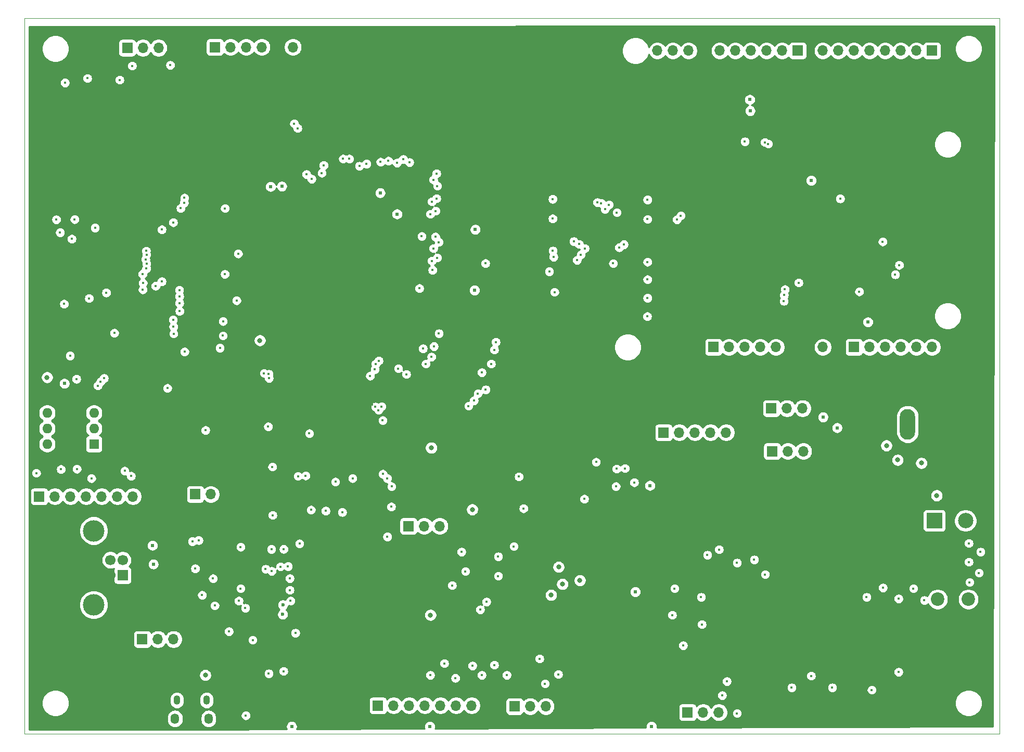
<source format=gbr>
G04 #@! TF.GenerationSoftware,KiCad,Pcbnew,5.1.6-c6e7f7d~87~ubuntu18.04.1*
G04 #@! TF.CreationDate,2020-08-14T22:19:39+05:30*
G04 #@! TF.ProjectId,Aardonyx,41617264-6f6e-4797-982e-6b696361645f,v1.0*
G04 #@! TF.SameCoordinates,Original*
G04 #@! TF.FileFunction,Copper,L2,Inr*
G04 #@! TF.FilePolarity,Positive*
%FSLAX46Y46*%
G04 Gerber Fmt 4.6, Leading zero omitted, Abs format (unit mm)*
G04 Created by KiCad (PCBNEW 5.1.6-c6e7f7d~87~ubuntu18.04.1) date 2020-08-14 22:19:39*
%MOMM*%
%LPD*%
G01*
G04 APERTURE LIST*
G04 #@! TA.AperFunction,Profile*
%ADD10C,0.100000*%
G04 #@! TD*
G04 #@! TA.AperFunction,ViaPad*
%ADD11C,2.500000*%
G04 #@! TD*
G04 #@! TA.AperFunction,ViaPad*
%ADD12R,2.500000X2.500000*%
G04 #@! TD*
G04 #@! TA.AperFunction,ViaPad*
%ADD13C,2.200000*%
G04 #@! TD*
G04 #@! TA.AperFunction,ViaPad*
%ADD14O,1.700000X1.700000*%
G04 #@! TD*
G04 #@! TA.AperFunction,ViaPad*
%ADD15R,1.700000X1.700000*%
G04 #@! TD*
G04 #@! TA.AperFunction,ViaPad*
%ADD16O,4.500000X2.250000*%
G04 #@! TD*
G04 #@! TA.AperFunction,ViaPad*
%ADD17O,2.250000X4.500000*%
G04 #@! TD*
G04 #@! TA.AperFunction,ViaPad*
%ADD18O,2.500000X5.000000*%
G04 #@! TD*
G04 #@! TA.AperFunction,ViaPad*
%ADD19C,0.500000*%
G04 #@! TD*
G04 #@! TA.AperFunction,ViaPad*
%ADD20O,1.600000X1.600000*%
G04 #@! TD*
G04 #@! TA.AperFunction,ViaPad*
%ADD21R,1.600000X1.600000*%
G04 #@! TD*
G04 #@! TA.AperFunction,ViaPad*
%ADD22O,1.350000X1.700000*%
G04 #@! TD*
G04 #@! TA.AperFunction,ViaPad*
%ADD23O,1.100000X1.500000*%
G04 #@! TD*
G04 #@! TA.AperFunction,ViaPad*
%ADD24C,3.500000*%
G04 #@! TD*
G04 #@! TA.AperFunction,ViaPad*
%ADD25C,1.700000*%
G04 #@! TD*
G04 #@! TA.AperFunction,ViaPad*
%ADD26C,0.406400*%
G04 #@! TD*
G04 #@! TA.AperFunction,ViaPad*
%ADD27C,0.609600*%
G04 #@! TD*
G04 #@! TA.AperFunction,ViaPad*
%ADD28C,0.800000*%
G04 #@! TD*
G04 #@! TA.AperFunction,ViaPad*
%ADD29C,0.812800*%
G04 #@! TD*
G04 #@! TA.AperFunction,ViaPad*
%ADD30C,0.599999*%
G04 #@! TD*
G04 #@! TA.AperFunction,Conductor*
%ADD31C,0.203200*%
G04 #@! TD*
G04 #@! TA.AperFunction,Conductor*
%ADD32C,0.254000*%
G04 #@! TD*
G04 APERTURE END LIST*
D10*
X281706200Y-45680600D02*
X281706200Y-162210600D01*
X123106200Y-45680600D02*
X281706200Y-45680600D01*
X123106200Y-162210600D02*
X123106200Y-45680600D01*
X281706200Y-162210600D02*
X123106200Y-162210600D01*
D11*
X276199600Y-127508000D03*
D12*
X271119600Y-127508000D03*
D13*
X276653000Y-140309600D03*
X271653000Y-140309600D03*
D14*
X193167000Y-128397000D03*
X190627000Y-128397000D03*
X188087000Y-128397000D03*
D15*
X185547000Y-128397000D03*
D16*
X269766200Y-107120600D03*
D17*
X272766200Y-111820600D03*
D18*
X266766200Y-111820600D03*
D19*
X217569200Y-137430800D03*
X218869200Y-137430800D03*
X217569200Y-138430800D03*
X218869200Y-138430800D03*
X217569200Y-139430800D03*
X218869200Y-139430800D03*
X218189000Y-152058200D03*
X219489000Y-152058200D03*
X218189000Y-153058200D03*
X219489000Y-153058200D03*
X218189000Y-154058200D03*
X219489000Y-154058200D03*
X248923800Y-147126200D03*
X247623800Y-147126200D03*
X248923800Y-146126200D03*
X247623800Y-146126200D03*
X248923800Y-145126200D03*
X247623800Y-145126200D03*
D20*
X126751200Y-115046400D03*
X134371200Y-109966400D03*
X126751200Y-112506400D03*
X134371200Y-112506400D03*
X126751200Y-109966400D03*
D21*
X134371200Y-115046400D03*
D14*
X249809000Y-116205000D03*
X247269000Y-116205000D03*
D15*
X244729000Y-116205000D03*
D14*
X147320000Y-146812000D03*
X144780000Y-146812000D03*
D15*
X142240000Y-146812000D03*
D22*
X153025000Y-159745000D03*
X147565000Y-159745000D03*
D23*
X152715000Y-156745000D03*
X147875000Y-156745000D03*
D14*
X252960000Y-51000000D03*
X255500000Y-51000000D03*
X258040000Y-51000000D03*
X260580000Y-51000000D03*
X263120000Y-51000000D03*
X265660000Y-51000000D03*
X268200000Y-51000000D03*
D15*
X270740000Y-51000000D03*
D14*
X226036000Y-51000000D03*
X228576000Y-51000000D03*
X231116000Y-51000000D03*
X233656000Y-51000000D03*
X236196000Y-51000000D03*
X238736000Y-51000000D03*
X241276000Y-51000000D03*
X243816000Y-51000000D03*
X246356000Y-51000000D03*
D15*
X248896000Y-51000000D03*
D14*
X270738600Y-99263200D03*
X268198600Y-99263200D03*
X265658600Y-99263200D03*
X263118600Y-99263200D03*
X260578600Y-99263200D03*
D15*
X258038600Y-99263200D03*
D14*
X252958600Y-99263200D03*
X250418600Y-99263200D03*
X247878600Y-99263200D03*
X245338600Y-99263200D03*
X242798600Y-99263200D03*
X240258600Y-99263200D03*
X237718600Y-99263200D03*
D15*
X235178600Y-99263200D03*
D14*
X249682000Y-109220000D03*
X247142000Y-109220000D03*
D15*
X244602000Y-109220000D03*
D14*
X198374000Y-157607000D03*
X195834000Y-157607000D03*
X193294000Y-157607000D03*
X190754000Y-157607000D03*
X188214000Y-157607000D03*
X185674000Y-157607000D03*
X183134000Y-157607000D03*
D15*
X180594000Y-157607000D03*
D14*
X207899000Y-157734000D03*
X205359000Y-157734000D03*
D15*
X202819000Y-157734000D03*
D14*
X236042200Y-158724600D03*
X233502200Y-158724600D03*
D15*
X230962200Y-158724600D03*
D14*
X147421600Y-50540000D03*
X144881600Y-50540000D03*
X142341600Y-50540000D03*
D15*
X139801600Y-50540000D03*
D14*
X155930600Y-123215400D03*
X153390600Y-123215400D03*
D15*
X150850600Y-123215400D03*
D14*
X143259200Y-123566400D03*
X140719200Y-123566400D03*
X138179200Y-123566400D03*
X135639200Y-123566400D03*
X133099200Y-123566400D03*
X130559200Y-123566400D03*
X128019200Y-123566400D03*
D15*
X125479200Y-123566400D03*
D14*
X166751000Y-50419000D03*
X164211000Y-50419000D03*
X161671000Y-50419000D03*
X159131000Y-50419000D03*
X156591000Y-50419000D03*
D15*
X154051000Y-50419000D03*
D14*
X239776000Y-113157000D03*
X237236000Y-113157000D03*
X234696000Y-113157000D03*
X232156000Y-113157000D03*
X229616000Y-113157000D03*
D15*
X227076000Y-113157000D03*
D24*
X134340000Y-129154000D03*
X134340000Y-141194000D03*
D25*
X137050000Y-136424000D03*
X137050000Y-133924000D03*
X139050000Y-133924000D03*
D15*
X139050000Y-136424000D03*
D26*
X249199400Y-141909800D03*
D27*
X159004000Y-136829800D03*
X163068000Y-140868400D03*
X127304800Y-89027000D03*
X127838200Y-86360000D03*
D28*
X144018000Y-153289000D03*
X151638000Y-154813000D03*
D29*
X267589000Y-106045000D03*
X269494000Y-104521000D03*
X270764000Y-106172000D03*
X272669000Y-104648000D03*
X274320000Y-106426000D03*
X276225000Y-105156000D03*
D26*
X240284000Y-147066000D03*
X236728000Y-145542000D03*
X245999000Y-160147000D03*
X248412000Y-158623000D03*
X252476000Y-158750000D03*
X250952000Y-160147000D03*
X254762000Y-160274000D03*
X260477000Y-159131000D03*
X264795000Y-160782000D03*
X266827000Y-158877000D03*
X169164000Y-138961000D03*
X240792000Y-126238000D03*
X250571000Y-127381000D03*
X259207000Y-126238000D03*
X242697000Y-140716000D03*
X244348000Y-139573000D03*
X246380000Y-141097000D03*
X247777000Y-139954000D03*
X212217000Y-130683000D03*
X214249000Y-131572000D03*
X216027000Y-130683000D03*
X209804000Y-131699000D03*
X214757000Y-144780000D03*
X207899000Y-145923000D03*
X209296000Y-145034000D03*
X210820000Y-146050000D03*
X223520000Y-146685000D03*
X225425000Y-145288000D03*
X223266000Y-144018000D03*
X215519000Y-158242000D03*
X217297000Y-156464000D03*
X220091000Y-157988000D03*
X224028000Y-156718000D03*
X220980000Y-130810000D03*
X223012000Y-131953000D03*
X249555000Y-149860000D03*
X250444000Y-148971000D03*
X251968000Y-149606000D03*
D28*
X142748000Y-130556000D03*
D26*
X149885400Y-140639800D03*
X154874400Y-142559600D03*
X159617400Y-139975600D03*
X154051000Y-148844000D03*
X157353000Y-147193000D03*
X160340000Y-149794000D03*
X161925000Y-154305000D03*
X165290500Y-148272500D03*
X159766000Y-143383000D03*
X165430200Y-136118600D03*
X163957000Y-137287000D03*
X165146000Y-138189724D03*
X161721800Y-132054600D03*
X177901600Y-139776200D03*
X177774600Y-144526000D03*
X168275000Y-144246600D03*
X135102600Y-98247200D03*
X136372600Y-79171800D03*
X131455400Y-80406000D03*
X136453900Y-81666100D03*
X139976121Y-80699079D03*
X142392400Y-79121000D03*
X129844800Y-57505600D03*
X133908800Y-57683400D03*
X141097000Y-58750200D03*
D27*
X127952500Y-83375500D03*
D26*
X138734800Y-82654790D03*
X254457200Y-74066400D03*
X255752600Y-77571600D03*
X265099800Y-82110000D03*
X262864600Y-94310200D03*
X241096801Y-63906399D03*
X240004600Y-58216799D03*
X208076800Y-76733400D03*
X208076800Y-73812400D03*
X209499200Y-76098400D03*
X209448400Y-73050400D03*
X209473800Y-72085200D03*
X206705200Y-87274400D03*
X212163800Y-89050000D03*
X206730600Y-90398600D03*
X225425000Y-94183200D03*
X225425000Y-91313000D03*
X225425000Y-88061800D03*
X223799400Y-87553800D03*
X225374200Y-85394800D03*
X225374200Y-78486000D03*
X223596200Y-77546200D03*
X225399600Y-75387200D03*
X223798400Y-74550000D03*
X225399600Y-74041000D03*
X225374200Y-71323200D03*
X173990000Y-131749800D03*
X131064000Y-116382800D03*
X131140200Y-112725200D03*
X125018800Y-120904000D03*
X128219200Y-120573800D03*
X131417200Y-120703200D03*
X136753600Y-120294400D03*
X208254600Y-126517400D03*
X208610200Y-120446800D03*
X215107800Y-117886200D03*
X184099200Y-111023400D03*
X156512000Y-95241000D03*
X156722000Y-87171000D03*
X156662000Y-78591000D03*
X188745000Y-97068000D03*
X174722000Y-69631000D03*
X182442000Y-71911000D03*
X168706800Y-111785400D03*
X164134800Y-112039400D03*
D29*
X187756800Y-95580200D03*
D26*
X179620000Y-108593800D03*
X172095800Y-104557200D03*
X172912600Y-104531600D03*
X180340000Y-104368600D03*
X170230800Y-111729390D03*
X163779200Y-103708200D03*
X195072000Y-95681800D03*
X154940000Y-78663800D03*
D27*
X166075600Y-71541400D03*
X166217600Y-64033400D03*
D26*
X180949600Y-71755000D03*
X179273200Y-71755000D03*
X181152800Y-64287400D03*
X182016400Y-64236600D03*
D27*
X201066400Y-73025000D03*
X201269600Y-78155800D03*
X201269600Y-79425800D03*
X199162000Y-85191000D03*
X199132000Y-89988200D03*
D26*
X190839000Y-86148000D03*
X188714358Y-78793701D03*
X186944000Y-90652600D03*
D27*
X173583600Y-62001400D03*
D26*
X175285400Y-62077600D03*
X190119000Y-140716000D03*
X168884600Y-124129800D03*
X175183800Y-120269000D03*
X202463400Y-124028200D03*
X127330200Y-102539800D03*
X130276600Y-95173800D03*
X133324600Y-94818200D03*
X134233753Y-119351410D03*
X169189400Y-141046200D03*
X194665601Y-140715999D03*
X172119941Y-68487941D03*
X235102400Y-126974600D03*
X184723998Y-133923998D03*
X216738200Y-131241800D03*
X218922600Y-131165600D03*
X187299600Y-133400800D03*
X143332200Y-76327000D03*
X127838200Y-76276200D03*
X252755400Y-129413000D03*
X148640800Y-82219800D03*
X148717000Y-81153000D03*
D28*
X145719800Y-141859000D03*
D27*
X144348200Y-138252200D03*
D26*
X149021800Y-136169400D03*
X155879800Y-131800600D03*
X183284000Y-124203600D03*
X194792600Y-124383800D03*
D28*
X135801100Y-144551400D03*
X143573500Y-156883100D03*
D26*
X135458200Y-104876600D03*
X146329398Y-105943400D03*
X222282000Y-121294442D03*
X207772000Y-154051000D03*
X209931000Y-152527000D03*
X206883000Y-149987000D03*
X198247000Y-140716000D03*
X197231000Y-141986000D03*
X276860000Y-137541000D03*
X278384000Y-136017000D03*
X276733000Y-134239000D03*
X278638000Y-132588000D03*
X276733000Y-131191000D03*
X163245800Y-132156200D03*
X142907935Y-86454400D03*
X142285285Y-87363686D03*
X164719000Y-135001000D03*
X142310000Y-89890000D03*
X165236007Y-132147193D03*
X142343900Y-88826100D03*
X165938200Y-134950200D03*
X139369800Y-119405400D03*
X162306000Y-135382000D03*
X142928990Y-85674200D03*
X150393400Y-130886200D03*
X145406165Y-80119924D03*
X150850600Y-135305800D03*
X182092600Y-120624600D03*
X144402190Y-89304983D03*
X174777400Y-126136400D03*
X167563800Y-120269000D03*
X167563800Y-120269000D03*
X168808398Y-120192798D03*
X176453800Y-120624600D03*
X148262000Y-89961000D03*
X148302000Y-93401000D03*
X148282000Y-92091000D03*
X264756900Y-87439500D03*
X149035000Y-75755000D03*
X133308200Y-55490000D03*
X148482000Y-76651000D03*
X129666996Y-56210200D03*
D27*
X222453200Y-139090400D03*
X222453200Y-139090400D03*
D26*
X219302000Y-121931000D03*
X189611000Y-72009000D03*
X190246012Y-73025000D03*
X190119000Y-75057000D03*
X249047000Y-88773000D03*
X149123400Y-99999800D03*
X189611000Y-83185000D03*
X149098000Y-74955400D03*
X138557000Y-55753000D03*
X214162000Y-123977271D03*
X152527000Y-112801400D03*
X135001000Y-105537000D03*
X246802000Y-89851000D03*
X147332000Y-97071000D03*
X147312000Y-95931000D03*
X246672000Y-90791000D03*
X147242000Y-94811000D03*
X246632000Y-91761000D03*
X130479800Y-100660200D03*
X212978986Y-85090010D03*
X209169000Y-84582000D03*
X213614000Y-84201000D03*
X209042000Y-83566000D03*
X214249000Y-83185000D03*
X213309207Y-82499207D03*
X162052000Y-103505000D03*
X212445600Y-82042000D03*
X162814000Y-103632000D03*
X162855984Y-104314273D03*
X219456000Y-77342998D03*
X181179417Y-108924000D03*
X180674615Y-109516000D03*
X218853968Y-85630968D03*
X220599000Y-82541990D03*
X219837000Y-83041990D03*
X216281000Y-75692000D03*
X216916000Y-75819000D03*
X217525572Y-76813415D03*
X218186000Y-76073008D03*
X199771000Y-98425000D03*
X199517000Y-99695000D03*
X199009000Y-101981000D03*
X197485000Y-103378000D03*
X198120004Y-106172000D03*
X196850000Y-106807000D03*
X196214998Y-107950000D03*
X195326000Y-108839000D03*
X142773400Y-84962996D03*
X142928990Y-84201000D03*
X142864023Y-83598078D03*
X229235000Y-78486000D03*
X167513000Y-63627000D03*
X166942000Y-62865000D03*
X229870010Y-77851000D03*
X154862000Y-99391000D03*
X244094000Y-66167000D03*
X155362000Y-97401000D03*
X243544560Y-65910385D03*
X147280000Y-78960000D03*
X151410000Y-130709000D03*
X151968200Y-139623800D03*
D30*
X165090516Y-142773400D03*
D28*
X126746000Y-104190800D03*
D26*
X189103000Y-152654000D03*
X191389000Y-150749000D03*
X195961000Y-151130000D03*
X197485000Y-152654000D03*
X199517000Y-151003000D03*
X201549000Y-152654000D03*
X193182000Y-153151000D03*
X154036600Y-141340000D03*
X162814000Y-152400000D03*
X165227000Y-152019000D03*
X159004000Y-141732000D03*
X163283900Y-135724900D03*
X158242000Y-131800600D03*
X220776799Y-118999000D03*
D27*
X224840800Y-121793000D03*
D26*
X128244602Y-78486000D03*
X146786600Y-53340000D03*
X255803400Y-75082400D03*
X262712200Y-82092800D03*
X258897400Y-90216000D03*
X131530000Y-104453600D03*
X208457800Y-86944200D03*
X209321400Y-90297000D03*
X224409000Y-94259400D03*
X224434400Y-91262200D03*
X224434400Y-88239600D03*
X224434400Y-85394800D03*
X224434400Y-78435200D03*
X224434400Y-75260200D03*
X124993400Y-119761000D03*
X131597400Y-119100600D03*
X133959600Y-120624600D03*
X140411200Y-120243600D03*
X204266802Y-125526802D03*
X203504800Y-120345200D03*
X216077800Y-117957600D03*
X219405200Y-119075189D03*
X155372000Y-95051000D03*
X155672000Y-87371000D03*
X155682000Y-76661000D03*
X171752000Y-69651000D03*
X182272000Y-68941000D03*
X140589000Y-53467000D03*
X240284000Y-65786000D03*
D29*
X189128400Y-142875000D03*
D26*
X169418000Y-113309400D03*
X162712400Y-112191800D03*
D27*
X196418200Y-80111600D03*
D26*
X167817800Y-131241800D03*
X169697400Y-125755400D03*
X163398200Y-118745000D03*
X163449000Y-126619000D03*
X172085000Y-125907800D03*
X173659800Y-121183400D03*
X182803800Y-121945400D03*
X129514600Y-92227400D03*
X137693400Y-96951800D03*
X133578600Y-91313000D03*
X129006600Y-119151400D03*
X190500000Y-97028000D03*
X153746200Y-136931400D03*
X160197800Y-146939000D03*
X198069200Y-85623400D03*
X209016600Y-78333600D03*
X209016600Y-75158600D03*
X157937200Y-140563600D03*
X130759196Y-81635600D03*
X182753000Y-125247400D03*
X228473000Y-142875000D03*
X230251000Y-147828000D03*
X233299000Y-144399000D03*
X228854000Y-138557000D03*
X233172000Y-139954000D03*
X194818000Y-135763000D03*
X194183000Y-132588000D03*
X200152000Y-133350000D03*
X200152000Y-136525000D03*
X192659000Y-138049000D03*
X202692000Y-131699000D03*
D29*
X195935600Y-125704600D03*
D26*
X181356000Y-111175800D03*
X187909200Y-99491800D03*
X189687200Y-99136200D03*
X157581600Y-91668600D03*
X157835600Y-84048600D03*
D27*
X164947600Y-73075800D03*
X163118800Y-73126600D03*
D26*
X174904400Y-68605400D03*
X175920400Y-68605400D03*
D27*
X180949600Y-74142600D03*
D26*
X178714400Y-69418200D03*
X181000400Y-69113400D03*
D27*
X183692800Y-77597000D03*
D26*
X187706000Y-81203800D03*
D27*
X196291200Y-89992200D03*
D29*
X189255400Y-115646200D03*
X161366200Y-98171000D03*
D26*
X187325000Y-89687400D03*
X128854200Y-80594200D03*
X134543800Y-79832200D03*
D27*
X129564271Y-105180271D03*
D26*
X145415000Y-88569800D03*
X181381400Y-119913400D03*
X148282000Y-90991000D03*
X136372600Y-90398600D03*
X136017000Y-104317800D03*
X156337000Y-145542000D03*
X158242000Y-138557000D03*
X166243000Y-136906000D03*
X167157400Y-145796000D03*
X247904000Y-154686000D03*
X251079000Y-152781000D03*
X254508000Y-154686000D03*
X260934200Y-155067000D03*
X265303000Y-152146000D03*
X236093000Y-132207000D03*
D27*
X253009400Y-110642400D03*
D26*
X234188000Y-133096000D03*
X239014000Y-134366000D03*
X241808000Y-133858000D03*
X243586000Y-136271000D03*
D27*
X260299200Y-95173800D03*
X255295400Y-112395000D03*
X241147600Y-60782200D03*
X251079000Y-72136000D03*
D29*
X152501600Y-152654000D03*
D26*
X159080200Y-159232600D03*
D27*
X166547800Y-161036000D03*
X189026800Y-161036000D03*
X225094800Y-161036000D03*
D26*
X182096581Y-130124200D03*
X265404600Y-85902800D03*
D27*
X143891000Y-131546600D03*
X144043400Y-134594600D03*
D26*
X260096000Y-139954000D03*
X262763000Y-138430000D03*
X265303000Y-140208000D03*
X267716000Y-138557000D03*
X269494000Y-140462000D03*
D29*
X208762600Y-139623800D03*
X210591400Y-137845800D03*
X213436200Y-137236200D03*
X209981800Y-135051800D03*
D30*
X165120001Y-141230000D03*
D26*
X166236000Y-138804000D03*
D29*
X263321800Y-115290600D03*
X265150600Y-117627400D03*
X269011400Y-118135400D03*
X271500600Y-123418600D03*
D26*
X236601000Y-155956000D03*
X237363000Y-153670000D03*
X239014000Y-158877000D03*
D27*
X241078600Y-58959000D03*
D26*
X183684000Y-69257000D03*
X184700000Y-68665000D03*
X185716000Y-69173000D03*
X177552000Y-69771000D03*
X190119000Y-70993000D03*
X171450000Y-70911820D03*
X169799006Y-71882000D03*
X168946810Y-71120000D03*
X189356997Y-75565003D03*
X131221000Y-78456000D03*
X189992000Y-77089000D03*
X189103000Y-77597000D03*
X189929892Y-81290597D03*
X190500000Y-82169000D03*
X190246000Y-84709000D03*
X189357000Y-85217000D03*
X189462000Y-86711000D03*
X180721000Y-101473000D03*
X185208000Y-103674000D03*
X189280800Y-100838000D03*
X180213000Y-101977810D03*
X183896000Y-102743000D03*
X188366400Y-101981000D03*
X180086000Y-102870000D03*
X179302149Y-103940163D03*
X180169805Y-108969223D03*
X166370000Y-140559600D03*
D31*
X260070600Y-75006702D02*
X261899400Y-76835502D01*
X260070600Y-74295000D02*
X260070600Y-75006702D01*
X261899400Y-76835502D02*
X261899400Y-77139800D01*
X261922400Y-77162800D02*
X261922400Y-77167600D01*
X261899400Y-77139800D02*
X261922400Y-77162800D01*
D32*
G36*
X280619480Y-161011111D02*
G01*
X226014059Y-161231828D01*
X226034600Y-161128562D01*
X226034600Y-160943438D01*
X225998484Y-160761871D01*
X225927640Y-160590838D01*
X225824790Y-160436913D01*
X225693887Y-160306010D01*
X225539962Y-160203160D01*
X225368929Y-160132316D01*
X225187362Y-160096200D01*
X225002238Y-160096200D01*
X224820671Y-160132316D01*
X224649638Y-160203160D01*
X224495713Y-160306010D01*
X224364810Y-160436913D01*
X224261960Y-160590838D01*
X224191116Y-160761871D01*
X224155000Y-160943438D01*
X224155000Y-161128562D01*
X224177018Y-161239254D01*
X189902457Y-161377793D01*
X189930484Y-161310129D01*
X189966600Y-161128562D01*
X189966600Y-160943438D01*
X189930484Y-160761871D01*
X189859640Y-160590838D01*
X189756790Y-160436913D01*
X189625887Y-160306010D01*
X189471962Y-160203160D01*
X189300929Y-160132316D01*
X189119362Y-160096200D01*
X188934238Y-160096200D01*
X188752671Y-160132316D01*
X188581638Y-160203160D01*
X188427713Y-160306010D01*
X188296810Y-160436913D01*
X188193960Y-160590838D01*
X188123116Y-160761871D01*
X188087000Y-160943438D01*
X188087000Y-161128562D01*
X188123116Y-161310129D01*
X188154070Y-161384860D01*
X167385758Y-161468806D01*
X167451484Y-161310129D01*
X167487600Y-161128562D01*
X167487600Y-160943438D01*
X167451484Y-160761871D01*
X167380640Y-160590838D01*
X167277790Y-160436913D01*
X167146887Y-160306010D01*
X166992962Y-160203160D01*
X166821929Y-160132316D01*
X166640362Y-160096200D01*
X166455238Y-160096200D01*
X166273671Y-160132316D01*
X166102638Y-160203160D01*
X165948713Y-160306010D01*
X165817810Y-160436913D01*
X165714960Y-160590838D01*
X165644116Y-160761871D01*
X165608000Y-160943438D01*
X165608000Y-161128562D01*
X165644116Y-161310129D01*
X165712643Y-161475569D01*
X153335011Y-161525600D01*
X123791200Y-161525600D01*
X123791200Y-159505650D01*
X146255000Y-159505650D01*
X146255000Y-159984351D01*
X146273955Y-160176805D01*
X146348862Y-160423741D01*
X146470505Y-160651318D01*
X146634209Y-160850792D01*
X146833683Y-161014495D01*
X147061260Y-161136138D01*
X147308196Y-161211045D01*
X147565000Y-161236338D01*
X147821805Y-161211045D01*
X148068741Y-161136138D01*
X148296318Y-161014495D01*
X148495792Y-160850792D01*
X148659495Y-160651318D01*
X148781138Y-160423740D01*
X148856045Y-160176804D01*
X148875000Y-159984350D01*
X148875000Y-159505650D01*
X151715000Y-159505650D01*
X151715000Y-159984351D01*
X151733955Y-160176805D01*
X151808862Y-160423741D01*
X151930505Y-160651318D01*
X152094209Y-160850792D01*
X152293683Y-161014495D01*
X152521260Y-161136138D01*
X152768196Y-161211045D01*
X153025000Y-161236338D01*
X153281805Y-161211045D01*
X153528741Y-161136138D01*
X153756318Y-161014495D01*
X153955792Y-160850792D01*
X154119495Y-160651318D01*
X154241138Y-160423740D01*
X154316045Y-160176804D01*
X154335000Y-159984350D01*
X154335000Y-159505649D01*
X154316045Y-159313195D01*
X154266554Y-159150044D01*
X158242000Y-159150044D01*
X158242000Y-159315156D01*
X158274211Y-159477094D01*
X158337397Y-159629637D01*
X158429127Y-159766922D01*
X158545878Y-159883673D01*
X158683163Y-159975403D01*
X158835706Y-160038589D01*
X158997644Y-160070800D01*
X159162756Y-160070800D01*
X159324694Y-160038589D01*
X159477237Y-159975403D01*
X159614522Y-159883673D01*
X159731273Y-159766922D01*
X159823003Y-159629637D01*
X159886189Y-159477094D01*
X159918400Y-159315156D01*
X159918400Y-159150044D01*
X159886189Y-158988106D01*
X159823003Y-158835563D01*
X159731273Y-158698278D01*
X159614522Y-158581527D01*
X159477237Y-158489797D01*
X159324694Y-158426611D01*
X159162756Y-158394400D01*
X158997644Y-158394400D01*
X158835706Y-158426611D01*
X158683163Y-158489797D01*
X158545878Y-158581527D01*
X158429127Y-158698278D01*
X158337397Y-158835563D01*
X158274211Y-158988106D01*
X158242000Y-159150044D01*
X154266554Y-159150044D01*
X154241138Y-159066259D01*
X154119495Y-158838682D01*
X153955792Y-158639208D01*
X153756317Y-158475505D01*
X153528740Y-158353862D01*
X153281804Y-158278955D01*
X153025000Y-158253662D01*
X152768195Y-158278955D01*
X152521259Y-158353862D01*
X152293682Y-158475505D01*
X152094208Y-158639208D01*
X151930505Y-158838683D01*
X151808862Y-159066260D01*
X151733955Y-159313196D01*
X151715000Y-159505650D01*
X148875000Y-159505650D01*
X148875000Y-159505649D01*
X148856045Y-159313195D01*
X148781138Y-159066259D01*
X148659495Y-158838682D01*
X148495792Y-158639208D01*
X148296317Y-158475505D01*
X148068740Y-158353862D01*
X147821804Y-158278955D01*
X147565000Y-158253662D01*
X147308195Y-158278955D01*
X147061259Y-158353862D01*
X146833682Y-158475505D01*
X146634208Y-158639208D01*
X146470505Y-158838683D01*
X146348862Y-159066260D01*
X146273955Y-159313196D01*
X146255000Y-159505650D01*
X123791200Y-159505650D01*
X123791200Y-156989872D01*
X125871200Y-156989872D01*
X125871200Y-157430128D01*
X125957090Y-157861925D01*
X126125569Y-158268669D01*
X126370162Y-158634729D01*
X126681471Y-158946038D01*
X127047531Y-159190631D01*
X127454275Y-159359110D01*
X127886072Y-159445000D01*
X128326328Y-159445000D01*
X128758125Y-159359110D01*
X129164869Y-159190631D01*
X129530929Y-158946038D01*
X129842238Y-158634729D01*
X130086831Y-158268669D01*
X130255310Y-157861925D01*
X130341200Y-157430128D01*
X130341200Y-156989872D01*
X130255310Y-156558075D01*
X130225785Y-156486794D01*
X146690000Y-156486794D01*
X146690000Y-157003207D01*
X146707147Y-157177300D01*
X146774906Y-157400674D01*
X146884943Y-157606536D01*
X147033026Y-157786975D01*
X147213465Y-157935058D01*
X147419327Y-158045094D01*
X147642701Y-158112853D01*
X147875000Y-158135733D01*
X148107300Y-158112853D01*
X148330674Y-158045094D01*
X148536536Y-157935058D01*
X148716975Y-157786975D01*
X148865058Y-157606536D01*
X148975094Y-157400673D01*
X149042853Y-157177299D01*
X149060000Y-157003206D01*
X149060000Y-156486794D01*
X151530000Y-156486794D01*
X151530000Y-157003207D01*
X151547147Y-157177300D01*
X151614906Y-157400674D01*
X151724943Y-157606536D01*
X151873026Y-157786975D01*
X152053465Y-157935058D01*
X152259327Y-158045094D01*
X152482701Y-158112853D01*
X152715000Y-158135733D01*
X152947300Y-158112853D01*
X153170674Y-158045094D01*
X153376536Y-157935058D01*
X153556975Y-157786975D01*
X153705058Y-157606536D01*
X153815094Y-157400673D01*
X153882853Y-157177299D01*
X153900000Y-157003206D01*
X153900000Y-156757000D01*
X179105928Y-156757000D01*
X179105928Y-158457000D01*
X179118188Y-158581482D01*
X179154498Y-158701180D01*
X179213463Y-158811494D01*
X179292815Y-158908185D01*
X179389506Y-158987537D01*
X179499820Y-159046502D01*
X179619518Y-159082812D01*
X179744000Y-159095072D01*
X181444000Y-159095072D01*
X181568482Y-159082812D01*
X181688180Y-159046502D01*
X181798494Y-158987537D01*
X181895185Y-158908185D01*
X181974537Y-158811494D01*
X182033502Y-158701180D01*
X182055513Y-158628620D01*
X182187368Y-158760475D01*
X182430589Y-158922990D01*
X182700842Y-159034932D01*
X182987740Y-159092000D01*
X183280260Y-159092000D01*
X183567158Y-159034932D01*
X183837411Y-158922990D01*
X184080632Y-158760475D01*
X184287475Y-158553632D01*
X184404000Y-158379240D01*
X184520525Y-158553632D01*
X184727368Y-158760475D01*
X184970589Y-158922990D01*
X185240842Y-159034932D01*
X185527740Y-159092000D01*
X185820260Y-159092000D01*
X186107158Y-159034932D01*
X186377411Y-158922990D01*
X186620632Y-158760475D01*
X186827475Y-158553632D01*
X186944000Y-158379240D01*
X187060525Y-158553632D01*
X187267368Y-158760475D01*
X187510589Y-158922990D01*
X187780842Y-159034932D01*
X188067740Y-159092000D01*
X188360260Y-159092000D01*
X188647158Y-159034932D01*
X188917411Y-158922990D01*
X189160632Y-158760475D01*
X189367475Y-158553632D01*
X189484000Y-158379240D01*
X189600525Y-158553632D01*
X189807368Y-158760475D01*
X190050589Y-158922990D01*
X190320842Y-159034932D01*
X190607740Y-159092000D01*
X190900260Y-159092000D01*
X191187158Y-159034932D01*
X191457411Y-158922990D01*
X191700632Y-158760475D01*
X191907475Y-158553632D01*
X192024000Y-158379240D01*
X192140525Y-158553632D01*
X192347368Y-158760475D01*
X192590589Y-158922990D01*
X192860842Y-159034932D01*
X193147740Y-159092000D01*
X193440260Y-159092000D01*
X193727158Y-159034932D01*
X193997411Y-158922990D01*
X194240632Y-158760475D01*
X194447475Y-158553632D01*
X194564000Y-158379240D01*
X194680525Y-158553632D01*
X194887368Y-158760475D01*
X195130589Y-158922990D01*
X195400842Y-159034932D01*
X195687740Y-159092000D01*
X195980260Y-159092000D01*
X196267158Y-159034932D01*
X196537411Y-158922990D01*
X196780632Y-158760475D01*
X196987475Y-158553632D01*
X197149990Y-158310411D01*
X197261932Y-158040158D01*
X197319000Y-157753260D01*
X197319000Y-157460740D01*
X197261932Y-157173842D01*
X197149990Y-156903589D01*
X197136902Y-156884000D01*
X201330928Y-156884000D01*
X201330928Y-158584000D01*
X201343188Y-158708482D01*
X201379498Y-158828180D01*
X201438463Y-158938494D01*
X201517815Y-159035185D01*
X201614506Y-159114537D01*
X201724820Y-159173502D01*
X201844518Y-159209812D01*
X201969000Y-159222072D01*
X203669000Y-159222072D01*
X203793482Y-159209812D01*
X203913180Y-159173502D01*
X204023494Y-159114537D01*
X204120185Y-159035185D01*
X204199537Y-158938494D01*
X204258502Y-158828180D01*
X204280513Y-158755620D01*
X204412368Y-158887475D01*
X204655589Y-159049990D01*
X204925842Y-159161932D01*
X205212740Y-159219000D01*
X205505260Y-159219000D01*
X205792158Y-159161932D01*
X206062411Y-159049990D01*
X206305632Y-158887475D01*
X206512475Y-158680632D01*
X206629000Y-158506240D01*
X206745525Y-158680632D01*
X206952368Y-158887475D01*
X207195589Y-159049990D01*
X207465842Y-159161932D01*
X207752740Y-159219000D01*
X208045260Y-159219000D01*
X208332158Y-159161932D01*
X208602411Y-159049990D01*
X208845632Y-158887475D01*
X209052475Y-158680632D01*
X209214990Y-158437411D01*
X209326932Y-158167158D01*
X209384000Y-157880260D01*
X209384000Y-157874600D01*
X229474128Y-157874600D01*
X229474128Y-159574600D01*
X229486388Y-159699082D01*
X229522698Y-159818780D01*
X229581663Y-159929094D01*
X229661015Y-160025785D01*
X229757706Y-160105137D01*
X229868020Y-160164102D01*
X229987718Y-160200412D01*
X230112200Y-160212672D01*
X231812200Y-160212672D01*
X231936682Y-160200412D01*
X232056380Y-160164102D01*
X232166694Y-160105137D01*
X232263385Y-160025785D01*
X232342737Y-159929094D01*
X232401702Y-159818780D01*
X232423713Y-159746220D01*
X232555568Y-159878075D01*
X232798789Y-160040590D01*
X233069042Y-160152532D01*
X233355940Y-160209600D01*
X233648460Y-160209600D01*
X233935358Y-160152532D01*
X234205611Y-160040590D01*
X234448832Y-159878075D01*
X234655675Y-159671232D01*
X234772200Y-159496840D01*
X234888725Y-159671232D01*
X235095568Y-159878075D01*
X235338789Y-160040590D01*
X235609042Y-160152532D01*
X235895940Y-160209600D01*
X236188460Y-160209600D01*
X236475358Y-160152532D01*
X236745611Y-160040590D01*
X236988832Y-159878075D01*
X237195675Y-159671232D01*
X237358190Y-159428011D01*
X237470132Y-159157758D01*
X237527200Y-158870860D01*
X237527200Y-158794444D01*
X238175800Y-158794444D01*
X238175800Y-158959556D01*
X238208011Y-159121494D01*
X238271197Y-159274037D01*
X238362927Y-159411322D01*
X238479678Y-159528073D01*
X238616963Y-159619803D01*
X238769506Y-159682989D01*
X238931444Y-159715200D01*
X239096556Y-159715200D01*
X239258494Y-159682989D01*
X239411037Y-159619803D01*
X239548322Y-159528073D01*
X239665073Y-159411322D01*
X239756803Y-159274037D01*
X239819989Y-159121494D01*
X239852200Y-158959556D01*
X239852200Y-158794444D01*
X239819989Y-158632506D01*
X239756803Y-158479963D01*
X239665073Y-158342678D01*
X239548322Y-158225927D01*
X239411037Y-158134197D01*
X239258494Y-158071011D01*
X239096556Y-158038800D01*
X238931444Y-158038800D01*
X238769506Y-158071011D01*
X238616963Y-158134197D01*
X238479678Y-158225927D01*
X238362927Y-158342678D01*
X238271197Y-158479963D01*
X238208011Y-158632506D01*
X238175800Y-158794444D01*
X237527200Y-158794444D01*
X237527200Y-158578340D01*
X237470132Y-158291442D01*
X237358190Y-158021189D01*
X237195675Y-157777968D01*
X236988832Y-157571125D01*
X236745611Y-157408610D01*
X236475358Y-157296668D01*
X236188460Y-157239600D01*
X235895940Y-157239600D01*
X235609042Y-157296668D01*
X235338789Y-157408610D01*
X235095568Y-157571125D01*
X234888725Y-157777968D01*
X234772200Y-157952360D01*
X234655675Y-157777968D01*
X234448832Y-157571125D01*
X234205611Y-157408610D01*
X233935358Y-157296668D01*
X233648460Y-157239600D01*
X233355940Y-157239600D01*
X233069042Y-157296668D01*
X232798789Y-157408610D01*
X232555568Y-157571125D01*
X232423713Y-157702980D01*
X232401702Y-157630420D01*
X232342737Y-157520106D01*
X232263385Y-157423415D01*
X232166694Y-157344063D01*
X232056380Y-157285098D01*
X231936682Y-157248788D01*
X231812200Y-157236528D01*
X230112200Y-157236528D01*
X229987718Y-157248788D01*
X229868020Y-157285098D01*
X229757706Y-157344063D01*
X229661015Y-157423415D01*
X229581663Y-157520106D01*
X229522698Y-157630420D01*
X229486388Y-157750118D01*
X229474128Y-157874600D01*
X209384000Y-157874600D01*
X209384000Y-157587740D01*
X209326932Y-157300842D01*
X209214990Y-157030589D01*
X209188185Y-156990472D01*
X274471000Y-156990472D01*
X274471000Y-157430728D01*
X274556890Y-157862525D01*
X274725369Y-158269269D01*
X274969962Y-158635329D01*
X275281271Y-158946638D01*
X275647331Y-159191231D01*
X276054075Y-159359710D01*
X276485872Y-159445600D01*
X276926128Y-159445600D01*
X277357925Y-159359710D01*
X277764669Y-159191231D01*
X278130729Y-158946638D01*
X278442038Y-158635329D01*
X278686631Y-158269269D01*
X278855110Y-157862525D01*
X278941000Y-157430728D01*
X278941000Y-156990472D01*
X278855110Y-156558675D01*
X278686631Y-156151931D01*
X278442038Y-155785871D01*
X278130729Y-155474562D01*
X277764669Y-155229969D01*
X277357925Y-155061490D01*
X276926128Y-154975600D01*
X276485872Y-154975600D01*
X276054075Y-155061490D01*
X275647331Y-155229969D01*
X275281271Y-155474562D01*
X274969962Y-155785871D01*
X274725369Y-156151931D01*
X274556890Y-156558675D01*
X274471000Y-156990472D01*
X209188185Y-156990472D01*
X209052475Y-156787368D01*
X208845632Y-156580525D01*
X208602411Y-156418010D01*
X208332158Y-156306068D01*
X208045260Y-156249000D01*
X207752740Y-156249000D01*
X207465842Y-156306068D01*
X207195589Y-156418010D01*
X206952368Y-156580525D01*
X206745525Y-156787368D01*
X206629000Y-156961760D01*
X206512475Y-156787368D01*
X206305632Y-156580525D01*
X206062411Y-156418010D01*
X205792158Y-156306068D01*
X205505260Y-156249000D01*
X205212740Y-156249000D01*
X204925842Y-156306068D01*
X204655589Y-156418010D01*
X204412368Y-156580525D01*
X204280513Y-156712380D01*
X204258502Y-156639820D01*
X204199537Y-156529506D01*
X204120185Y-156432815D01*
X204023494Y-156353463D01*
X203913180Y-156294498D01*
X203793482Y-156258188D01*
X203669000Y-156245928D01*
X201969000Y-156245928D01*
X201844518Y-156258188D01*
X201724820Y-156294498D01*
X201614506Y-156353463D01*
X201517815Y-156432815D01*
X201438463Y-156529506D01*
X201379498Y-156639820D01*
X201343188Y-156759518D01*
X201330928Y-156884000D01*
X197136902Y-156884000D01*
X196987475Y-156660368D01*
X196780632Y-156453525D01*
X196537411Y-156291010D01*
X196267158Y-156179068D01*
X195980260Y-156122000D01*
X195687740Y-156122000D01*
X195400842Y-156179068D01*
X195130589Y-156291010D01*
X194887368Y-156453525D01*
X194680525Y-156660368D01*
X194564000Y-156834760D01*
X194447475Y-156660368D01*
X194240632Y-156453525D01*
X193997411Y-156291010D01*
X193727158Y-156179068D01*
X193440260Y-156122000D01*
X193147740Y-156122000D01*
X192860842Y-156179068D01*
X192590589Y-156291010D01*
X192347368Y-156453525D01*
X192140525Y-156660368D01*
X192024000Y-156834760D01*
X191907475Y-156660368D01*
X191700632Y-156453525D01*
X191457411Y-156291010D01*
X191187158Y-156179068D01*
X190900260Y-156122000D01*
X190607740Y-156122000D01*
X190320842Y-156179068D01*
X190050589Y-156291010D01*
X189807368Y-156453525D01*
X189600525Y-156660368D01*
X189484000Y-156834760D01*
X189367475Y-156660368D01*
X189160632Y-156453525D01*
X188917411Y-156291010D01*
X188647158Y-156179068D01*
X188360260Y-156122000D01*
X188067740Y-156122000D01*
X187780842Y-156179068D01*
X187510589Y-156291010D01*
X187267368Y-156453525D01*
X187060525Y-156660368D01*
X186944000Y-156834760D01*
X186827475Y-156660368D01*
X186620632Y-156453525D01*
X186377411Y-156291010D01*
X186107158Y-156179068D01*
X185820260Y-156122000D01*
X185527740Y-156122000D01*
X185240842Y-156179068D01*
X184970589Y-156291010D01*
X184727368Y-156453525D01*
X184520525Y-156660368D01*
X184404000Y-156834760D01*
X184287475Y-156660368D01*
X184080632Y-156453525D01*
X183837411Y-156291010D01*
X183567158Y-156179068D01*
X183280260Y-156122000D01*
X182987740Y-156122000D01*
X182700842Y-156179068D01*
X182430589Y-156291010D01*
X182187368Y-156453525D01*
X182055513Y-156585380D01*
X182033502Y-156512820D01*
X181974537Y-156402506D01*
X181895185Y-156305815D01*
X181798494Y-156226463D01*
X181688180Y-156167498D01*
X181568482Y-156131188D01*
X181444000Y-156118928D01*
X179744000Y-156118928D01*
X179619518Y-156131188D01*
X179499820Y-156167498D01*
X179389506Y-156226463D01*
X179292815Y-156305815D01*
X179213463Y-156402506D01*
X179154498Y-156512820D01*
X179118188Y-156632518D01*
X179105928Y-156757000D01*
X153900000Y-156757000D01*
X153900000Y-156486793D01*
X153882853Y-156312700D01*
X153815094Y-156089326D01*
X153705058Y-155883464D01*
X153696835Y-155873444D01*
X235762800Y-155873444D01*
X235762800Y-156038556D01*
X235795011Y-156200494D01*
X235858197Y-156353037D01*
X235949927Y-156490322D01*
X236066678Y-156607073D01*
X236203963Y-156698803D01*
X236356506Y-156761989D01*
X236518444Y-156794200D01*
X236683556Y-156794200D01*
X236845494Y-156761989D01*
X236998037Y-156698803D01*
X237135322Y-156607073D01*
X237252073Y-156490322D01*
X237343803Y-156353037D01*
X237406989Y-156200494D01*
X237439200Y-156038556D01*
X237439200Y-155873444D01*
X237406989Y-155711506D01*
X237343803Y-155558963D01*
X237252073Y-155421678D01*
X237135322Y-155304927D01*
X236998037Y-155213197D01*
X236845494Y-155150011D01*
X236683556Y-155117800D01*
X236518444Y-155117800D01*
X236356506Y-155150011D01*
X236203963Y-155213197D01*
X236066678Y-155304927D01*
X235949927Y-155421678D01*
X235858197Y-155558963D01*
X235795011Y-155711506D01*
X235762800Y-155873444D01*
X153696835Y-155873444D01*
X153556975Y-155703025D01*
X153376535Y-155554942D01*
X153170673Y-155444906D01*
X152947299Y-155377147D01*
X152715000Y-155354267D01*
X152482700Y-155377147D01*
X152259326Y-155444906D01*
X152053464Y-155554942D01*
X151873025Y-155703025D01*
X151724942Y-155883465D01*
X151614906Y-156089327D01*
X151547147Y-156312701D01*
X151530000Y-156486794D01*
X149060000Y-156486794D01*
X149060000Y-156486793D01*
X149042853Y-156312700D01*
X148975094Y-156089326D01*
X148865058Y-155883464D01*
X148716975Y-155703025D01*
X148536535Y-155554942D01*
X148330673Y-155444906D01*
X148107299Y-155377147D01*
X147875000Y-155354267D01*
X147642700Y-155377147D01*
X147419326Y-155444906D01*
X147213464Y-155554942D01*
X147033025Y-155703025D01*
X146884942Y-155883465D01*
X146774906Y-156089327D01*
X146707147Y-156312701D01*
X146690000Y-156486794D01*
X130225785Y-156486794D01*
X130086831Y-156151331D01*
X129842238Y-155785271D01*
X129530929Y-155473962D01*
X129164869Y-155229369D01*
X128758125Y-155060890D01*
X128326328Y-154975000D01*
X127886072Y-154975000D01*
X127454275Y-155060890D01*
X127047531Y-155229369D01*
X126681471Y-155473962D01*
X126370162Y-155785271D01*
X126125569Y-156151331D01*
X125957090Y-156558075D01*
X125871200Y-156989872D01*
X123791200Y-156989872D01*
X123791200Y-152551431D01*
X151460200Y-152551431D01*
X151460200Y-152756569D01*
X151500220Y-152957765D01*
X151578723Y-153147288D01*
X151692692Y-153317854D01*
X151837746Y-153462908D01*
X152008312Y-153576877D01*
X152197835Y-153655380D01*
X152399031Y-153695400D01*
X152604169Y-153695400D01*
X152805365Y-153655380D01*
X152994888Y-153576877D01*
X153165454Y-153462908D01*
X153310508Y-153317854D01*
X153424477Y-153147288D01*
X153502980Y-152957765D01*
X153543000Y-152756569D01*
X153543000Y-152551431D01*
X153502980Y-152350235D01*
X153489398Y-152317444D01*
X161975800Y-152317444D01*
X161975800Y-152482556D01*
X162008011Y-152644494D01*
X162071197Y-152797037D01*
X162162927Y-152934322D01*
X162279678Y-153051073D01*
X162416963Y-153142803D01*
X162569506Y-153205989D01*
X162731444Y-153238200D01*
X162896556Y-153238200D01*
X163058494Y-153205989D01*
X163211037Y-153142803D01*
X163348322Y-153051073D01*
X163465073Y-152934322D01*
X163556803Y-152797037D01*
X163619989Y-152644494D01*
X163652200Y-152482556D01*
X163652200Y-152317444D01*
X163619989Y-152155506D01*
X163556803Y-152002963D01*
X163512357Y-151936444D01*
X164388800Y-151936444D01*
X164388800Y-152101556D01*
X164421011Y-152263494D01*
X164484197Y-152416037D01*
X164575927Y-152553322D01*
X164692678Y-152670073D01*
X164829963Y-152761803D01*
X164982506Y-152824989D01*
X165144444Y-152857200D01*
X165309556Y-152857200D01*
X165471494Y-152824989D01*
X165624037Y-152761803D01*
X165761322Y-152670073D01*
X165859951Y-152571444D01*
X188264800Y-152571444D01*
X188264800Y-152736556D01*
X188297011Y-152898494D01*
X188360197Y-153051037D01*
X188451927Y-153188322D01*
X188568678Y-153305073D01*
X188705963Y-153396803D01*
X188858506Y-153459989D01*
X189020444Y-153492200D01*
X189185556Y-153492200D01*
X189347494Y-153459989D01*
X189500037Y-153396803D01*
X189637322Y-153305073D01*
X189754073Y-153188322D01*
X189834172Y-153068444D01*
X192343800Y-153068444D01*
X192343800Y-153233556D01*
X192376011Y-153395494D01*
X192439197Y-153548037D01*
X192530927Y-153685322D01*
X192647678Y-153802073D01*
X192784963Y-153893803D01*
X192937506Y-153956989D01*
X193099444Y-153989200D01*
X193264556Y-153989200D01*
X193368904Y-153968444D01*
X206933800Y-153968444D01*
X206933800Y-154133556D01*
X206966011Y-154295494D01*
X207029197Y-154448037D01*
X207120927Y-154585322D01*
X207237678Y-154702073D01*
X207374963Y-154793803D01*
X207527506Y-154856989D01*
X207689444Y-154889200D01*
X207854556Y-154889200D01*
X208016494Y-154856989D01*
X208169037Y-154793803D01*
X208306322Y-154702073D01*
X208404951Y-154603444D01*
X247065800Y-154603444D01*
X247065800Y-154768556D01*
X247098011Y-154930494D01*
X247161197Y-155083037D01*
X247252927Y-155220322D01*
X247369678Y-155337073D01*
X247506963Y-155428803D01*
X247659506Y-155491989D01*
X247821444Y-155524200D01*
X247986556Y-155524200D01*
X248148494Y-155491989D01*
X248301037Y-155428803D01*
X248438322Y-155337073D01*
X248555073Y-155220322D01*
X248646803Y-155083037D01*
X248709989Y-154930494D01*
X248742200Y-154768556D01*
X248742200Y-154603444D01*
X253669800Y-154603444D01*
X253669800Y-154768556D01*
X253702011Y-154930494D01*
X253765197Y-155083037D01*
X253856927Y-155220322D01*
X253973678Y-155337073D01*
X254110963Y-155428803D01*
X254263506Y-155491989D01*
X254425444Y-155524200D01*
X254590556Y-155524200D01*
X254752494Y-155491989D01*
X254905037Y-155428803D01*
X255042322Y-155337073D01*
X255159073Y-155220322D01*
X255250803Y-155083037D01*
X255291641Y-154984444D01*
X260096000Y-154984444D01*
X260096000Y-155149556D01*
X260128211Y-155311494D01*
X260191397Y-155464037D01*
X260283127Y-155601322D01*
X260399878Y-155718073D01*
X260537163Y-155809803D01*
X260689706Y-155872989D01*
X260851644Y-155905200D01*
X261016756Y-155905200D01*
X261178694Y-155872989D01*
X261331237Y-155809803D01*
X261468522Y-155718073D01*
X261585273Y-155601322D01*
X261677003Y-155464037D01*
X261740189Y-155311494D01*
X261772400Y-155149556D01*
X261772400Y-154984444D01*
X261740189Y-154822506D01*
X261677003Y-154669963D01*
X261585273Y-154532678D01*
X261468522Y-154415927D01*
X261331237Y-154324197D01*
X261178694Y-154261011D01*
X261016756Y-154228800D01*
X260851644Y-154228800D01*
X260689706Y-154261011D01*
X260537163Y-154324197D01*
X260399878Y-154415927D01*
X260283127Y-154532678D01*
X260191397Y-154669963D01*
X260128211Y-154822506D01*
X260096000Y-154984444D01*
X255291641Y-154984444D01*
X255313989Y-154930494D01*
X255346200Y-154768556D01*
X255346200Y-154603444D01*
X255313989Y-154441506D01*
X255250803Y-154288963D01*
X255159073Y-154151678D01*
X255042322Y-154034927D01*
X254905037Y-153943197D01*
X254752494Y-153880011D01*
X254590556Y-153847800D01*
X254425444Y-153847800D01*
X254263506Y-153880011D01*
X254110963Y-153943197D01*
X253973678Y-154034927D01*
X253856927Y-154151678D01*
X253765197Y-154288963D01*
X253702011Y-154441506D01*
X253669800Y-154603444D01*
X248742200Y-154603444D01*
X248709989Y-154441506D01*
X248646803Y-154288963D01*
X248555073Y-154151678D01*
X248438322Y-154034927D01*
X248301037Y-153943197D01*
X248148494Y-153880011D01*
X247986556Y-153847800D01*
X247821444Y-153847800D01*
X247659506Y-153880011D01*
X247506963Y-153943197D01*
X247369678Y-154034927D01*
X247252927Y-154151678D01*
X247161197Y-154288963D01*
X247098011Y-154441506D01*
X247065800Y-154603444D01*
X208404951Y-154603444D01*
X208423073Y-154585322D01*
X208514803Y-154448037D01*
X208577989Y-154295494D01*
X208610200Y-154133556D01*
X208610200Y-153968444D01*
X208577989Y-153806506D01*
X208514803Y-153653963D01*
X208470357Y-153587444D01*
X236524800Y-153587444D01*
X236524800Y-153752556D01*
X236557011Y-153914494D01*
X236620197Y-154067037D01*
X236711927Y-154204322D01*
X236828678Y-154321073D01*
X236965963Y-154412803D01*
X237118506Y-154475989D01*
X237280444Y-154508200D01*
X237445556Y-154508200D01*
X237607494Y-154475989D01*
X237760037Y-154412803D01*
X237897322Y-154321073D01*
X238014073Y-154204322D01*
X238105803Y-154067037D01*
X238168989Y-153914494D01*
X238201200Y-153752556D01*
X238201200Y-153587444D01*
X238168989Y-153425506D01*
X238105803Y-153272963D01*
X238014073Y-153135678D01*
X237897322Y-153018927D01*
X237760037Y-152927197D01*
X237607494Y-152864011D01*
X237445556Y-152831800D01*
X237280444Y-152831800D01*
X237118506Y-152864011D01*
X236965963Y-152927197D01*
X236828678Y-153018927D01*
X236711927Y-153135678D01*
X236620197Y-153272963D01*
X236557011Y-153425506D01*
X236524800Y-153587444D01*
X208470357Y-153587444D01*
X208423073Y-153516678D01*
X208306322Y-153399927D01*
X208169037Y-153308197D01*
X208016494Y-153245011D01*
X207854556Y-153212800D01*
X207689444Y-153212800D01*
X207527506Y-153245011D01*
X207374963Y-153308197D01*
X207237678Y-153399927D01*
X207120927Y-153516678D01*
X207029197Y-153653963D01*
X206966011Y-153806506D01*
X206933800Y-153968444D01*
X193368904Y-153968444D01*
X193426494Y-153956989D01*
X193579037Y-153893803D01*
X193716322Y-153802073D01*
X193833073Y-153685322D01*
X193924803Y-153548037D01*
X193987989Y-153395494D01*
X194020200Y-153233556D01*
X194020200Y-153068444D01*
X193987989Y-152906506D01*
X193924803Y-152753963D01*
X193833073Y-152616678D01*
X193787839Y-152571444D01*
X196646800Y-152571444D01*
X196646800Y-152736556D01*
X196679011Y-152898494D01*
X196742197Y-153051037D01*
X196833927Y-153188322D01*
X196950678Y-153305073D01*
X197087963Y-153396803D01*
X197240506Y-153459989D01*
X197402444Y-153492200D01*
X197567556Y-153492200D01*
X197729494Y-153459989D01*
X197882037Y-153396803D01*
X198019322Y-153305073D01*
X198136073Y-153188322D01*
X198227803Y-153051037D01*
X198290989Y-152898494D01*
X198323200Y-152736556D01*
X198323200Y-152571444D01*
X200710800Y-152571444D01*
X200710800Y-152736556D01*
X200743011Y-152898494D01*
X200806197Y-153051037D01*
X200897927Y-153188322D01*
X201014678Y-153305073D01*
X201151963Y-153396803D01*
X201304506Y-153459989D01*
X201466444Y-153492200D01*
X201631556Y-153492200D01*
X201793494Y-153459989D01*
X201946037Y-153396803D01*
X202083322Y-153305073D01*
X202200073Y-153188322D01*
X202291803Y-153051037D01*
X202354989Y-152898494D01*
X202387200Y-152736556D01*
X202387200Y-152571444D01*
X202361939Y-152444444D01*
X209092800Y-152444444D01*
X209092800Y-152609556D01*
X209125011Y-152771494D01*
X209188197Y-152924037D01*
X209279927Y-153061322D01*
X209396678Y-153178073D01*
X209533963Y-153269803D01*
X209686506Y-153332989D01*
X209848444Y-153365200D01*
X210013556Y-153365200D01*
X210175494Y-153332989D01*
X210328037Y-153269803D01*
X210465322Y-153178073D01*
X210582073Y-153061322D01*
X210673803Y-152924037D01*
X210736989Y-152771494D01*
X210751519Y-152698444D01*
X250240800Y-152698444D01*
X250240800Y-152863556D01*
X250273011Y-153025494D01*
X250336197Y-153178037D01*
X250427927Y-153315322D01*
X250544678Y-153432073D01*
X250681963Y-153523803D01*
X250834506Y-153586989D01*
X250996444Y-153619200D01*
X251161556Y-153619200D01*
X251323494Y-153586989D01*
X251476037Y-153523803D01*
X251613322Y-153432073D01*
X251730073Y-153315322D01*
X251821803Y-153178037D01*
X251884989Y-153025494D01*
X251917200Y-152863556D01*
X251917200Y-152698444D01*
X251884989Y-152536506D01*
X251821803Y-152383963D01*
X251730073Y-152246678D01*
X251613322Y-152129927D01*
X251513823Y-152063444D01*
X264464800Y-152063444D01*
X264464800Y-152228556D01*
X264497011Y-152390494D01*
X264560197Y-152543037D01*
X264651927Y-152680322D01*
X264768678Y-152797073D01*
X264905963Y-152888803D01*
X265058506Y-152951989D01*
X265220444Y-152984200D01*
X265385556Y-152984200D01*
X265547494Y-152951989D01*
X265700037Y-152888803D01*
X265837322Y-152797073D01*
X265954073Y-152680322D01*
X266045803Y-152543037D01*
X266108989Y-152390494D01*
X266141200Y-152228556D01*
X266141200Y-152063444D01*
X266108989Y-151901506D01*
X266045803Y-151748963D01*
X265954073Y-151611678D01*
X265837322Y-151494927D01*
X265700037Y-151403197D01*
X265547494Y-151340011D01*
X265385556Y-151307800D01*
X265220444Y-151307800D01*
X265058506Y-151340011D01*
X264905963Y-151403197D01*
X264768678Y-151494927D01*
X264651927Y-151611678D01*
X264560197Y-151748963D01*
X264497011Y-151901506D01*
X264464800Y-152063444D01*
X251513823Y-152063444D01*
X251476037Y-152038197D01*
X251323494Y-151975011D01*
X251161556Y-151942800D01*
X250996444Y-151942800D01*
X250834506Y-151975011D01*
X250681963Y-152038197D01*
X250544678Y-152129927D01*
X250427927Y-152246678D01*
X250336197Y-152383963D01*
X250273011Y-152536506D01*
X250240800Y-152698444D01*
X210751519Y-152698444D01*
X210769200Y-152609556D01*
X210769200Y-152444444D01*
X210736989Y-152282506D01*
X210673803Y-152129963D01*
X210582073Y-151992678D01*
X210465322Y-151875927D01*
X210328037Y-151784197D01*
X210175494Y-151721011D01*
X210013556Y-151688800D01*
X209848444Y-151688800D01*
X209686506Y-151721011D01*
X209533963Y-151784197D01*
X209396678Y-151875927D01*
X209279927Y-151992678D01*
X209188197Y-152129963D01*
X209125011Y-152282506D01*
X209092800Y-152444444D01*
X202361939Y-152444444D01*
X202354989Y-152409506D01*
X202291803Y-152256963D01*
X202200073Y-152119678D01*
X202083322Y-152002927D01*
X201946037Y-151911197D01*
X201793494Y-151848011D01*
X201631556Y-151815800D01*
X201466444Y-151815800D01*
X201304506Y-151848011D01*
X201151963Y-151911197D01*
X201014678Y-152002927D01*
X200897927Y-152119678D01*
X200806197Y-152256963D01*
X200743011Y-152409506D01*
X200710800Y-152571444D01*
X198323200Y-152571444D01*
X198290989Y-152409506D01*
X198227803Y-152256963D01*
X198136073Y-152119678D01*
X198019322Y-152002927D01*
X197882037Y-151911197D01*
X197729494Y-151848011D01*
X197567556Y-151815800D01*
X197402444Y-151815800D01*
X197240506Y-151848011D01*
X197087963Y-151911197D01*
X196950678Y-152002927D01*
X196833927Y-152119678D01*
X196742197Y-152256963D01*
X196679011Y-152409506D01*
X196646800Y-152571444D01*
X193787839Y-152571444D01*
X193716322Y-152499927D01*
X193579037Y-152408197D01*
X193426494Y-152345011D01*
X193264556Y-152312800D01*
X193099444Y-152312800D01*
X192937506Y-152345011D01*
X192784963Y-152408197D01*
X192647678Y-152499927D01*
X192530927Y-152616678D01*
X192439197Y-152753963D01*
X192376011Y-152906506D01*
X192343800Y-153068444D01*
X189834172Y-153068444D01*
X189845803Y-153051037D01*
X189908989Y-152898494D01*
X189941200Y-152736556D01*
X189941200Y-152571444D01*
X189908989Y-152409506D01*
X189845803Y-152256963D01*
X189754073Y-152119678D01*
X189637322Y-152002927D01*
X189500037Y-151911197D01*
X189347494Y-151848011D01*
X189185556Y-151815800D01*
X189020444Y-151815800D01*
X188858506Y-151848011D01*
X188705963Y-151911197D01*
X188568678Y-152002927D01*
X188451927Y-152119678D01*
X188360197Y-152256963D01*
X188297011Y-152409506D01*
X188264800Y-152571444D01*
X165859951Y-152571444D01*
X165878073Y-152553322D01*
X165969803Y-152416037D01*
X166032989Y-152263494D01*
X166065200Y-152101556D01*
X166065200Y-151936444D01*
X166032989Y-151774506D01*
X165969803Y-151621963D01*
X165878073Y-151484678D01*
X165761322Y-151367927D01*
X165624037Y-151276197D01*
X165471494Y-151213011D01*
X165309556Y-151180800D01*
X165144444Y-151180800D01*
X164982506Y-151213011D01*
X164829963Y-151276197D01*
X164692678Y-151367927D01*
X164575927Y-151484678D01*
X164484197Y-151621963D01*
X164421011Y-151774506D01*
X164388800Y-151936444D01*
X163512357Y-151936444D01*
X163465073Y-151865678D01*
X163348322Y-151748927D01*
X163211037Y-151657197D01*
X163058494Y-151594011D01*
X162896556Y-151561800D01*
X162731444Y-151561800D01*
X162569506Y-151594011D01*
X162416963Y-151657197D01*
X162279678Y-151748927D01*
X162162927Y-151865678D01*
X162071197Y-152002963D01*
X162008011Y-152155506D01*
X161975800Y-152317444D01*
X153489398Y-152317444D01*
X153424477Y-152160712D01*
X153310508Y-151990146D01*
X153165454Y-151845092D01*
X152994888Y-151731123D01*
X152805365Y-151652620D01*
X152604169Y-151612600D01*
X152399031Y-151612600D01*
X152197835Y-151652620D01*
X152008312Y-151731123D01*
X151837746Y-151845092D01*
X151692692Y-151990146D01*
X151578723Y-152160712D01*
X151500220Y-152350235D01*
X151460200Y-152551431D01*
X123791200Y-152551431D01*
X123791200Y-150666444D01*
X190550800Y-150666444D01*
X190550800Y-150831556D01*
X190583011Y-150993494D01*
X190646197Y-151146037D01*
X190737927Y-151283322D01*
X190854678Y-151400073D01*
X190991963Y-151491803D01*
X191144506Y-151554989D01*
X191306444Y-151587200D01*
X191471556Y-151587200D01*
X191633494Y-151554989D01*
X191786037Y-151491803D01*
X191923322Y-151400073D01*
X192040073Y-151283322D01*
X192131803Y-151146037D01*
X192172641Y-151047444D01*
X195122800Y-151047444D01*
X195122800Y-151212556D01*
X195155011Y-151374494D01*
X195218197Y-151527037D01*
X195309927Y-151664322D01*
X195426678Y-151781073D01*
X195563963Y-151872803D01*
X195716506Y-151935989D01*
X195878444Y-151968200D01*
X196043556Y-151968200D01*
X196205494Y-151935989D01*
X196358037Y-151872803D01*
X196495322Y-151781073D01*
X196612073Y-151664322D01*
X196703803Y-151527037D01*
X196766989Y-151374494D01*
X196799200Y-151212556D01*
X196799200Y-151047444D01*
X196773939Y-150920444D01*
X198678800Y-150920444D01*
X198678800Y-151085556D01*
X198711011Y-151247494D01*
X198774197Y-151400037D01*
X198865927Y-151537322D01*
X198982678Y-151654073D01*
X199119963Y-151745803D01*
X199272506Y-151808989D01*
X199434444Y-151841200D01*
X199599556Y-151841200D01*
X199761494Y-151808989D01*
X199914037Y-151745803D01*
X200051322Y-151654073D01*
X200168073Y-151537322D01*
X200259803Y-151400037D01*
X200322989Y-151247494D01*
X200355200Y-151085556D01*
X200355200Y-150920444D01*
X200322989Y-150758506D01*
X200259803Y-150605963D01*
X200168073Y-150468678D01*
X200051322Y-150351927D01*
X199914037Y-150260197D01*
X199761494Y-150197011D01*
X199599556Y-150164800D01*
X199434444Y-150164800D01*
X199272506Y-150197011D01*
X199119963Y-150260197D01*
X198982678Y-150351927D01*
X198865927Y-150468678D01*
X198774197Y-150605963D01*
X198711011Y-150758506D01*
X198678800Y-150920444D01*
X196773939Y-150920444D01*
X196766989Y-150885506D01*
X196703803Y-150732963D01*
X196612073Y-150595678D01*
X196495322Y-150478927D01*
X196358037Y-150387197D01*
X196205494Y-150324011D01*
X196043556Y-150291800D01*
X195878444Y-150291800D01*
X195716506Y-150324011D01*
X195563963Y-150387197D01*
X195426678Y-150478927D01*
X195309927Y-150595678D01*
X195218197Y-150732963D01*
X195155011Y-150885506D01*
X195122800Y-151047444D01*
X192172641Y-151047444D01*
X192194989Y-150993494D01*
X192227200Y-150831556D01*
X192227200Y-150666444D01*
X192194989Y-150504506D01*
X192131803Y-150351963D01*
X192040073Y-150214678D01*
X191923322Y-150097927D01*
X191786037Y-150006197D01*
X191633494Y-149943011D01*
X191471556Y-149910800D01*
X191306444Y-149910800D01*
X191144506Y-149943011D01*
X190991963Y-150006197D01*
X190854678Y-150097927D01*
X190737927Y-150214678D01*
X190646197Y-150351963D01*
X190583011Y-150504506D01*
X190550800Y-150666444D01*
X123791200Y-150666444D01*
X123791200Y-149904444D01*
X206044800Y-149904444D01*
X206044800Y-150069556D01*
X206077011Y-150231494D01*
X206140197Y-150384037D01*
X206231927Y-150521322D01*
X206348678Y-150638073D01*
X206485963Y-150729803D01*
X206638506Y-150792989D01*
X206800444Y-150825200D01*
X206965556Y-150825200D01*
X207127494Y-150792989D01*
X207280037Y-150729803D01*
X207417322Y-150638073D01*
X207534073Y-150521322D01*
X207625803Y-150384037D01*
X207688989Y-150231494D01*
X207721200Y-150069556D01*
X207721200Y-149904444D01*
X207688989Y-149742506D01*
X207625803Y-149589963D01*
X207534073Y-149452678D01*
X207417322Y-149335927D01*
X207280037Y-149244197D01*
X207127494Y-149181011D01*
X206965556Y-149148800D01*
X206800444Y-149148800D01*
X206638506Y-149181011D01*
X206485963Y-149244197D01*
X206348678Y-149335927D01*
X206231927Y-149452678D01*
X206140197Y-149589963D01*
X206077011Y-149742506D01*
X206044800Y-149904444D01*
X123791200Y-149904444D01*
X123791200Y-145962000D01*
X140751928Y-145962000D01*
X140751928Y-147662000D01*
X140764188Y-147786482D01*
X140800498Y-147906180D01*
X140859463Y-148016494D01*
X140938815Y-148113185D01*
X141035506Y-148192537D01*
X141145820Y-148251502D01*
X141265518Y-148287812D01*
X141390000Y-148300072D01*
X143090000Y-148300072D01*
X143214482Y-148287812D01*
X143334180Y-148251502D01*
X143444494Y-148192537D01*
X143541185Y-148113185D01*
X143620537Y-148016494D01*
X143679502Y-147906180D01*
X143701513Y-147833620D01*
X143833368Y-147965475D01*
X144076589Y-148127990D01*
X144346842Y-148239932D01*
X144633740Y-148297000D01*
X144926260Y-148297000D01*
X145213158Y-148239932D01*
X145483411Y-148127990D01*
X145726632Y-147965475D01*
X145933475Y-147758632D01*
X146050000Y-147584240D01*
X146166525Y-147758632D01*
X146373368Y-147965475D01*
X146616589Y-148127990D01*
X146886842Y-148239932D01*
X147173740Y-148297000D01*
X147466260Y-148297000D01*
X147753158Y-148239932D01*
X148023411Y-148127990D01*
X148266632Y-147965475D01*
X148473475Y-147758632D01*
X148635990Y-147515411D01*
X148747932Y-147245158D01*
X148805000Y-146958260D01*
X148805000Y-146856444D01*
X159359600Y-146856444D01*
X159359600Y-147021556D01*
X159391811Y-147183494D01*
X159454997Y-147336037D01*
X159546727Y-147473322D01*
X159663478Y-147590073D01*
X159800763Y-147681803D01*
X159953306Y-147744989D01*
X160115244Y-147777200D01*
X160280356Y-147777200D01*
X160440006Y-147745444D01*
X229412800Y-147745444D01*
X229412800Y-147910556D01*
X229445011Y-148072494D01*
X229508197Y-148225037D01*
X229599927Y-148362322D01*
X229716678Y-148479073D01*
X229853963Y-148570803D01*
X230006506Y-148633989D01*
X230168444Y-148666200D01*
X230333556Y-148666200D01*
X230495494Y-148633989D01*
X230648037Y-148570803D01*
X230785322Y-148479073D01*
X230902073Y-148362322D01*
X230993803Y-148225037D01*
X231056989Y-148072494D01*
X231089200Y-147910556D01*
X231089200Y-147745444D01*
X231056989Y-147583506D01*
X230993803Y-147430963D01*
X230902073Y-147293678D01*
X230785322Y-147176927D01*
X230648037Y-147085197D01*
X230495494Y-147022011D01*
X230333556Y-146989800D01*
X230168444Y-146989800D01*
X230006506Y-147022011D01*
X229853963Y-147085197D01*
X229716678Y-147176927D01*
X229599927Y-147293678D01*
X229508197Y-147430963D01*
X229445011Y-147583506D01*
X229412800Y-147745444D01*
X160440006Y-147745444D01*
X160442294Y-147744989D01*
X160594837Y-147681803D01*
X160732122Y-147590073D01*
X160848873Y-147473322D01*
X160940603Y-147336037D01*
X161003789Y-147183494D01*
X161036000Y-147021556D01*
X161036000Y-146856444D01*
X161003789Y-146694506D01*
X160940603Y-146541963D01*
X160848873Y-146404678D01*
X160732122Y-146287927D01*
X160594837Y-146196197D01*
X160442294Y-146133011D01*
X160280356Y-146100800D01*
X160115244Y-146100800D01*
X159953306Y-146133011D01*
X159800763Y-146196197D01*
X159663478Y-146287927D01*
X159546727Y-146404678D01*
X159454997Y-146541963D01*
X159391811Y-146694506D01*
X159359600Y-146856444D01*
X148805000Y-146856444D01*
X148805000Y-146665740D01*
X148747932Y-146378842D01*
X148635990Y-146108589D01*
X148473475Y-145865368D01*
X148266632Y-145658525D01*
X148023411Y-145496010D01*
X147935133Y-145459444D01*
X155498800Y-145459444D01*
X155498800Y-145624556D01*
X155531011Y-145786494D01*
X155594197Y-145939037D01*
X155685927Y-146076322D01*
X155802678Y-146193073D01*
X155939963Y-146284803D01*
X156092506Y-146347989D01*
X156254444Y-146380200D01*
X156419556Y-146380200D01*
X156581494Y-146347989D01*
X156734037Y-146284803D01*
X156871322Y-146193073D01*
X156988073Y-146076322D01*
X157079803Y-145939037D01*
X157142989Y-145786494D01*
X157157519Y-145713444D01*
X166319200Y-145713444D01*
X166319200Y-145878556D01*
X166351411Y-146040494D01*
X166414597Y-146193037D01*
X166506327Y-146330322D01*
X166623078Y-146447073D01*
X166760363Y-146538803D01*
X166912906Y-146601989D01*
X167074844Y-146634200D01*
X167239956Y-146634200D01*
X167401894Y-146601989D01*
X167554437Y-146538803D01*
X167691722Y-146447073D01*
X167808473Y-146330322D01*
X167900203Y-146193037D01*
X167963389Y-146040494D01*
X167995600Y-145878556D01*
X167995600Y-145713444D01*
X167963389Y-145551506D01*
X167900203Y-145398963D01*
X167808473Y-145261678D01*
X167691722Y-145144927D01*
X167554437Y-145053197D01*
X167401894Y-144990011D01*
X167239956Y-144957800D01*
X167074844Y-144957800D01*
X166912906Y-144990011D01*
X166760363Y-145053197D01*
X166623078Y-145144927D01*
X166506327Y-145261678D01*
X166414597Y-145398963D01*
X166351411Y-145551506D01*
X166319200Y-145713444D01*
X157157519Y-145713444D01*
X157175200Y-145624556D01*
X157175200Y-145459444D01*
X157142989Y-145297506D01*
X157079803Y-145144963D01*
X156988073Y-145007678D01*
X156871322Y-144890927D01*
X156734037Y-144799197D01*
X156581494Y-144736011D01*
X156419556Y-144703800D01*
X156254444Y-144703800D01*
X156092506Y-144736011D01*
X155939963Y-144799197D01*
X155802678Y-144890927D01*
X155685927Y-145007678D01*
X155594197Y-145144963D01*
X155531011Y-145297506D01*
X155498800Y-145459444D01*
X147935133Y-145459444D01*
X147753158Y-145384068D01*
X147466260Y-145327000D01*
X147173740Y-145327000D01*
X146886842Y-145384068D01*
X146616589Y-145496010D01*
X146373368Y-145658525D01*
X146166525Y-145865368D01*
X146050000Y-146039760D01*
X145933475Y-145865368D01*
X145726632Y-145658525D01*
X145483411Y-145496010D01*
X145213158Y-145384068D01*
X144926260Y-145327000D01*
X144633740Y-145327000D01*
X144346842Y-145384068D01*
X144076589Y-145496010D01*
X143833368Y-145658525D01*
X143701513Y-145790380D01*
X143679502Y-145717820D01*
X143620537Y-145607506D01*
X143541185Y-145510815D01*
X143444494Y-145431463D01*
X143334180Y-145372498D01*
X143214482Y-145336188D01*
X143090000Y-145323928D01*
X141390000Y-145323928D01*
X141265518Y-145336188D01*
X141145820Y-145372498D01*
X141035506Y-145431463D01*
X140938815Y-145510815D01*
X140859463Y-145607506D01*
X140800498Y-145717820D01*
X140764188Y-145837518D01*
X140751928Y-145962000D01*
X123791200Y-145962000D01*
X123791200Y-144316444D01*
X232460800Y-144316444D01*
X232460800Y-144481556D01*
X232493011Y-144643494D01*
X232556197Y-144796037D01*
X232647927Y-144933322D01*
X232764678Y-145050073D01*
X232901963Y-145141803D01*
X233054506Y-145204989D01*
X233216444Y-145237200D01*
X233381556Y-145237200D01*
X233543494Y-145204989D01*
X233696037Y-145141803D01*
X233833322Y-145050073D01*
X233950073Y-144933322D01*
X234041803Y-144796037D01*
X234104989Y-144643494D01*
X234137200Y-144481556D01*
X234137200Y-144316444D01*
X234104989Y-144154506D01*
X234041803Y-144001963D01*
X233950073Y-143864678D01*
X233833322Y-143747927D01*
X233696037Y-143656197D01*
X233543494Y-143593011D01*
X233381556Y-143560800D01*
X233216444Y-143560800D01*
X233054506Y-143593011D01*
X232901963Y-143656197D01*
X232764678Y-143747927D01*
X232647927Y-143864678D01*
X232556197Y-144001963D01*
X232493011Y-144154506D01*
X232460800Y-144316444D01*
X123791200Y-144316444D01*
X123791200Y-140959098D01*
X131955000Y-140959098D01*
X131955000Y-141428902D01*
X132046654Y-141889679D01*
X132226440Y-142323721D01*
X132487450Y-142714349D01*
X132819651Y-143046550D01*
X133210279Y-143307560D01*
X133644321Y-143487346D01*
X134105098Y-143579000D01*
X134574902Y-143579000D01*
X135035679Y-143487346D01*
X135469721Y-143307560D01*
X135860349Y-143046550D01*
X136192550Y-142714349D01*
X136214625Y-142681311D01*
X164155517Y-142681311D01*
X164155517Y-142865489D01*
X164191449Y-143046129D01*
X164261931Y-143216288D01*
X164364255Y-143369427D01*
X164494489Y-143499661D01*
X164647628Y-143601985D01*
X164817787Y-143672467D01*
X164998427Y-143708399D01*
X165182605Y-143708399D01*
X165363245Y-143672467D01*
X165533404Y-143601985D01*
X165686543Y-143499661D01*
X165816777Y-143369427D01*
X165919101Y-143216288D01*
X165989583Y-143046129D01*
X166025515Y-142865489D01*
X166025515Y-142772431D01*
X188087000Y-142772431D01*
X188087000Y-142977569D01*
X188127020Y-143178765D01*
X188205523Y-143368288D01*
X188319492Y-143538854D01*
X188464546Y-143683908D01*
X188635112Y-143797877D01*
X188824635Y-143876380D01*
X189025831Y-143916400D01*
X189230969Y-143916400D01*
X189432165Y-143876380D01*
X189621688Y-143797877D01*
X189792254Y-143683908D01*
X189937308Y-143538854D01*
X190051277Y-143368288D01*
X190129780Y-143178765D01*
X190169800Y-142977569D01*
X190169800Y-142772431D01*
X190129780Y-142571235D01*
X190051277Y-142381712D01*
X189937308Y-142211146D01*
X189792254Y-142066092D01*
X189621688Y-141952123D01*
X189504167Y-141903444D01*
X196392800Y-141903444D01*
X196392800Y-142068556D01*
X196425011Y-142230494D01*
X196488197Y-142383037D01*
X196579927Y-142520322D01*
X196696678Y-142637073D01*
X196833963Y-142728803D01*
X196986506Y-142791989D01*
X197148444Y-142824200D01*
X197313556Y-142824200D01*
X197473206Y-142792444D01*
X227634800Y-142792444D01*
X227634800Y-142957556D01*
X227667011Y-143119494D01*
X227730197Y-143272037D01*
X227821927Y-143409322D01*
X227938678Y-143526073D01*
X228075963Y-143617803D01*
X228228506Y-143680989D01*
X228390444Y-143713200D01*
X228555556Y-143713200D01*
X228717494Y-143680989D01*
X228870037Y-143617803D01*
X229007322Y-143526073D01*
X229124073Y-143409322D01*
X229215803Y-143272037D01*
X229278989Y-143119494D01*
X229311200Y-142957556D01*
X229311200Y-142792444D01*
X229278989Y-142630506D01*
X229215803Y-142477963D01*
X229124073Y-142340678D01*
X229007322Y-142223927D01*
X228870037Y-142132197D01*
X228717494Y-142069011D01*
X228555556Y-142036800D01*
X228390444Y-142036800D01*
X228228506Y-142069011D01*
X228075963Y-142132197D01*
X227938678Y-142223927D01*
X227821927Y-142340678D01*
X227730197Y-142477963D01*
X227667011Y-142630506D01*
X227634800Y-142792444D01*
X197473206Y-142792444D01*
X197475494Y-142791989D01*
X197628037Y-142728803D01*
X197765322Y-142637073D01*
X197882073Y-142520322D01*
X197973803Y-142383037D01*
X198036989Y-142230494D01*
X198069200Y-142068556D01*
X198069200Y-141903444D01*
X198036989Y-141741506D01*
X197973803Y-141588963D01*
X197900944Y-141479920D01*
X198002506Y-141521989D01*
X198164444Y-141554200D01*
X198329556Y-141554200D01*
X198491494Y-141521989D01*
X198644037Y-141458803D01*
X198781322Y-141367073D01*
X198898073Y-141250322D01*
X198989803Y-141113037D01*
X199052989Y-140960494D01*
X199085200Y-140798556D01*
X199085200Y-140633444D01*
X199052989Y-140471506D01*
X198989803Y-140318963D01*
X198898073Y-140181678D01*
X198781322Y-140064927D01*
X198644037Y-139973197D01*
X198491494Y-139910011D01*
X198329556Y-139877800D01*
X198164444Y-139877800D01*
X198002506Y-139910011D01*
X197849963Y-139973197D01*
X197712678Y-140064927D01*
X197595927Y-140181678D01*
X197504197Y-140318963D01*
X197441011Y-140471506D01*
X197408800Y-140633444D01*
X197408800Y-140798556D01*
X197441011Y-140960494D01*
X197504197Y-141113037D01*
X197577056Y-141222080D01*
X197475494Y-141180011D01*
X197313556Y-141147800D01*
X197148444Y-141147800D01*
X196986506Y-141180011D01*
X196833963Y-141243197D01*
X196696678Y-141334927D01*
X196579927Y-141451678D01*
X196488197Y-141588963D01*
X196425011Y-141741506D01*
X196392800Y-141903444D01*
X189504167Y-141903444D01*
X189432165Y-141873620D01*
X189230969Y-141833600D01*
X189025831Y-141833600D01*
X188824635Y-141873620D01*
X188635112Y-141952123D01*
X188464546Y-142066092D01*
X188319492Y-142211146D01*
X188205523Y-142381712D01*
X188127020Y-142571235D01*
X188087000Y-142772431D01*
X166025515Y-142772431D01*
X166025515Y-142681311D01*
X165989583Y-142500671D01*
X165919101Y-142330512D01*
X165816777Y-142177373D01*
X165686543Y-142047139D01*
X165633281Y-142011551D01*
X165716028Y-141956261D01*
X165846262Y-141826027D01*
X165948586Y-141672888D01*
X166019068Y-141502729D01*
X166052373Y-141335296D01*
X166125506Y-141365589D01*
X166287444Y-141397800D01*
X166452556Y-141397800D01*
X166614494Y-141365589D01*
X166767037Y-141302403D01*
X166904322Y-141210673D01*
X167021073Y-141093922D01*
X167112803Y-140956637D01*
X167175989Y-140804094D01*
X167208200Y-140642156D01*
X167208200Y-140477044D01*
X167175989Y-140315106D01*
X167112803Y-140162563D01*
X167021073Y-140025278D01*
X166904322Y-139908527D01*
X166767037Y-139816797D01*
X166614494Y-139753611D01*
X166452556Y-139721400D01*
X166287444Y-139721400D01*
X166125506Y-139753611D01*
X165972963Y-139816797D01*
X165835678Y-139908527D01*
X165718927Y-140025278D01*
X165627197Y-140162563D01*
X165564011Y-140315106D01*
X165548065Y-140395275D01*
X165392730Y-140330933D01*
X165212090Y-140295001D01*
X165027912Y-140295001D01*
X164847272Y-140330933D01*
X164677113Y-140401415D01*
X164523974Y-140503739D01*
X164393740Y-140633973D01*
X164291416Y-140787112D01*
X164220934Y-140957271D01*
X164185002Y-141137911D01*
X164185002Y-141322089D01*
X164220934Y-141502729D01*
X164291416Y-141672888D01*
X164393740Y-141826027D01*
X164523974Y-141956261D01*
X164577236Y-141991849D01*
X164494489Y-142047139D01*
X164364255Y-142177373D01*
X164261931Y-142330512D01*
X164191449Y-142500671D01*
X164155517Y-142681311D01*
X136214625Y-142681311D01*
X136453560Y-142323721D01*
X136633346Y-141889679D01*
X136725000Y-141428902D01*
X136725000Y-141257444D01*
X153198400Y-141257444D01*
X153198400Y-141422556D01*
X153230611Y-141584494D01*
X153293797Y-141737037D01*
X153385527Y-141874322D01*
X153502278Y-141991073D01*
X153639563Y-142082803D01*
X153792106Y-142145989D01*
X153954044Y-142178200D01*
X154119156Y-142178200D01*
X154281094Y-142145989D01*
X154433637Y-142082803D01*
X154570922Y-141991073D01*
X154687673Y-141874322D01*
X154779403Y-141737037D01*
X154842589Y-141584494D01*
X154874800Y-141422556D01*
X154874800Y-141257444D01*
X154842589Y-141095506D01*
X154779403Y-140942963D01*
X154687673Y-140805678D01*
X154570922Y-140688927D01*
X154433637Y-140597197D01*
X154281094Y-140534011D01*
X154119156Y-140501800D01*
X153954044Y-140501800D01*
X153792106Y-140534011D01*
X153639563Y-140597197D01*
X153502278Y-140688927D01*
X153385527Y-140805678D01*
X153293797Y-140942963D01*
X153230611Y-141095506D01*
X153198400Y-141257444D01*
X136725000Y-141257444D01*
X136725000Y-140959098D01*
X136633346Y-140498321D01*
X136626190Y-140481044D01*
X157099000Y-140481044D01*
X157099000Y-140646156D01*
X157131211Y-140808094D01*
X157194397Y-140960637D01*
X157286127Y-141097922D01*
X157402878Y-141214673D01*
X157540163Y-141306403D01*
X157692706Y-141369589D01*
X157854644Y-141401800D01*
X158019756Y-141401800D01*
X158181694Y-141369589D01*
X158260350Y-141337008D01*
X158198011Y-141487506D01*
X158165800Y-141649444D01*
X158165800Y-141814556D01*
X158198011Y-141976494D01*
X158261197Y-142129037D01*
X158352927Y-142266322D01*
X158469678Y-142383073D01*
X158606963Y-142474803D01*
X158759506Y-142537989D01*
X158921444Y-142570200D01*
X159086556Y-142570200D01*
X159248494Y-142537989D01*
X159401037Y-142474803D01*
X159538322Y-142383073D01*
X159655073Y-142266322D01*
X159746803Y-142129037D01*
X159809989Y-141976494D01*
X159842200Y-141814556D01*
X159842200Y-141649444D01*
X159809989Y-141487506D01*
X159746803Y-141334963D01*
X159655073Y-141197678D01*
X159538322Y-141080927D01*
X159401037Y-140989197D01*
X159248494Y-140926011D01*
X159086556Y-140893800D01*
X158921444Y-140893800D01*
X158759506Y-140926011D01*
X158680850Y-140958592D01*
X158743189Y-140808094D01*
X158775400Y-140646156D01*
X158775400Y-140481044D01*
X158743189Y-140319106D01*
X158680003Y-140166563D01*
X158588273Y-140029278D01*
X158471522Y-139912527D01*
X158334237Y-139820797D01*
X158181694Y-139757611D01*
X158019756Y-139725400D01*
X157854644Y-139725400D01*
X157692706Y-139757611D01*
X157540163Y-139820797D01*
X157402878Y-139912527D01*
X157286127Y-140029278D01*
X157194397Y-140166563D01*
X157131211Y-140319106D01*
X157099000Y-140481044D01*
X136626190Y-140481044D01*
X136453560Y-140064279D01*
X136192550Y-139673651D01*
X136060143Y-139541244D01*
X151130000Y-139541244D01*
X151130000Y-139706356D01*
X151162211Y-139868294D01*
X151225397Y-140020837D01*
X151317127Y-140158122D01*
X151433878Y-140274873D01*
X151571163Y-140366603D01*
X151723706Y-140429789D01*
X151885644Y-140462000D01*
X152050756Y-140462000D01*
X152212694Y-140429789D01*
X152365237Y-140366603D01*
X152502522Y-140274873D01*
X152619273Y-140158122D01*
X152711003Y-140020837D01*
X152774189Y-139868294D01*
X152806400Y-139706356D01*
X152806400Y-139541244D01*
X152774189Y-139379306D01*
X152711003Y-139226763D01*
X152619273Y-139089478D01*
X152502522Y-138972727D01*
X152365237Y-138880997D01*
X152212694Y-138817811D01*
X152050756Y-138785600D01*
X151885644Y-138785600D01*
X151723706Y-138817811D01*
X151571163Y-138880997D01*
X151433878Y-138972727D01*
X151317127Y-139089478D01*
X151225397Y-139226763D01*
X151162211Y-139379306D01*
X151130000Y-139541244D01*
X136060143Y-139541244D01*
X135860349Y-139341450D01*
X135469721Y-139080440D01*
X135035679Y-138900654D01*
X134574902Y-138809000D01*
X134105098Y-138809000D01*
X133644321Y-138900654D01*
X133210279Y-139080440D01*
X132819651Y-139341450D01*
X132487450Y-139673651D01*
X132226440Y-140064279D01*
X132046654Y-140498321D01*
X131955000Y-140959098D01*
X123791200Y-140959098D01*
X123791200Y-138474444D01*
X157403800Y-138474444D01*
X157403800Y-138639556D01*
X157436011Y-138801494D01*
X157499197Y-138954037D01*
X157590927Y-139091322D01*
X157707678Y-139208073D01*
X157844963Y-139299803D01*
X157997506Y-139362989D01*
X158159444Y-139395200D01*
X158324556Y-139395200D01*
X158486494Y-139362989D01*
X158639037Y-139299803D01*
X158776322Y-139208073D01*
X158893073Y-139091322D01*
X158984803Y-138954037D01*
X159047989Y-138801494D01*
X159063911Y-138721444D01*
X165397800Y-138721444D01*
X165397800Y-138886556D01*
X165430011Y-139048494D01*
X165493197Y-139201037D01*
X165584927Y-139338322D01*
X165701678Y-139455073D01*
X165838963Y-139546803D01*
X165991506Y-139609989D01*
X166153444Y-139642200D01*
X166318556Y-139642200D01*
X166480494Y-139609989D01*
X166633037Y-139546803D01*
X166671308Y-139521231D01*
X207721200Y-139521231D01*
X207721200Y-139726369D01*
X207761220Y-139927565D01*
X207839723Y-140117088D01*
X207953692Y-140287654D01*
X208098746Y-140432708D01*
X208269312Y-140546677D01*
X208458835Y-140625180D01*
X208660031Y-140665200D01*
X208865169Y-140665200D01*
X209066365Y-140625180D01*
X209255888Y-140546677D01*
X209426454Y-140432708D01*
X209571508Y-140287654D01*
X209685477Y-140117088D01*
X209763980Y-139927565D01*
X209804000Y-139726369D01*
X209804000Y-139521231D01*
X209763980Y-139320035D01*
X209685477Y-139130512D01*
X209596827Y-138997838D01*
X221513400Y-138997838D01*
X221513400Y-139182962D01*
X221549516Y-139364529D01*
X221620360Y-139535562D01*
X221723210Y-139689487D01*
X221854113Y-139820390D01*
X222008038Y-139923240D01*
X222179071Y-139994084D01*
X222360638Y-140030200D01*
X222545762Y-140030200D01*
X222727329Y-139994084D01*
X222898362Y-139923240D01*
X222975879Y-139871444D01*
X232333800Y-139871444D01*
X232333800Y-140036556D01*
X232366011Y-140198494D01*
X232429197Y-140351037D01*
X232520927Y-140488322D01*
X232637678Y-140605073D01*
X232774963Y-140696803D01*
X232927506Y-140759989D01*
X233089444Y-140792200D01*
X233254556Y-140792200D01*
X233416494Y-140759989D01*
X233569037Y-140696803D01*
X233706322Y-140605073D01*
X233823073Y-140488322D01*
X233914803Y-140351037D01*
X233977989Y-140198494D01*
X234010200Y-140036556D01*
X234010200Y-139871444D01*
X259257800Y-139871444D01*
X259257800Y-140036556D01*
X259290011Y-140198494D01*
X259353197Y-140351037D01*
X259444927Y-140488322D01*
X259561678Y-140605073D01*
X259698963Y-140696803D01*
X259851506Y-140759989D01*
X260013444Y-140792200D01*
X260178556Y-140792200D01*
X260340494Y-140759989D01*
X260493037Y-140696803D01*
X260630322Y-140605073D01*
X260747073Y-140488322D01*
X260838803Y-140351037D01*
X260901989Y-140198494D01*
X260916519Y-140125444D01*
X264464800Y-140125444D01*
X264464800Y-140290556D01*
X264497011Y-140452494D01*
X264560197Y-140605037D01*
X264651927Y-140742322D01*
X264768678Y-140859073D01*
X264905963Y-140950803D01*
X265058506Y-141013989D01*
X265220444Y-141046200D01*
X265385556Y-141046200D01*
X265547494Y-141013989D01*
X265700037Y-140950803D01*
X265837322Y-140859073D01*
X265954073Y-140742322D01*
X266045803Y-140605037D01*
X266108989Y-140452494D01*
X266123519Y-140379444D01*
X268655800Y-140379444D01*
X268655800Y-140544556D01*
X268688011Y-140706494D01*
X268751197Y-140859037D01*
X268842927Y-140996322D01*
X268959678Y-141113073D01*
X269096963Y-141204803D01*
X269249506Y-141267989D01*
X269411444Y-141300200D01*
X269576556Y-141300200D01*
X269738494Y-141267989D01*
X269891037Y-141204803D01*
X270028322Y-141113073D01*
X270084563Y-141056832D01*
X270115463Y-141131431D01*
X270305337Y-141415598D01*
X270547002Y-141657263D01*
X270831169Y-141847137D01*
X271146919Y-141977925D01*
X271482117Y-142044600D01*
X271823883Y-142044600D01*
X272159081Y-141977925D01*
X272474831Y-141847137D01*
X272758998Y-141657263D01*
X273000663Y-141415598D01*
X273190537Y-141131431D01*
X273321325Y-140815681D01*
X273388000Y-140480483D01*
X273388000Y-140138717D01*
X274918000Y-140138717D01*
X274918000Y-140480483D01*
X274984675Y-140815681D01*
X275115463Y-141131431D01*
X275305337Y-141415598D01*
X275547002Y-141657263D01*
X275831169Y-141847137D01*
X276146919Y-141977925D01*
X276482117Y-142044600D01*
X276823883Y-142044600D01*
X277159081Y-141977925D01*
X277474831Y-141847137D01*
X277758998Y-141657263D01*
X278000663Y-141415598D01*
X278190537Y-141131431D01*
X278321325Y-140815681D01*
X278388000Y-140480483D01*
X278388000Y-140138717D01*
X278321325Y-139803519D01*
X278190537Y-139487769D01*
X278000663Y-139203602D01*
X277758998Y-138961937D01*
X277474831Y-138772063D01*
X277159081Y-138641275D01*
X276823883Y-138574600D01*
X276482117Y-138574600D01*
X276146919Y-138641275D01*
X275831169Y-138772063D01*
X275547002Y-138961937D01*
X275305337Y-139203602D01*
X275115463Y-139487769D01*
X274984675Y-139803519D01*
X274918000Y-140138717D01*
X273388000Y-140138717D01*
X273321325Y-139803519D01*
X273190537Y-139487769D01*
X273000663Y-139203602D01*
X272758998Y-138961937D01*
X272474831Y-138772063D01*
X272159081Y-138641275D01*
X271823883Y-138574600D01*
X271482117Y-138574600D01*
X271146919Y-138641275D01*
X270831169Y-138772063D01*
X270547002Y-138961937D01*
X270305337Y-139203602D01*
X270115463Y-139487769D01*
X269991733Y-139786479D01*
X269891037Y-139719197D01*
X269738494Y-139656011D01*
X269576556Y-139623800D01*
X269411444Y-139623800D01*
X269249506Y-139656011D01*
X269096963Y-139719197D01*
X268959678Y-139810927D01*
X268842927Y-139927678D01*
X268751197Y-140064963D01*
X268688011Y-140217506D01*
X268655800Y-140379444D01*
X266123519Y-140379444D01*
X266141200Y-140290556D01*
X266141200Y-140125444D01*
X266108989Y-139963506D01*
X266045803Y-139810963D01*
X265954073Y-139673678D01*
X265837322Y-139556927D01*
X265700037Y-139465197D01*
X265547494Y-139402011D01*
X265385556Y-139369800D01*
X265220444Y-139369800D01*
X265058506Y-139402011D01*
X264905963Y-139465197D01*
X264768678Y-139556927D01*
X264651927Y-139673678D01*
X264560197Y-139810963D01*
X264497011Y-139963506D01*
X264464800Y-140125444D01*
X260916519Y-140125444D01*
X260934200Y-140036556D01*
X260934200Y-139871444D01*
X260901989Y-139709506D01*
X260838803Y-139556963D01*
X260747073Y-139419678D01*
X260630322Y-139302927D01*
X260493037Y-139211197D01*
X260340494Y-139148011D01*
X260178556Y-139115800D01*
X260013444Y-139115800D01*
X259851506Y-139148011D01*
X259698963Y-139211197D01*
X259561678Y-139302927D01*
X259444927Y-139419678D01*
X259353197Y-139556963D01*
X259290011Y-139709506D01*
X259257800Y-139871444D01*
X234010200Y-139871444D01*
X233977989Y-139709506D01*
X233914803Y-139556963D01*
X233823073Y-139419678D01*
X233706322Y-139302927D01*
X233569037Y-139211197D01*
X233416494Y-139148011D01*
X233254556Y-139115800D01*
X233089444Y-139115800D01*
X232927506Y-139148011D01*
X232774963Y-139211197D01*
X232637678Y-139302927D01*
X232520927Y-139419678D01*
X232429197Y-139556963D01*
X232366011Y-139709506D01*
X232333800Y-139871444D01*
X222975879Y-139871444D01*
X223052287Y-139820390D01*
X223183190Y-139689487D01*
X223286040Y-139535562D01*
X223356884Y-139364529D01*
X223393000Y-139182962D01*
X223393000Y-138997838D01*
X223356884Y-138816271D01*
X223286040Y-138645238D01*
X223183190Y-138491313D01*
X223166321Y-138474444D01*
X228015800Y-138474444D01*
X228015800Y-138639556D01*
X228048011Y-138801494D01*
X228111197Y-138954037D01*
X228202927Y-139091322D01*
X228319678Y-139208073D01*
X228456963Y-139299803D01*
X228609506Y-139362989D01*
X228771444Y-139395200D01*
X228936556Y-139395200D01*
X229098494Y-139362989D01*
X229251037Y-139299803D01*
X229388322Y-139208073D01*
X229505073Y-139091322D01*
X229596803Y-138954037D01*
X229659989Y-138801494D01*
X229692200Y-138639556D01*
X229692200Y-138474444D01*
X229666939Y-138347444D01*
X261924800Y-138347444D01*
X261924800Y-138512556D01*
X261957011Y-138674494D01*
X262020197Y-138827037D01*
X262111927Y-138964322D01*
X262228678Y-139081073D01*
X262365963Y-139172803D01*
X262518506Y-139235989D01*
X262680444Y-139268200D01*
X262845556Y-139268200D01*
X263007494Y-139235989D01*
X263160037Y-139172803D01*
X263297322Y-139081073D01*
X263414073Y-138964322D01*
X263505803Y-138827037D01*
X263568989Y-138674494D01*
X263601200Y-138512556D01*
X263601200Y-138474444D01*
X266877800Y-138474444D01*
X266877800Y-138639556D01*
X266910011Y-138801494D01*
X266973197Y-138954037D01*
X267064927Y-139091322D01*
X267181678Y-139208073D01*
X267318963Y-139299803D01*
X267471506Y-139362989D01*
X267633444Y-139395200D01*
X267798556Y-139395200D01*
X267960494Y-139362989D01*
X268113037Y-139299803D01*
X268250322Y-139208073D01*
X268367073Y-139091322D01*
X268458803Y-138954037D01*
X268521989Y-138801494D01*
X268554200Y-138639556D01*
X268554200Y-138474444D01*
X268521989Y-138312506D01*
X268458803Y-138159963D01*
X268367073Y-138022678D01*
X268250322Y-137905927D01*
X268113037Y-137814197D01*
X267960494Y-137751011D01*
X267798556Y-137718800D01*
X267633444Y-137718800D01*
X267471506Y-137751011D01*
X267318963Y-137814197D01*
X267181678Y-137905927D01*
X267064927Y-138022678D01*
X266973197Y-138159963D01*
X266910011Y-138312506D01*
X266877800Y-138474444D01*
X263601200Y-138474444D01*
X263601200Y-138347444D01*
X263568989Y-138185506D01*
X263505803Y-138032963D01*
X263414073Y-137895678D01*
X263297322Y-137778927D01*
X263160037Y-137687197D01*
X263007494Y-137624011D01*
X262845556Y-137591800D01*
X262680444Y-137591800D01*
X262518506Y-137624011D01*
X262365963Y-137687197D01*
X262228678Y-137778927D01*
X262111927Y-137895678D01*
X262020197Y-138032963D01*
X261957011Y-138185506D01*
X261924800Y-138347444D01*
X229666939Y-138347444D01*
X229659989Y-138312506D01*
X229596803Y-138159963D01*
X229505073Y-138022678D01*
X229388322Y-137905927D01*
X229251037Y-137814197D01*
X229098494Y-137751011D01*
X228936556Y-137718800D01*
X228771444Y-137718800D01*
X228609506Y-137751011D01*
X228456963Y-137814197D01*
X228319678Y-137905927D01*
X228202927Y-138022678D01*
X228111197Y-138159963D01*
X228048011Y-138312506D01*
X228015800Y-138474444D01*
X223166321Y-138474444D01*
X223052287Y-138360410D01*
X222898362Y-138257560D01*
X222727329Y-138186716D01*
X222545762Y-138150600D01*
X222360638Y-138150600D01*
X222179071Y-138186716D01*
X222008038Y-138257560D01*
X221854113Y-138360410D01*
X221723210Y-138491313D01*
X221620360Y-138645238D01*
X221549516Y-138816271D01*
X221513400Y-138997838D01*
X209596827Y-138997838D01*
X209571508Y-138959946D01*
X209426454Y-138814892D01*
X209255888Y-138700923D01*
X209066365Y-138622420D01*
X208865169Y-138582400D01*
X208660031Y-138582400D01*
X208458835Y-138622420D01*
X208269312Y-138700923D01*
X208098746Y-138814892D01*
X207953692Y-138959946D01*
X207839723Y-139130512D01*
X207761220Y-139320035D01*
X207721200Y-139521231D01*
X166671308Y-139521231D01*
X166770322Y-139455073D01*
X166887073Y-139338322D01*
X166978803Y-139201037D01*
X167041989Y-139048494D01*
X167074200Y-138886556D01*
X167074200Y-138721444D01*
X167041989Y-138559506D01*
X166978803Y-138406963D01*
X166887073Y-138269678D01*
X166770322Y-138152927D01*
X166633037Y-138061197D01*
X166480494Y-137998011D01*
X166321794Y-137966444D01*
X191820800Y-137966444D01*
X191820800Y-138131556D01*
X191853011Y-138293494D01*
X191916197Y-138446037D01*
X192007927Y-138583322D01*
X192124678Y-138700073D01*
X192261963Y-138791803D01*
X192414506Y-138854989D01*
X192576444Y-138887200D01*
X192741556Y-138887200D01*
X192903494Y-138854989D01*
X193056037Y-138791803D01*
X193193322Y-138700073D01*
X193310073Y-138583322D01*
X193401803Y-138446037D01*
X193464989Y-138293494D01*
X193497200Y-138131556D01*
X193497200Y-137966444D01*
X193464989Y-137804506D01*
X193439608Y-137743231D01*
X209550000Y-137743231D01*
X209550000Y-137948369D01*
X209590020Y-138149565D01*
X209668523Y-138339088D01*
X209782492Y-138509654D01*
X209927546Y-138654708D01*
X210098112Y-138768677D01*
X210287635Y-138847180D01*
X210488831Y-138887200D01*
X210693969Y-138887200D01*
X210895165Y-138847180D01*
X211084688Y-138768677D01*
X211255254Y-138654708D01*
X211400308Y-138509654D01*
X211514277Y-138339088D01*
X211592780Y-138149565D01*
X211632800Y-137948369D01*
X211632800Y-137743231D01*
X211592780Y-137542035D01*
X211514277Y-137352512D01*
X211400308Y-137181946D01*
X211351993Y-137133631D01*
X212394800Y-137133631D01*
X212394800Y-137338769D01*
X212434820Y-137539965D01*
X212513323Y-137729488D01*
X212627292Y-137900054D01*
X212772346Y-138045108D01*
X212942912Y-138159077D01*
X213132435Y-138237580D01*
X213333631Y-138277600D01*
X213538769Y-138277600D01*
X213739965Y-138237580D01*
X213929488Y-138159077D01*
X214100054Y-138045108D01*
X214245108Y-137900054D01*
X214359077Y-137729488D01*
X214437580Y-137539965D01*
X214453795Y-137458444D01*
X276021800Y-137458444D01*
X276021800Y-137623556D01*
X276054011Y-137785494D01*
X276117197Y-137938037D01*
X276208927Y-138075322D01*
X276325678Y-138192073D01*
X276462963Y-138283803D01*
X276615506Y-138346989D01*
X276777444Y-138379200D01*
X276942556Y-138379200D01*
X277104494Y-138346989D01*
X277257037Y-138283803D01*
X277394322Y-138192073D01*
X277511073Y-138075322D01*
X277602803Y-137938037D01*
X277665989Y-137785494D01*
X277698200Y-137623556D01*
X277698200Y-137458444D01*
X277665989Y-137296506D01*
X277602803Y-137143963D01*
X277511073Y-137006678D01*
X277394322Y-136889927D01*
X277257037Y-136798197D01*
X277104494Y-136735011D01*
X276942556Y-136702800D01*
X276777444Y-136702800D01*
X276615506Y-136735011D01*
X276462963Y-136798197D01*
X276325678Y-136889927D01*
X276208927Y-137006678D01*
X276117197Y-137143963D01*
X276054011Y-137296506D01*
X276021800Y-137458444D01*
X214453795Y-137458444D01*
X214477600Y-137338769D01*
X214477600Y-137133631D01*
X214437580Y-136932435D01*
X214359077Y-136742912D01*
X214245108Y-136572346D01*
X214100054Y-136427292D01*
X213929488Y-136313323D01*
X213739965Y-136234820D01*
X213538769Y-136194800D01*
X213333631Y-136194800D01*
X213132435Y-136234820D01*
X212942912Y-136313323D01*
X212772346Y-136427292D01*
X212627292Y-136572346D01*
X212513323Y-136742912D01*
X212434820Y-136932435D01*
X212394800Y-137133631D01*
X211351993Y-137133631D01*
X211255254Y-137036892D01*
X211084688Y-136922923D01*
X210895165Y-136844420D01*
X210693969Y-136804400D01*
X210488831Y-136804400D01*
X210287635Y-136844420D01*
X210098112Y-136922923D01*
X209927546Y-137036892D01*
X209782492Y-137181946D01*
X209668523Y-137352512D01*
X209590020Y-137542035D01*
X209550000Y-137743231D01*
X193439608Y-137743231D01*
X193401803Y-137651963D01*
X193310073Y-137514678D01*
X193193322Y-137397927D01*
X193056037Y-137306197D01*
X192903494Y-137243011D01*
X192741556Y-137210800D01*
X192576444Y-137210800D01*
X192414506Y-137243011D01*
X192261963Y-137306197D01*
X192124678Y-137397927D01*
X192007927Y-137514678D01*
X191916197Y-137651963D01*
X191853011Y-137804506D01*
X191820800Y-137966444D01*
X166321794Y-137966444D01*
X166318556Y-137965800D01*
X166153444Y-137965800D01*
X165991506Y-137998011D01*
X165838963Y-138061197D01*
X165701678Y-138152927D01*
X165584927Y-138269678D01*
X165493197Y-138406963D01*
X165430011Y-138559506D01*
X165397800Y-138721444D01*
X159063911Y-138721444D01*
X159080200Y-138639556D01*
X159080200Y-138474444D01*
X159047989Y-138312506D01*
X158984803Y-138159963D01*
X158893073Y-138022678D01*
X158776322Y-137905927D01*
X158639037Y-137814197D01*
X158486494Y-137751011D01*
X158324556Y-137718800D01*
X158159444Y-137718800D01*
X157997506Y-137751011D01*
X157844963Y-137814197D01*
X157707678Y-137905927D01*
X157590927Y-138022678D01*
X157499197Y-138159963D01*
X157436011Y-138312506D01*
X157403800Y-138474444D01*
X123791200Y-138474444D01*
X123791200Y-133777740D01*
X135565000Y-133777740D01*
X135565000Y-134070260D01*
X135622068Y-134357158D01*
X135734010Y-134627411D01*
X135896525Y-134870632D01*
X136103368Y-135077475D01*
X136346589Y-135239990D01*
X136616842Y-135351932D01*
X136903740Y-135409000D01*
X137196260Y-135409000D01*
X137483158Y-135351932D01*
X137631529Y-135290475D01*
X137610498Y-135329820D01*
X137574188Y-135449518D01*
X137561928Y-135574000D01*
X137561928Y-137274000D01*
X137574188Y-137398482D01*
X137610498Y-137518180D01*
X137669463Y-137628494D01*
X137748815Y-137725185D01*
X137845506Y-137804537D01*
X137955820Y-137863502D01*
X138075518Y-137899812D01*
X138200000Y-137912072D01*
X139900000Y-137912072D01*
X140024482Y-137899812D01*
X140144180Y-137863502D01*
X140254494Y-137804537D01*
X140351185Y-137725185D01*
X140430537Y-137628494D01*
X140489502Y-137518180D01*
X140525812Y-137398482D01*
X140538072Y-137274000D01*
X140538072Y-136848844D01*
X152908000Y-136848844D01*
X152908000Y-137013956D01*
X152940211Y-137175894D01*
X153003397Y-137328437D01*
X153095127Y-137465722D01*
X153211878Y-137582473D01*
X153349163Y-137674203D01*
X153501706Y-137737389D01*
X153663644Y-137769600D01*
X153828756Y-137769600D01*
X153990694Y-137737389D01*
X154143237Y-137674203D01*
X154280522Y-137582473D01*
X154397273Y-137465722D01*
X154489003Y-137328437D01*
X154552189Y-137175894D01*
X154584400Y-137013956D01*
X154584400Y-136848844D01*
X154579348Y-136823444D01*
X165404800Y-136823444D01*
X165404800Y-136988556D01*
X165437011Y-137150494D01*
X165500197Y-137303037D01*
X165591927Y-137440322D01*
X165708678Y-137557073D01*
X165845963Y-137648803D01*
X165998506Y-137711989D01*
X166160444Y-137744200D01*
X166325556Y-137744200D01*
X166487494Y-137711989D01*
X166640037Y-137648803D01*
X166777322Y-137557073D01*
X166894073Y-137440322D01*
X166985803Y-137303037D01*
X167048989Y-137150494D01*
X167081200Y-136988556D01*
X167081200Y-136823444D01*
X167048989Y-136661506D01*
X166985803Y-136508963D01*
X166894073Y-136371678D01*
X166777322Y-136254927D01*
X166640037Y-136163197D01*
X166487494Y-136100011D01*
X166325556Y-136067800D01*
X166160444Y-136067800D01*
X165998506Y-136100011D01*
X165845963Y-136163197D01*
X165708678Y-136254927D01*
X165591927Y-136371678D01*
X165500197Y-136508963D01*
X165437011Y-136661506D01*
X165404800Y-136823444D01*
X154579348Y-136823444D01*
X154552189Y-136686906D01*
X154489003Y-136534363D01*
X154397273Y-136397078D01*
X154280522Y-136280327D01*
X154143237Y-136188597D01*
X153990694Y-136125411D01*
X153828756Y-136093200D01*
X153663644Y-136093200D01*
X153501706Y-136125411D01*
X153349163Y-136188597D01*
X153211878Y-136280327D01*
X153095127Y-136397078D01*
X153003397Y-136534363D01*
X152940211Y-136686906D01*
X152908000Y-136848844D01*
X140538072Y-136848844D01*
X140538072Y-135574000D01*
X140525812Y-135449518D01*
X140489502Y-135329820D01*
X140430537Y-135219506D01*
X140351185Y-135122815D01*
X140254494Y-135043463D01*
X140144180Y-134984498D01*
X140102310Y-134971797D01*
X140203475Y-134870632D01*
X140365990Y-134627411D01*
X140417920Y-134502038D01*
X143103600Y-134502038D01*
X143103600Y-134687162D01*
X143139716Y-134868729D01*
X143210560Y-135039762D01*
X143313410Y-135193687D01*
X143444313Y-135324590D01*
X143598238Y-135427440D01*
X143769271Y-135498284D01*
X143950838Y-135534400D01*
X144135962Y-135534400D01*
X144317529Y-135498284D01*
X144488562Y-135427440D01*
X144642487Y-135324590D01*
X144743833Y-135223244D01*
X150012400Y-135223244D01*
X150012400Y-135388356D01*
X150044611Y-135550294D01*
X150107797Y-135702837D01*
X150199527Y-135840122D01*
X150316278Y-135956873D01*
X150453563Y-136048603D01*
X150606106Y-136111789D01*
X150768044Y-136144000D01*
X150933156Y-136144000D01*
X151095094Y-136111789D01*
X151247637Y-136048603D01*
X151384922Y-135956873D01*
X151501673Y-135840122D01*
X151593403Y-135702837D01*
X151656589Y-135550294D01*
X151688800Y-135388356D01*
X151688800Y-135299444D01*
X161467800Y-135299444D01*
X161467800Y-135464556D01*
X161500011Y-135626494D01*
X161563197Y-135779037D01*
X161654927Y-135916322D01*
X161771678Y-136033073D01*
X161908963Y-136124803D01*
X162061506Y-136187989D01*
X162223444Y-136220200D01*
X162388556Y-136220200D01*
X162550494Y-136187989D01*
X162577701Y-136176719D01*
X162632827Y-136259222D01*
X162749578Y-136375973D01*
X162886863Y-136467703D01*
X163039406Y-136530889D01*
X163201344Y-136563100D01*
X163366456Y-136563100D01*
X163528394Y-136530889D01*
X163680937Y-136467703D01*
X163818222Y-136375973D01*
X163934973Y-136259222D01*
X164026703Y-136121937D01*
X164089889Y-135969394D01*
X164122100Y-135807456D01*
X164122100Y-135642344D01*
X164108978Y-135576373D01*
X164184678Y-135652073D01*
X164321963Y-135743803D01*
X164474506Y-135806989D01*
X164636444Y-135839200D01*
X164801556Y-135839200D01*
X164963494Y-135806989D01*
X165116037Y-135743803D01*
X165253322Y-135652073D01*
X165354000Y-135551395D01*
X165403878Y-135601273D01*
X165541163Y-135693003D01*
X165693706Y-135756189D01*
X165855644Y-135788400D01*
X166020756Y-135788400D01*
X166182694Y-135756189D01*
X166335237Y-135693003D01*
X166354033Y-135680444D01*
X193979800Y-135680444D01*
X193979800Y-135845556D01*
X194012011Y-136007494D01*
X194075197Y-136160037D01*
X194166927Y-136297322D01*
X194283678Y-136414073D01*
X194420963Y-136505803D01*
X194573506Y-136568989D01*
X194735444Y-136601200D01*
X194900556Y-136601200D01*
X195062494Y-136568989D01*
X195215037Y-136505803D01*
X195309861Y-136442444D01*
X199313800Y-136442444D01*
X199313800Y-136607556D01*
X199346011Y-136769494D01*
X199409197Y-136922037D01*
X199500927Y-137059322D01*
X199617678Y-137176073D01*
X199754963Y-137267803D01*
X199907506Y-137330989D01*
X200069444Y-137363200D01*
X200234556Y-137363200D01*
X200396494Y-137330989D01*
X200549037Y-137267803D01*
X200686322Y-137176073D01*
X200803073Y-137059322D01*
X200894803Y-136922037D01*
X200957989Y-136769494D01*
X200990200Y-136607556D01*
X200990200Y-136442444D01*
X200957989Y-136280506D01*
X200919856Y-136188444D01*
X242747800Y-136188444D01*
X242747800Y-136353556D01*
X242780011Y-136515494D01*
X242843197Y-136668037D01*
X242934927Y-136805322D01*
X243051678Y-136922073D01*
X243188963Y-137013803D01*
X243341506Y-137076989D01*
X243503444Y-137109200D01*
X243668556Y-137109200D01*
X243830494Y-137076989D01*
X243983037Y-137013803D01*
X244120322Y-136922073D01*
X244237073Y-136805322D01*
X244328803Y-136668037D01*
X244391989Y-136515494D01*
X244424200Y-136353556D01*
X244424200Y-136188444D01*
X244391989Y-136026506D01*
X244353856Y-135934444D01*
X277545800Y-135934444D01*
X277545800Y-136099556D01*
X277578011Y-136261494D01*
X277641197Y-136414037D01*
X277732927Y-136551322D01*
X277849678Y-136668073D01*
X277986963Y-136759803D01*
X278139506Y-136822989D01*
X278301444Y-136855200D01*
X278466556Y-136855200D01*
X278628494Y-136822989D01*
X278781037Y-136759803D01*
X278918322Y-136668073D01*
X279035073Y-136551322D01*
X279126803Y-136414037D01*
X279189989Y-136261494D01*
X279222200Y-136099556D01*
X279222200Y-135934444D01*
X279189989Y-135772506D01*
X279126803Y-135619963D01*
X279035073Y-135482678D01*
X278918322Y-135365927D01*
X278781037Y-135274197D01*
X278628494Y-135211011D01*
X278466556Y-135178800D01*
X278301444Y-135178800D01*
X278139506Y-135211011D01*
X277986963Y-135274197D01*
X277849678Y-135365927D01*
X277732927Y-135482678D01*
X277641197Y-135619963D01*
X277578011Y-135772506D01*
X277545800Y-135934444D01*
X244353856Y-135934444D01*
X244328803Y-135873963D01*
X244237073Y-135736678D01*
X244120322Y-135619927D01*
X243983037Y-135528197D01*
X243830494Y-135465011D01*
X243668556Y-135432800D01*
X243503444Y-135432800D01*
X243341506Y-135465011D01*
X243188963Y-135528197D01*
X243051678Y-135619927D01*
X242934927Y-135736678D01*
X242843197Y-135873963D01*
X242780011Y-136026506D01*
X242747800Y-136188444D01*
X200919856Y-136188444D01*
X200894803Y-136127963D01*
X200803073Y-135990678D01*
X200686322Y-135873927D01*
X200549037Y-135782197D01*
X200396494Y-135719011D01*
X200234556Y-135686800D01*
X200069444Y-135686800D01*
X199907506Y-135719011D01*
X199754963Y-135782197D01*
X199617678Y-135873927D01*
X199500927Y-135990678D01*
X199409197Y-136127963D01*
X199346011Y-136280506D01*
X199313800Y-136442444D01*
X195309861Y-136442444D01*
X195352322Y-136414073D01*
X195469073Y-136297322D01*
X195560803Y-136160037D01*
X195623989Y-136007494D01*
X195656200Y-135845556D01*
X195656200Y-135680444D01*
X195623989Y-135518506D01*
X195560803Y-135365963D01*
X195469073Y-135228678D01*
X195352322Y-135111927D01*
X195215037Y-135020197D01*
X195062494Y-134957011D01*
X195023381Y-134949231D01*
X208940400Y-134949231D01*
X208940400Y-135154369D01*
X208980420Y-135355565D01*
X209058923Y-135545088D01*
X209172892Y-135715654D01*
X209317946Y-135860708D01*
X209488512Y-135974677D01*
X209678035Y-136053180D01*
X209879231Y-136093200D01*
X210084369Y-136093200D01*
X210285565Y-136053180D01*
X210475088Y-135974677D01*
X210645654Y-135860708D01*
X210790708Y-135715654D01*
X210904677Y-135545088D01*
X210983180Y-135355565D01*
X211023200Y-135154369D01*
X211023200Y-134949231D01*
X210983180Y-134748035D01*
X210904677Y-134558512D01*
X210790708Y-134387946D01*
X210686206Y-134283444D01*
X238175800Y-134283444D01*
X238175800Y-134448556D01*
X238208011Y-134610494D01*
X238271197Y-134763037D01*
X238362927Y-134900322D01*
X238479678Y-135017073D01*
X238616963Y-135108803D01*
X238769506Y-135171989D01*
X238931444Y-135204200D01*
X239096556Y-135204200D01*
X239258494Y-135171989D01*
X239411037Y-135108803D01*
X239548322Y-135017073D01*
X239665073Y-134900322D01*
X239756803Y-134763037D01*
X239819989Y-134610494D01*
X239852200Y-134448556D01*
X239852200Y-134283444D01*
X239819989Y-134121506D01*
X239756803Y-133968963D01*
X239665073Y-133831678D01*
X239608839Y-133775444D01*
X240969800Y-133775444D01*
X240969800Y-133940556D01*
X241002011Y-134102494D01*
X241065197Y-134255037D01*
X241156927Y-134392322D01*
X241273678Y-134509073D01*
X241410963Y-134600803D01*
X241563506Y-134663989D01*
X241725444Y-134696200D01*
X241890556Y-134696200D01*
X242052494Y-134663989D01*
X242205037Y-134600803D01*
X242342322Y-134509073D01*
X242459073Y-134392322D01*
X242550803Y-134255037D01*
X242591641Y-134156444D01*
X275894800Y-134156444D01*
X275894800Y-134321556D01*
X275927011Y-134483494D01*
X275990197Y-134636037D01*
X276081927Y-134773322D01*
X276198678Y-134890073D01*
X276335963Y-134981803D01*
X276488506Y-135044989D01*
X276650444Y-135077200D01*
X276815556Y-135077200D01*
X276977494Y-135044989D01*
X277130037Y-134981803D01*
X277267322Y-134890073D01*
X277384073Y-134773322D01*
X277475803Y-134636037D01*
X277538989Y-134483494D01*
X277571200Y-134321556D01*
X277571200Y-134156444D01*
X277538989Y-133994506D01*
X277475803Y-133841963D01*
X277384073Y-133704678D01*
X277267322Y-133587927D01*
X277130037Y-133496197D01*
X276977494Y-133433011D01*
X276815556Y-133400800D01*
X276650444Y-133400800D01*
X276488506Y-133433011D01*
X276335963Y-133496197D01*
X276198678Y-133587927D01*
X276081927Y-133704678D01*
X275990197Y-133841963D01*
X275927011Y-133994506D01*
X275894800Y-134156444D01*
X242591641Y-134156444D01*
X242613989Y-134102494D01*
X242646200Y-133940556D01*
X242646200Y-133775444D01*
X242613989Y-133613506D01*
X242550803Y-133460963D01*
X242459073Y-133323678D01*
X242342322Y-133206927D01*
X242205037Y-133115197D01*
X242052494Y-133052011D01*
X241890556Y-133019800D01*
X241725444Y-133019800D01*
X241563506Y-133052011D01*
X241410963Y-133115197D01*
X241273678Y-133206927D01*
X241156927Y-133323678D01*
X241065197Y-133460963D01*
X241002011Y-133613506D01*
X240969800Y-133775444D01*
X239608839Y-133775444D01*
X239548322Y-133714927D01*
X239411037Y-133623197D01*
X239258494Y-133560011D01*
X239096556Y-133527800D01*
X238931444Y-133527800D01*
X238769506Y-133560011D01*
X238616963Y-133623197D01*
X238479678Y-133714927D01*
X238362927Y-133831678D01*
X238271197Y-133968963D01*
X238208011Y-134121506D01*
X238175800Y-134283444D01*
X210686206Y-134283444D01*
X210645654Y-134242892D01*
X210475088Y-134128923D01*
X210285565Y-134050420D01*
X210084369Y-134010400D01*
X209879231Y-134010400D01*
X209678035Y-134050420D01*
X209488512Y-134128923D01*
X209317946Y-134242892D01*
X209172892Y-134387946D01*
X209058923Y-134558512D01*
X208980420Y-134748035D01*
X208940400Y-134949231D01*
X195023381Y-134949231D01*
X194900556Y-134924800D01*
X194735444Y-134924800D01*
X194573506Y-134957011D01*
X194420963Y-135020197D01*
X194283678Y-135111927D01*
X194166927Y-135228678D01*
X194075197Y-135365963D01*
X194012011Y-135518506D01*
X193979800Y-135680444D01*
X166354033Y-135680444D01*
X166472522Y-135601273D01*
X166589273Y-135484522D01*
X166681003Y-135347237D01*
X166744189Y-135194694D01*
X166776400Y-135032756D01*
X166776400Y-134867644D01*
X166744189Y-134705706D01*
X166681003Y-134553163D01*
X166589273Y-134415878D01*
X166472522Y-134299127D01*
X166335237Y-134207397D01*
X166182694Y-134144211D01*
X166020756Y-134112000D01*
X165855644Y-134112000D01*
X165693706Y-134144211D01*
X165541163Y-134207397D01*
X165403878Y-134299127D01*
X165303200Y-134399805D01*
X165253322Y-134349927D01*
X165116037Y-134258197D01*
X164963494Y-134195011D01*
X164801556Y-134162800D01*
X164636444Y-134162800D01*
X164474506Y-134195011D01*
X164321963Y-134258197D01*
X164184678Y-134349927D01*
X164067927Y-134466678D01*
X163976197Y-134603963D01*
X163913011Y-134756506D01*
X163880800Y-134918444D01*
X163880800Y-135083556D01*
X163893922Y-135149527D01*
X163818222Y-135073827D01*
X163680937Y-134982097D01*
X163528394Y-134918911D01*
X163366456Y-134886700D01*
X163201344Y-134886700D01*
X163039406Y-134918911D01*
X163012199Y-134930181D01*
X162957073Y-134847678D01*
X162840322Y-134730927D01*
X162703037Y-134639197D01*
X162550494Y-134576011D01*
X162388556Y-134543800D01*
X162223444Y-134543800D01*
X162061506Y-134576011D01*
X161908963Y-134639197D01*
X161771678Y-134730927D01*
X161654927Y-134847678D01*
X161563197Y-134984963D01*
X161500011Y-135137506D01*
X161467800Y-135299444D01*
X151688800Y-135299444D01*
X151688800Y-135223244D01*
X151656589Y-135061306D01*
X151593403Y-134908763D01*
X151501673Y-134771478D01*
X151384922Y-134654727D01*
X151247637Y-134562997D01*
X151095094Y-134499811D01*
X150933156Y-134467600D01*
X150768044Y-134467600D01*
X150606106Y-134499811D01*
X150453563Y-134562997D01*
X150316278Y-134654727D01*
X150199527Y-134771478D01*
X150107797Y-134908763D01*
X150044611Y-135061306D01*
X150012400Y-135223244D01*
X144743833Y-135223244D01*
X144773390Y-135193687D01*
X144876240Y-135039762D01*
X144947084Y-134868729D01*
X144983200Y-134687162D01*
X144983200Y-134502038D01*
X144947084Y-134320471D01*
X144876240Y-134149438D01*
X144773390Y-133995513D01*
X144642487Y-133864610D01*
X144488562Y-133761760D01*
X144317529Y-133690916D01*
X144135962Y-133654800D01*
X143950838Y-133654800D01*
X143769271Y-133690916D01*
X143598238Y-133761760D01*
X143444313Y-133864610D01*
X143313410Y-133995513D01*
X143210560Y-134149438D01*
X143139716Y-134320471D01*
X143103600Y-134502038D01*
X140417920Y-134502038D01*
X140477932Y-134357158D01*
X140535000Y-134070260D01*
X140535000Y-133777740D01*
X140477932Y-133490842D01*
X140365990Y-133220589D01*
X140203475Y-132977368D01*
X139996632Y-132770525D01*
X139753411Y-132608010D01*
X139483158Y-132496068D01*
X139196260Y-132439000D01*
X138903740Y-132439000D01*
X138616842Y-132496068D01*
X138346589Y-132608010D01*
X138103368Y-132770525D01*
X138050000Y-132823893D01*
X137996632Y-132770525D01*
X137753411Y-132608010D01*
X137483158Y-132496068D01*
X137196260Y-132439000D01*
X136903740Y-132439000D01*
X136616842Y-132496068D01*
X136346589Y-132608010D01*
X136103368Y-132770525D01*
X135896525Y-132977368D01*
X135734010Y-133220589D01*
X135622068Y-133490842D01*
X135565000Y-133777740D01*
X123791200Y-133777740D01*
X123791200Y-128919098D01*
X131955000Y-128919098D01*
X131955000Y-129388902D01*
X132046654Y-129849679D01*
X132226440Y-130283721D01*
X132487450Y-130674349D01*
X132819651Y-131006550D01*
X133210279Y-131267560D01*
X133644321Y-131447346D01*
X134105098Y-131539000D01*
X134574902Y-131539000D01*
X135002035Y-131454038D01*
X142951200Y-131454038D01*
X142951200Y-131639162D01*
X142987316Y-131820729D01*
X143058160Y-131991762D01*
X143161010Y-132145687D01*
X143291913Y-132276590D01*
X143445838Y-132379440D01*
X143616871Y-132450284D01*
X143798438Y-132486400D01*
X143983562Y-132486400D01*
X144165129Y-132450284D01*
X144336162Y-132379440D01*
X144490087Y-132276590D01*
X144620990Y-132145687D01*
X144723840Y-131991762D01*
X144794684Y-131820729D01*
X144830800Y-131639162D01*
X144830800Y-131454038D01*
X144794684Y-131272471D01*
X144723840Y-131101438D01*
X144620990Y-130947513D01*
X144490087Y-130816610D01*
X144470683Y-130803644D01*
X149555200Y-130803644D01*
X149555200Y-130968756D01*
X149587411Y-131130694D01*
X149650597Y-131283237D01*
X149742327Y-131420522D01*
X149859078Y-131537273D01*
X149996363Y-131629003D01*
X150148906Y-131692189D01*
X150310844Y-131724400D01*
X150475956Y-131724400D01*
X150507910Y-131718044D01*
X157403800Y-131718044D01*
X157403800Y-131883156D01*
X157436011Y-132045094D01*
X157499197Y-132197637D01*
X157590927Y-132334922D01*
X157707678Y-132451673D01*
X157844963Y-132543403D01*
X157997506Y-132606589D01*
X158159444Y-132638800D01*
X158324556Y-132638800D01*
X158486494Y-132606589D01*
X158639037Y-132543403D01*
X158776322Y-132451673D01*
X158893073Y-132334922D01*
X158984803Y-132197637D01*
X159036163Y-132073644D01*
X162407600Y-132073644D01*
X162407600Y-132238756D01*
X162439811Y-132400694D01*
X162502997Y-132553237D01*
X162594727Y-132690522D01*
X162711478Y-132807273D01*
X162848763Y-132899003D01*
X163001306Y-132962189D01*
X163163244Y-132994400D01*
X163328356Y-132994400D01*
X163490294Y-132962189D01*
X163642837Y-132899003D01*
X163780122Y-132807273D01*
X163896873Y-132690522D01*
X163988603Y-132553237D01*
X164051789Y-132400694D01*
X164084000Y-132238756D01*
X164084000Y-132073644D01*
X164082209Y-132064637D01*
X164397807Y-132064637D01*
X164397807Y-132229749D01*
X164430018Y-132391687D01*
X164493204Y-132544230D01*
X164584934Y-132681515D01*
X164701685Y-132798266D01*
X164838970Y-132889996D01*
X164991513Y-132953182D01*
X165153451Y-132985393D01*
X165318563Y-132985393D01*
X165480501Y-132953182D01*
X165633044Y-132889996D01*
X165770329Y-132798266D01*
X165887080Y-132681515D01*
X165978810Y-132544230D01*
X165994875Y-132505444D01*
X193344800Y-132505444D01*
X193344800Y-132670556D01*
X193377011Y-132832494D01*
X193440197Y-132985037D01*
X193531927Y-133122322D01*
X193648678Y-133239073D01*
X193785963Y-133330803D01*
X193938506Y-133393989D01*
X194100444Y-133426200D01*
X194265556Y-133426200D01*
X194427494Y-133393989D01*
X194580037Y-133330803D01*
X194674861Y-133267444D01*
X199313800Y-133267444D01*
X199313800Y-133432556D01*
X199346011Y-133594494D01*
X199409197Y-133747037D01*
X199500927Y-133884322D01*
X199617678Y-134001073D01*
X199754963Y-134092803D01*
X199907506Y-134155989D01*
X200069444Y-134188200D01*
X200234556Y-134188200D01*
X200396494Y-134155989D01*
X200549037Y-134092803D01*
X200686322Y-134001073D01*
X200803073Y-133884322D01*
X200894803Y-133747037D01*
X200957989Y-133594494D01*
X200990200Y-133432556D01*
X200990200Y-133267444D01*
X200957989Y-133105506D01*
X200919856Y-133013444D01*
X233349800Y-133013444D01*
X233349800Y-133178556D01*
X233382011Y-133340494D01*
X233445197Y-133493037D01*
X233536927Y-133630322D01*
X233653678Y-133747073D01*
X233790963Y-133838803D01*
X233943506Y-133901989D01*
X234105444Y-133934200D01*
X234270556Y-133934200D01*
X234432494Y-133901989D01*
X234585037Y-133838803D01*
X234722322Y-133747073D01*
X234839073Y-133630322D01*
X234930803Y-133493037D01*
X234993989Y-133340494D01*
X235026200Y-133178556D01*
X235026200Y-133013444D01*
X234993989Y-132851506D01*
X234930803Y-132698963D01*
X234839073Y-132561678D01*
X234722322Y-132444927D01*
X234585037Y-132353197D01*
X234432494Y-132290011D01*
X234270556Y-132257800D01*
X234105444Y-132257800D01*
X233943506Y-132290011D01*
X233790963Y-132353197D01*
X233653678Y-132444927D01*
X233536927Y-132561678D01*
X233445197Y-132698963D01*
X233382011Y-132851506D01*
X233349800Y-133013444D01*
X200919856Y-133013444D01*
X200894803Y-132952963D01*
X200803073Y-132815678D01*
X200686322Y-132698927D01*
X200549037Y-132607197D01*
X200396494Y-132544011D01*
X200234556Y-132511800D01*
X200069444Y-132511800D01*
X199907506Y-132544011D01*
X199754963Y-132607197D01*
X199617678Y-132698927D01*
X199500927Y-132815678D01*
X199409197Y-132952963D01*
X199346011Y-133105506D01*
X199313800Y-133267444D01*
X194674861Y-133267444D01*
X194717322Y-133239073D01*
X194834073Y-133122322D01*
X194925803Y-132985037D01*
X194988989Y-132832494D01*
X195021200Y-132670556D01*
X195021200Y-132505444D01*
X194988989Y-132343506D01*
X194925803Y-132190963D01*
X194834073Y-132053678D01*
X194717322Y-131936927D01*
X194580037Y-131845197D01*
X194427494Y-131782011D01*
X194265556Y-131749800D01*
X194100444Y-131749800D01*
X193938506Y-131782011D01*
X193785963Y-131845197D01*
X193648678Y-131936927D01*
X193531927Y-132053678D01*
X193440197Y-132190963D01*
X193377011Y-132343506D01*
X193344800Y-132505444D01*
X165994875Y-132505444D01*
X166041996Y-132391687D01*
X166074207Y-132229749D01*
X166074207Y-132064637D01*
X166041996Y-131902699D01*
X165978810Y-131750156D01*
X165887080Y-131612871D01*
X165770329Y-131496120D01*
X165633044Y-131404390D01*
X165480501Y-131341204D01*
X165318563Y-131308993D01*
X165153451Y-131308993D01*
X164991513Y-131341204D01*
X164838970Y-131404390D01*
X164701685Y-131496120D01*
X164584934Y-131612871D01*
X164493204Y-131750156D01*
X164430018Y-131902699D01*
X164397807Y-132064637D01*
X164082209Y-132064637D01*
X164051789Y-131911706D01*
X163988603Y-131759163D01*
X163896873Y-131621878D01*
X163780122Y-131505127D01*
X163642837Y-131413397D01*
X163490294Y-131350211D01*
X163328356Y-131318000D01*
X163163244Y-131318000D01*
X163001306Y-131350211D01*
X162848763Y-131413397D01*
X162711478Y-131505127D01*
X162594727Y-131621878D01*
X162502997Y-131759163D01*
X162439811Y-131911706D01*
X162407600Y-132073644D01*
X159036163Y-132073644D01*
X159047989Y-132045094D01*
X159080200Y-131883156D01*
X159080200Y-131718044D01*
X159047989Y-131556106D01*
X158984803Y-131403563D01*
X158893073Y-131266278D01*
X158786039Y-131159244D01*
X166979600Y-131159244D01*
X166979600Y-131324356D01*
X167011811Y-131486294D01*
X167074997Y-131638837D01*
X167166727Y-131776122D01*
X167283478Y-131892873D01*
X167420763Y-131984603D01*
X167573306Y-132047789D01*
X167735244Y-132080000D01*
X167900356Y-132080000D01*
X168062294Y-132047789D01*
X168214837Y-131984603D01*
X168352122Y-131892873D01*
X168468873Y-131776122D01*
X168560603Y-131638837D01*
X168569878Y-131616444D01*
X201853800Y-131616444D01*
X201853800Y-131781556D01*
X201886011Y-131943494D01*
X201949197Y-132096037D01*
X202040927Y-132233322D01*
X202157678Y-132350073D01*
X202294963Y-132441803D01*
X202447506Y-132504989D01*
X202609444Y-132537200D01*
X202774556Y-132537200D01*
X202936494Y-132504989D01*
X203089037Y-132441803D01*
X203226322Y-132350073D01*
X203343073Y-132233322D01*
X203415822Y-132124444D01*
X235254800Y-132124444D01*
X235254800Y-132289556D01*
X235287011Y-132451494D01*
X235350197Y-132604037D01*
X235441927Y-132741322D01*
X235558678Y-132858073D01*
X235695963Y-132949803D01*
X235848506Y-133012989D01*
X236010444Y-133045200D01*
X236175556Y-133045200D01*
X236337494Y-133012989D01*
X236490037Y-132949803D01*
X236627322Y-132858073D01*
X236744073Y-132741322D01*
X236835803Y-132604037D01*
X236876641Y-132505444D01*
X277799800Y-132505444D01*
X277799800Y-132670556D01*
X277832011Y-132832494D01*
X277895197Y-132985037D01*
X277986927Y-133122322D01*
X278103678Y-133239073D01*
X278240963Y-133330803D01*
X278393506Y-133393989D01*
X278555444Y-133426200D01*
X278720556Y-133426200D01*
X278882494Y-133393989D01*
X279035037Y-133330803D01*
X279172322Y-133239073D01*
X279289073Y-133122322D01*
X279380803Y-132985037D01*
X279443989Y-132832494D01*
X279476200Y-132670556D01*
X279476200Y-132505444D01*
X279443989Y-132343506D01*
X279380803Y-132190963D01*
X279289073Y-132053678D01*
X279172322Y-131936927D01*
X279035037Y-131845197D01*
X278882494Y-131782011D01*
X278720556Y-131749800D01*
X278555444Y-131749800D01*
X278393506Y-131782011D01*
X278240963Y-131845197D01*
X278103678Y-131936927D01*
X277986927Y-132053678D01*
X277895197Y-132190963D01*
X277832011Y-132343506D01*
X277799800Y-132505444D01*
X236876641Y-132505444D01*
X236898989Y-132451494D01*
X236931200Y-132289556D01*
X236931200Y-132124444D01*
X236898989Y-131962506D01*
X236835803Y-131809963D01*
X236744073Y-131672678D01*
X236627322Y-131555927D01*
X236490037Y-131464197D01*
X236337494Y-131401011D01*
X236175556Y-131368800D01*
X236010444Y-131368800D01*
X235848506Y-131401011D01*
X235695963Y-131464197D01*
X235558678Y-131555927D01*
X235441927Y-131672678D01*
X235350197Y-131809963D01*
X235287011Y-131962506D01*
X235254800Y-132124444D01*
X203415822Y-132124444D01*
X203434803Y-132096037D01*
X203497989Y-131943494D01*
X203530200Y-131781556D01*
X203530200Y-131616444D01*
X203497989Y-131454506D01*
X203434803Y-131301963D01*
X203343073Y-131164678D01*
X203286839Y-131108444D01*
X275894800Y-131108444D01*
X275894800Y-131273556D01*
X275927011Y-131435494D01*
X275990197Y-131588037D01*
X276081927Y-131725322D01*
X276198678Y-131842073D01*
X276335963Y-131933803D01*
X276488506Y-131996989D01*
X276650444Y-132029200D01*
X276815556Y-132029200D01*
X276977494Y-131996989D01*
X277130037Y-131933803D01*
X277267322Y-131842073D01*
X277384073Y-131725322D01*
X277475803Y-131588037D01*
X277538989Y-131435494D01*
X277571200Y-131273556D01*
X277571200Y-131108444D01*
X277538989Y-130946506D01*
X277475803Y-130793963D01*
X277384073Y-130656678D01*
X277267322Y-130539927D01*
X277130037Y-130448197D01*
X276977494Y-130385011D01*
X276815556Y-130352800D01*
X276650444Y-130352800D01*
X276488506Y-130385011D01*
X276335963Y-130448197D01*
X276198678Y-130539927D01*
X276081927Y-130656678D01*
X275990197Y-130793963D01*
X275927011Y-130946506D01*
X275894800Y-131108444D01*
X203286839Y-131108444D01*
X203226322Y-131047927D01*
X203089037Y-130956197D01*
X202936494Y-130893011D01*
X202774556Y-130860800D01*
X202609444Y-130860800D01*
X202447506Y-130893011D01*
X202294963Y-130956197D01*
X202157678Y-131047927D01*
X202040927Y-131164678D01*
X201949197Y-131301963D01*
X201886011Y-131454506D01*
X201853800Y-131616444D01*
X168569878Y-131616444D01*
X168623789Y-131486294D01*
X168656000Y-131324356D01*
X168656000Y-131159244D01*
X168623789Y-130997306D01*
X168560603Y-130844763D01*
X168468873Y-130707478D01*
X168352122Y-130590727D01*
X168214837Y-130498997D01*
X168062294Y-130435811D01*
X167900356Y-130403600D01*
X167735244Y-130403600D01*
X167573306Y-130435811D01*
X167420763Y-130498997D01*
X167283478Y-130590727D01*
X167166727Y-130707478D01*
X167074997Y-130844763D01*
X167011811Y-130997306D01*
X166979600Y-131159244D01*
X158786039Y-131159244D01*
X158776322Y-131149527D01*
X158639037Y-131057797D01*
X158486494Y-130994611D01*
X158324556Y-130962400D01*
X158159444Y-130962400D01*
X157997506Y-130994611D01*
X157844963Y-131057797D01*
X157707678Y-131149527D01*
X157590927Y-131266278D01*
X157499197Y-131403563D01*
X157436011Y-131556106D01*
X157403800Y-131718044D01*
X150507910Y-131718044D01*
X150637894Y-131692189D01*
X150790437Y-131629003D01*
X150927722Y-131537273D01*
X151013125Y-131451870D01*
X151165506Y-131514989D01*
X151327444Y-131547200D01*
X151492556Y-131547200D01*
X151654494Y-131514989D01*
X151807037Y-131451803D01*
X151944322Y-131360073D01*
X152061073Y-131243322D01*
X152152803Y-131106037D01*
X152215989Y-130953494D01*
X152248200Y-130791556D01*
X152248200Y-130626444D01*
X152215989Y-130464506D01*
X152152803Y-130311963D01*
X152061073Y-130174678D01*
X151944322Y-130057927D01*
X151919953Y-130041644D01*
X181258381Y-130041644D01*
X181258381Y-130206756D01*
X181290592Y-130368694D01*
X181353778Y-130521237D01*
X181445508Y-130658522D01*
X181562259Y-130775273D01*
X181699544Y-130867003D01*
X181852087Y-130930189D01*
X182014025Y-130962400D01*
X182179137Y-130962400D01*
X182341075Y-130930189D01*
X182493618Y-130867003D01*
X182630903Y-130775273D01*
X182747654Y-130658522D01*
X182839384Y-130521237D01*
X182902570Y-130368694D01*
X182934781Y-130206756D01*
X182934781Y-130041644D01*
X182902570Y-129879706D01*
X182839384Y-129727163D01*
X182747654Y-129589878D01*
X182630903Y-129473127D01*
X182493618Y-129381397D01*
X182341075Y-129318211D01*
X182179137Y-129286000D01*
X182014025Y-129286000D01*
X181852087Y-129318211D01*
X181699544Y-129381397D01*
X181562259Y-129473127D01*
X181445508Y-129589878D01*
X181353778Y-129727163D01*
X181290592Y-129879706D01*
X181258381Y-130041644D01*
X151919953Y-130041644D01*
X151807037Y-129966197D01*
X151654494Y-129903011D01*
X151492556Y-129870800D01*
X151327444Y-129870800D01*
X151165506Y-129903011D01*
X151012963Y-129966197D01*
X150875678Y-130057927D01*
X150790275Y-130143330D01*
X150637894Y-130080211D01*
X150475956Y-130048000D01*
X150310844Y-130048000D01*
X150148906Y-130080211D01*
X149996363Y-130143397D01*
X149859078Y-130235127D01*
X149742327Y-130351878D01*
X149650597Y-130489163D01*
X149587411Y-130641706D01*
X149555200Y-130803644D01*
X144470683Y-130803644D01*
X144336162Y-130713760D01*
X144165129Y-130642916D01*
X143983562Y-130606800D01*
X143798438Y-130606800D01*
X143616871Y-130642916D01*
X143445838Y-130713760D01*
X143291913Y-130816610D01*
X143161010Y-130947513D01*
X143058160Y-131101438D01*
X142987316Y-131272471D01*
X142951200Y-131454038D01*
X135002035Y-131454038D01*
X135035679Y-131447346D01*
X135469721Y-131267560D01*
X135860349Y-131006550D01*
X136192550Y-130674349D01*
X136453560Y-130283721D01*
X136633346Y-129849679D01*
X136725000Y-129388902D01*
X136725000Y-128919098D01*
X136633346Y-128458321D01*
X136453560Y-128024279D01*
X136192550Y-127633651D01*
X136105899Y-127547000D01*
X184058928Y-127547000D01*
X184058928Y-129247000D01*
X184071188Y-129371482D01*
X184107498Y-129491180D01*
X184166463Y-129601494D01*
X184245815Y-129698185D01*
X184342506Y-129777537D01*
X184452820Y-129836502D01*
X184572518Y-129872812D01*
X184697000Y-129885072D01*
X186397000Y-129885072D01*
X186521482Y-129872812D01*
X186641180Y-129836502D01*
X186751494Y-129777537D01*
X186848185Y-129698185D01*
X186927537Y-129601494D01*
X186986502Y-129491180D01*
X187008513Y-129418620D01*
X187140368Y-129550475D01*
X187383589Y-129712990D01*
X187653842Y-129824932D01*
X187940740Y-129882000D01*
X188233260Y-129882000D01*
X188520158Y-129824932D01*
X188790411Y-129712990D01*
X189033632Y-129550475D01*
X189240475Y-129343632D01*
X189357000Y-129169240D01*
X189473525Y-129343632D01*
X189680368Y-129550475D01*
X189923589Y-129712990D01*
X190193842Y-129824932D01*
X190480740Y-129882000D01*
X190773260Y-129882000D01*
X191060158Y-129824932D01*
X191330411Y-129712990D01*
X191573632Y-129550475D01*
X191780475Y-129343632D01*
X191942990Y-129100411D01*
X192054932Y-128830158D01*
X192112000Y-128543260D01*
X192112000Y-128250740D01*
X192054932Y-127963842D01*
X191942990Y-127693589D01*
X191780475Y-127450368D01*
X191573632Y-127243525D01*
X191330411Y-127081010D01*
X191060158Y-126969068D01*
X190773260Y-126912000D01*
X190480740Y-126912000D01*
X190193842Y-126969068D01*
X189923589Y-127081010D01*
X189680368Y-127243525D01*
X189473525Y-127450368D01*
X189357000Y-127624760D01*
X189240475Y-127450368D01*
X189033632Y-127243525D01*
X188790411Y-127081010D01*
X188520158Y-126969068D01*
X188233260Y-126912000D01*
X187940740Y-126912000D01*
X187653842Y-126969068D01*
X187383589Y-127081010D01*
X187140368Y-127243525D01*
X187008513Y-127375380D01*
X186986502Y-127302820D01*
X186927537Y-127192506D01*
X186848185Y-127095815D01*
X186751494Y-127016463D01*
X186641180Y-126957498D01*
X186521482Y-126921188D01*
X186397000Y-126908928D01*
X184697000Y-126908928D01*
X184572518Y-126921188D01*
X184452820Y-126957498D01*
X184342506Y-127016463D01*
X184245815Y-127095815D01*
X184166463Y-127192506D01*
X184107498Y-127302820D01*
X184071188Y-127422518D01*
X184058928Y-127547000D01*
X136105899Y-127547000D01*
X135860349Y-127301450D01*
X135469721Y-127040440D01*
X135035679Y-126860654D01*
X134574902Y-126769000D01*
X134105098Y-126769000D01*
X133644321Y-126860654D01*
X133210279Y-127040440D01*
X132819651Y-127301450D01*
X132487450Y-127633651D01*
X132226440Y-128024279D01*
X132046654Y-128458321D01*
X131955000Y-128919098D01*
X123791200Y-128919098D01*
X123791200Y-126536444D01*
X162610800Y-126536444D01*
X162610800Y-126701556D01*
X162643011Y-126863494D01*
X162706197Y-127016037D01*
X162797927Y-127153322D01*
X162914678Y-127270073D01*
X163051963Y-127361803D01*
X163204506Y-127424989D01*
X163366444Y-127457200D01*
X163531556Y-127457200D01*
X163693494Y-127424989D01*
X163846037Y-127361803D01*
X163983322Y-127270073D01*
X164100073Y-127153322D01*
X164191803Y-127016037D01*
X164254989Y-126863494D01*
X164287200Y-126701556D01*
X164287200Y-126536444D01*
X164254989Y-126374506D01*
X164191803Y-126221963D01*
X164100073Y-126084678D01*
X163983322Y-125967927D01*
X163846037Y-125876197D01*
X163693494Y-125813011D01*
X163531556Y-125780800D01*
X163366444Y-125780800D01*
X163204506Y-125813011D01*
X163051963Y-125876197D01*
X162914678Y-125967927D01*
X162797927Y-126084678D01*
X162706197Y-126221963D01*
X162643011Y-126374506D01*
X162610800Y-126536444D01*
X123791200Y-126536444D01*
X123791200Y-125672844D01*
X168859200Y-125672844D01*
X168859200Y-125837956D01*
X168891411Y-125999894D01*
X168954597Y-126152437D01*
X169046327Y-126289722D01*
X169163078Y-126406473D01*
X169300363Y-126498203D01*
X169452906Y-126561389D01*
X169614844Y-126593600D01*
X169779956Y-126593600D01*
X169941894Y-126561389D01*
X170094437Y-126498203D01*
X170231722Y-126406473D01*
X170348473Y-126289722D01*
X170440203Y-126152437D01*
X170503389Y-125999894D01*
X170535600Y-125837956D01*
X170535600Y-125825244D01*
X171246800Y-125825244D01*
X171246800Y-125990356D01*
X171279011Y-126152294D01*
X171342197Y-126304837D01*
X171433927Y-126442122D01*
X171550678Y-126558873D01*
X171687963Y-126650603D01*
X171840506Y-126713789D01*
X172002444Y-126746000D01*
X172167556Y-126746000D01*
X172329494Y-126713789D01*
X172482037Y-126650603D01*
X172619322Y-126558873D01*
X172736073Y-126442122D01*
X172827803Y-126304837D01*
X172890989Y-126152294D01*
X172910571Y-126053844D01*
X173939200Y-126053844D01*
X173939200Y-126218956D01*
X173971411Y-126380894D01*
X174034597Y-126533437D01*
X174126327Y-126670722D01*
X174243078Y-126787473D01*
X174380363Y-126879203D01*
X174532906Y-126942389D01*
X174694844Y-126974600D01*
X174859956Y-126974600D01*
X175021894Y-126942389D01*
X175174437Y-126879203D01*
X175311722Y-126787473D01*
X175428473Y-126670722D01*
X175520203Y-126533437D01*
X175583389Y-126380894D01*
X175615600Y-126218956D01*
X175615600Y-126053844D01*
X175583389Y-125891906D01*
X175520203Y-125739363D01*
X175428473Y-125602078D01*
X175311722Y-125485327D01*
X175174437Y-125393597D01*
X175021894Y-125330411D01*
X174859956Y-125298200D01*
X174694844Y-125298200D01*
X174532906Y-125330411D01*
X174380363Y-125393597D01*
X174243078Y-125485327D01*
X174126327Y-125602078D01*
X174034597Y-125739363D01*
X173971411Y-125891906D01*
X173939200Y-126053844D01*
X172910571Y-126053844D01*
X172923200Y-125990356D01*
X172923200Y-125825244D01*
X172890989Y-125663306D01*
X172827803Y-125510763D01*
X172736073Y-125373478D01*
X172619322Y-125256727D01*
X172482037Y-125164997D01*
X172481668Y-125164844D01*
X181914800Y-125164844D01*
X181914800Y-125329956D01*
X181947011Y-125491894D01*
X182010197Y-125644437D01*
X182101927Y-125781722D01*
X182218678Y-125898473D01*
X182355963Y-125990203D01*
X182508506Y-126053389D01*
X182670444Y-126085600D01*
X182835556Y-126085600D01*
X182997494Y-126053389D01*
X183150037Y-125990203D01*
X183287322Y-125898473D01*
X183404073Y-125781722D01*
X183495803Y-125644437D01*
X183513368Y-125602031D01*
X194894200Y-125602031D01*
X194894200Y-125807169D01*
X194934220Y-126008365D01*
X195012723Y-126197888D01*
X195126692Y-126368454D01*
X195271746Y-126513508D01*
X195442312Y-126627477D01*
X195631835Y-126705980D01*
X195833031Y-126746000D01*
X196038169Y-126746000D01*
X196239365Y-126705980D01*
X196428888Y-126627477D01*
X196599454Y-126513508D01*
X196744508Y-126368454D01*
X196858477Y-126197888D01*
X196936980Y-126008365D01*
X196977000Y-125807169D01*
X196977000Y-125602031D01*
X196945615Y-125444246D01*
X203428602Y-125444246D01*
X203428602Y-125609358D01*
X203460813Y-125771296D01*
X203523999Y-125923839D01*
X203615729Y-126061124D01*
X203732480Y-126177875D01*
X203869765Y-126269605D01*
X204022308Y-126332791D01*
X204184246Y-126365002D01*
X204349358Y-126365002D01*
X204511296Y-126332791D01*
X204663839Y-126269605D01*
X204681207Y-126258000D01*
X269231528Y-126258000D01*
X269231528Y-128758000D01*
X269243788Y-128882482D01*
X269280098Y-129002180D01*
X269339063Y-129112494D01*
X269418415Y-129209185D01*
X269515106Y-129288537D01*
X269625420Y-129347502D01*
X269745118Y-129383812D01*
X269869600Y-129396072D01*
X272369600Y-129396072D01*
X272494082Y-129383812D01*
X272613780Y-129347502D01*
X272724094Y-129288537D01*
X272820785Y-129209185D01*
X272900137Y-129112494D01*
X272959102Y-129002180D01*
X272995412Y-128882482D01*
X273007672Y-128758000D01*
X273007672Y-127322344D01*
X274314600Y-127322344D01*
X274314600Y-127693656D01*
X274387039Y-128057834D01*
X274529134Y-128400882D01*
X274735425Y-128709618D01*
X274997982Y-128972175D01*
X275306718Y-129178466D01*
X275649766Y-129320561D01*
X276013944Y-129393000D01*
X276385256Y-129393000D01*
X276749434Y-129320561D01*
X277092482Y-129178466D01*
X277401218Y-128972175D01*
X277663775Y-128709618D01*
X277870066Y-128400882D01*
X278012161Y-128057834D01*
X278084600Y-127693656D01*
X278084600Y-127322344D01*
X278012161Y-126958166D01*
X277870066Y-126615118D01*
X277663775Y-126306382D01*
X277401218Y-126043825D01*
X277092482Y-125837534D01*
X276749434Y-125695439D01*
X276385256Y-125623000D01*
X276013944Y-125623000D01*
X275649766Y-125695439D01*
X275306718Y-125837534D01*
X274997982Y-126043825D01*
X274735425Y-126306382D01*
X274529134Y-126615118D01*
X274387039Y-126958166D01*
X274314600Y-127322344D01*
X273007672Y-127322344D01*
X273007672Y-126258000D01*
X272995412Y-126133518D01*
X272959102Y-126013820D01*
X272900137Y-125903506D01*
X272820785Y-125806815D01*
X272724094Y-125727463D01*
X272613780Y-125668498D01*
X272494082Y-125632188D01*
X272369600Y-125619928D01*
X269869600Y-125619928D01*
X269745118Y-125632188D01*
X269625420Y-125668498D01*
X269515106Y-125727463D01*
X269418415Y-125806815D01*
X269339063Y-125903506D01*
X269280098Y-126013820D01*
X269243788Y-126133518D01*
X269231528Y-126258000D01*
X204681207Y-126258000D01*
X204801124Y-126177875D01*
X204917875Y-126061124D01*
X205009605Y-125923839D01*
X205072791Y-125771296D01*
X205105002Y-125609358D01*
X205105002Y-125444246D01*
X205072791Y-125282308D01*
X205009605Y-125129765D01*
X204917875Y-124992480D01*
X204801124Y-124875729D01*
X204663839Y-124783999D01*
X204511296Y-124720813D01*
X204349358Y-124688602D01*
X204184246Y-124688602D01*
X204022308Y-124720813D01*
X203869765Y-124783999D01*
X203732480Y-124875729D01*
X203615729Y-124992480D01*
X203523999Y-125129765D01*
X203460813Y-125282308D01*
X203428602Y-125444246D01*
X196945615Y-125444246D01*
X196936980Y-125400835D01*
X196858477Y-125211312D01*
X196744508Y-125040746D01*
X196599454Y-124895692D01*
X196428888Y-124781723D01*
X196239365Y-124703220D01*
X196038169Y-124663200D01*
X195833031Y-124663200D01*
X195631835Y-124703220D01*
X195442312Y-124781723D01*
X195271746Y-124895692D01*
X195126692Y-125040746D01*
X195012723Y-125211312D01*
X194934220Y-125400835D01*
X194894200Y-125602031D01*
X183513368Y-125602031D01*
X183558989Y-125491894D01*
X183591200Y-125329956D01*
X183591200Y-125164844D01*
X183558989Y-125002906D01*
X183495803Y-124850363D01*
X183404073Y-124713078D01*
X183287322Y-124596327D01*
X183150037Y-124504597D01*
X182997494Y-124441411D01*
X182835556Y-124409200D01*
X182670444Y-124409200D01*
X182508506Y-124441411D01*
X182355963Y-124504597D01*
X182218678Y-124596327D01*
X182101927Y-124713078D01*
X182010197Y-124850363D01*
X181947011Y-125002906D01*
X181914800Y-125164844D01*
X172481668Y-125164844D01*
X172329494Y-125101811D01*
X172167556Y-125069600D01*
X172002444Y-125069600D01*
X171840506Y-125101811D01*
X171687963Y-125164997D01*
X171550678Y-125256727D01*
X171433927Y-125373478D01*
X171342197Y-125510763D01*
X171279011Y-125663306D01*
X171246800Y-125825244D01*
X170535600Y-125825244D01*
X170535600Y-125672844D01*
X170503389Y-125510906D01*
X170440203Y-125358363D01*
X170348473Y-125221078D01*
X170231722Y-125104327D01*
X170094437Y-125012597D01*
X169941894Y-124949411D01*
X169779956Y-124917200D01*
X169614844Y-124917200D01*
X169452906Y-124949411D01*
X169300363Y-125012597D01*
X169163078Y-125104327D01*
X169046327Y-125221078D01*
X168954597Y-125358363D01*
X168891411Y-125510906D01*
X168859200Y-125672844D01*
X123791200Y-125672844D01*
X123791200Y-122716400D01*
X123991128Y-122716400D01*
X123991128Y-124416400D01*
X124003388Y-124540882D01*
X124039698Y-124660580D01*
X124098663Y-124770894D01*
X124178015Y-124867585D01*
X124274706Y-124946937D01*
X124385020Y-125005902D01*
X124504718Y-125042212D01*
X124629200Y-125054472D01*
X126329200Y-125054472D01*
X126453682Y-125042212D01*
X126573380Y-125005902D01*
X126683694Y-124946937D01*
X126780385Y-124867585D01*
X126859737Y-124770894D01*
X126918702Y-124660580D01*
X126940713Y-124588020D01*
X127072568Y-124719875D01*
X127315789Y-124882390D01*
X127586042Y-124994332D01*
X127872940Y-125051400D01*
X128165460Y-125051400D01*
X128452358Y-124994332D01*
X128722611Y-124882390D01*
X128965832Y-124719875D01*
X129172675Y-124513032D01*
X129289200Y-124338640D01*
X129405725Y-124513032D01*
X129612568Y-124719875D01*
X129855789Y-124882390D01*
X130126042Y-124994332D01*
X130412940Y-125051400D01*
X130705460Y-125051400D01*
X130992358Y-124994332D01*
X131262611Y-124882390D01*
X131505832Y-124719875D01*
X131712675Y-124513032D01*
X131829200Y-124338640D01*
X131945725Y-124513032D01*
X132152568Y-124719875D01*
X132395789Y-124882390D01*
X132666042Y-124994332D01*
X132952940Y-125051400D01*
X133245460Y-125051400D01*
X133532358Y-124994332D01*
X133802611Y-124882390D01*
X134045832Y-124719875D01*
X134252675Y-124513032D01*
X134369200Y-124338640D01*
X134485725Y-124513032D01*
X134692568Y-124719875D01*
X134935789Y-124882390D01*
X135206042Y-124994332D01*
X135492940Y-125051400D01*
X135785460Y-125051400D01*
X136072358Y-124994332D01*
X136342611Y-124882390D01*
X136585832Y-124719875D01*
X136792675Y-124513032D01*
X136909200Y-124338640D01*
X137025725Y-124513032D01*
X137232568Y-124719875D01*
X137475789Y-124882390D01*
X137746042Y-124994332D01*
X138032940Y-125051400D01*
X138325460Y-125051400D01*
X138612358Y-124994332D01*
X138882611Y-124882390D01*
X139125832Y-124719875D01*
X139332675Y-124513032D01*
X139449200Y-124338640D01*
X139565725Y-124513032D01*
X139772568Y-124719875D01*
X140015789Y-124882390D01*
X140286042Y-124994332D01*
X140572940Y-125051400D01*
X140865460Y-125051400D01*
X141152358Y-124994332D01*
X141422611Y-124882390D01*
X141665832Y-124719875D01*
X141872675Y-124513032D01*
X142035190Y-124269811D01*
X142147132Y-123999558D01*
X142204200Y-123712660D01*
X142204200Y-123420140D01*
X142147132Y-123133242D01*
X142035190Y-122862989D01*
X141872675Y-122619768D01*
X141665832Y-122412925D01*
X141594706Y-122365400D01*
X149362528Y-122365400D01*
X149362528Y-124065400D01*
X149374788Y-124189882D01*
X149411098Y-124309580D01*
X149470063Y-124419894D01*
X149549415Y-124516585D01*
X149646106Y-124595937D01*
X149756420Y-124654902D01*
X149876118Y-124691212D01*
X150000600Y-124703472D01*
X151700600Y-124703472D01*
X151825082Y-124691212D01*
X151944780Y-124654902D01*
X152055094Y-124595937D01*
X152151785Y-124516585D01*
X152231137Y-124419894D01*
X152290102Y-124309580D01*
X152312113Y-124237020D01*
X152443968Y-124368875D01*
X152687189Y-124531390D01*
X152957442Y-124643332D01*
X153244340Y-124700400D01*
X153536860Y-124700400D01*
X153823758Y-124643332D01*
X154094011Y-124531390D01*
X154337232Y-124368875D01*
X154544075Y-124162032D01*
X154706590Y-123918811D01*
X154716570Y-123894715D01*
X213323800Y-123894715D01*
X213323800Y-124059827D01*
X213356011Y-124221765D01*
X213419197Y-124374308D01*
X213510927Y-124511593D01*
X213627678Y-124628344D01*
X213764963Y-124720074D01*
X213917506Y-124783260D01*
X214079444Y-124815471D01*
X214244556Y-124815471D01*
X214406494Y-124783260D01*
X214559037Y-124720074D01*
X214696322Y-124628344D01*
X214813073Y-124511593D01*
X214904803Y-124374308D01*
X214967989Y-124221765D01*
X215000200Y-124059827D01*
X215000200Y-123894715D01*
X214967989Y-123732777D01*
X214904803Y-123580234D01*
X214813073Y-123442949D01*
X214696322Y-123326198D01*
X214681106Y-123316031D01*
X270459200Y-123316031D01*
X270459200Y-123521169D01*
X270499220Y-123722365D01*
X270577723Y-123911888D01*
X270691692Y-124082454D01*
X270836746Y-124227508D01*
X271007312Y-124341477D01*
X271196835Y-124419980D01*
X271398031Y-124460000D01*
X271603169Y-124460000D01*
X271804365Y-124419980D01*
X271993888Y-124341477D01*
X272164454Y-124227508D01*
X272309508Y-124082454D01*
X272423477Y-123911888D01*
X272501980Y-123722365D01*
X272542000Y-123521169D01*
X272542000Y-123316031D01*
X272501980Y-123114835D01*
X272423477Y-122925312D01*
X272309508Y-122754746D01*
X272164454Y-122609692D01*
X271993888Y-122495723D01*
X271804365Y-122417220D01*
X271603169Y-122377200D01*
X271398031Y-122377200D01*
X271196835Y-122417220D01*
X271007312Y-122495723D01*
X270836746Y-122609692D01*
X270691692Y-122754746D01*
X270577723Y-122925312D01*
X270499220Y-123114835D01*
X270459200Y-123316031D01*
X214681106Y-123316031D01*
X214559037Y-123234468D01*
X214406494Y-123171282D01*
X214244556Y-123139071D01*
X214079444Y-123139071D01*
X213917506Y-123171282D01*
X213764963Y-123234468D01*
X213627678Y-123326198D01*
X213510927Y-123442949D01*
X213419197Y-123580234D01*
X213356011Y-123732777D01*
X213323800Y-123894715D01*
X154716570Y-123894715D01*
X154818532Y-123648558D01*
X154875600Y-123361660D01*
X154875600Y-123069140D01*
X154818532Y-122782242D01*
X154706590Y-122511989D01*
X154544075Y-122268768D01*
X154337232Y-122061925D01*
X154094011Y-121899410D01*
X153823758Y-121787468D01*
X153536860Y-121730400D01*
X153244340Y-121730400D01*
X152957442Y-121787468D01*
X152687189Y-121899410D01*
X152443968Y-122061925D01*
X152312113Y-122193780D01*
X152290102Y-122121220D01*
X152231137Y-122010906D01*
X152151785Y-121914215D01*
X152055094Y-121834863D01*
X151944780Y-121775898D01*
X151825082Y-121739588D01*
X151700600Y-121727328D01*
X150000600Y-121727328D01*
X149876118Y-121739588D01*
X149756420Y-121775898D01*
X149646106Y-121834863D01*
X149549415Y-121914215D01*
X149470063Y-122010906D01*
X149411098Y-122121220D01*
X149374788Y-122240918D01*
X149362528Y-122365400D01*
X141594706Y-122365400D01*
X141422611Y-122250410D01*
X141152358Y-122138468D01*
X140865460Y-122081400D01*
X140572940Y-122081400D01*
X140286042Y-122138468D01*
X140015789Y-122250410D01*
X139772568Y-122412925D01*
X139565725Y-122619768D01*
X139449200Y-122794160D01*
X139332675Y-122619768D01*
X139125832Y-122412925D01*
X138882611Y-122250410D01*
X138612358Y-122138468D01*
X138325460Y-122081400D01*
X138032940Y-122081400D01*
X137746042Y-122138468D01*
X137475789Y-122250410D01*
X137232568Y-122412925D01*
X137025725Y-122619768D01*
X136909200Y-122794160D01*
X136792675Y-122619768D01*
X136585832Y-122412925D01*
X136342611Y-122250410D01*
X136072358Y-122138468D01*
X135785460Y-122081400D01*
X135492940Y-122081400D01*
X135206042Y-122138468D01*
X134935789Y-122250410D01*
X134692568Y-122412925D01*
X134485725Y-122619768D01*
X134369200Y-122794160D01*
X134252675Y-122619768D01*
X134045832Y-122412925D01*
X133802611Y-122250410D01*
X133532358Y-122138468D01*
X133245460Y-122081400D01*
X132952940Y-122081400D01*
X132666042Y-122138468D01*
X132395789Y-122250410D01*
X132152568Y-122412925D01*
X131945725Y-122619768D01*
X131829200Y-122794160D01*
X131712675Y-122619768D01*
X131505832Y-122412925D01*
X131262611Y-122250410D01*
X130992358Y-122138468D01*
X130705460Y-122081400D01*
X130412940Y-122081400D01*
X130126042Y-122138468D01*
X129855789Y-122250410D01*
X129612568Y-122412925D01*
X129405725Y-122619768D01*
X129289200Y-122794160D01*
X129172675Y-122619768D01*
X128965832Y-122412925D01*
X128722611Y-122250410D01*
X128452358Y-122138468D01*
X128165460Y-122081400D01*
X127872940Y-122081400D01*
X127586042Y-122138468D01*
X127315789Y-122250410D01*
X127072568Y-122412925D01*
X126940713Y-122544780D01*
X126918702Y-122472220D01*
X126859737Y-122361906D01*
X126780385Y-122265215D01*
X126683694Y-122185863D01*
X126573380Y-122126898D01*
X126453682Y-122090588D01*
X126329200Y-122078328D01*
X124629200Y-122078328D01*
X124504718Y-122090588D01*
X124385020Y-122126898D01*
X124274706Y-122185863D01*
X124178015Y-122265215D01*
X124098663Y-122361906D01*
X124039698Y-122472220D01*
X124003388Y-122591918D01*
X123991128Y-122716400D01*
X123791200Y-122716400D01*
X123791200Y-119678444D01*
X124155200Y-119678444D01*
X124155200Y-119843556D01*
X124187411Y-120005494D01*
X124250597Y-120158037D01*
X124342327Y-120295322D01*
X124459078Y-120412073D01*
X124596363Y-120503803D01*
X124748906Y-120566989D01*
X124910844Y-120599200D01*
X125075956Y-120599200D01*
X125237894Y-120566989D01*
X125298115Y-120542044D01*
X133121400Y-120542044D01*
X133121400Y-120707156D01*
X133153611Y-120869094D01*
X133216797Y-121021637D01*
X133308527Y-121158922D01*
X133425278Y-121275673D01*
X133562563Y-121367403D01*
X133715106Y-121430589D01*
X133877044Y-121462800D01*
X134042156Y-121462800D01*
X134204094Y-121430589D01*
X134356637Y-121367403D01*
X134493922Y-121275673D01*
X134610673Y-121158922D01*
X134702403Y-121021637D01*
X134765589Y-120869094D01*
X134797800Y-120707156D01*
X134797800Y-120542044D01*
X134765589Y-120380106D01*
X134702403Y-120227563D01*
X134610673Y-120090278D01*
X134493922Y-119973527D01*
X134356637Y-119881797D01*
X134204094Y-119818611D01*
X134042156Y-119786400D01*
X133877044Y-119786400D01*
X133715106Y-119818611D01*
X133562563Y-119881797D01*
X133425278Y-119973527D01*
X133308527Y-120090278D01*
X133216797Y-120227563D01*
X133153611Y-120380106D01*
X133121400Y-120542044D01*
X125298115Y-120542044D01*
X125390437Y-120503803D01*
X125527722Y-120412073D01*
X125644473Y-120295322D01*
X125736203Y-120158037D01*
X125799389Y-120005494D01*
X125831600Y-119843556D01*
X125831600Y-119678444D01*
X125799389Y-119516506D01*
X125736203Y-119363963D01*
X125644473Y-119226678D01*
X125527722Y-119109927D01*
X125466237Y-119068844D01*
X128168400Y-119068844D01*
X128168400Y-119233956D01*
X128200611Y-119395894D01*
X128263797Y-119548437D01*
X128355527Y-119685722D01*
X128472278Y-119802473D01*
X128609563Y-119894203D01*
X128762106Y-119957389D01*
X128924044Y-119989600D01*
X129089156Y-119989600D01*
X129251094Y-119957389D01*
X129403637Y-119894203D01*
X129540922Y-119802473D01*
X129657673Y-119685722D01*
X129749403Y-119548437D01*
X129812589Y-119395894D01*
X129844800Y-119233956D01*
X129844800Y-119068844D01*
X129834696Y-119018044D01*
X130759200Y-119018044D01*
X130759200Y-119183156D01*
X130791411Y-119345094D01*
X130854597Y-119497637D01*
X130946327Y-119634922D01*
X131063078Y-119751673D01*
X131200363Y-119843403D01*
X131352906Y-119906589D01*
X131514844Y-119938800D01*
X131679956Y-119938800D01*
X131841894Y-119906589D01*
X131994437Y-119843403D01*
X132131722Y-119751673D01*
X132248473Y-119634922D01*
X132340203Y-119497637D01*
X132403389Y-119345094D01*
X132407814Y-119322844D01*
X138531600Y-119322844D01*
X138531600Y-119487956D01*
X138563811Y-119649894D01*
X138626997Y-119802437D01*
X138718727Y-119939722D01*
X138835478Y-120056473D01*
X138972763Y-120148203D01*
X139125306Y-120211389D01*
X139287244Y-120243600D01*
X139452356Y-120243600D01*
X139573000Y-120219603D01*
X139573000Y-120326156D01*
X139605211Y-120488094D01*
X139668397Y-120640637D01*
X139760127Y-120777922D01*
X139876878Y-120894673D01*
X140014163Y-120986403D01*
X140166706Y-121049589D01*
X140328644Y-121081800D01*
X140493756Y-121081800D01*
X140655694Y-121049589D01*
X140808237Y-120986403D01*
X140945522Y-120894673D01*
X141062273Y-120777922D01*
X141154003Y-120640637D01*
X141217189Y-120488094D01*
X141249400Y-120326156D01*
X141249400Y-120186444D01*
X166725600Y-120186444D01*
X166725600Y-120351556D01*
X166757811Y-120513494D01*
X166820997Y-120666037D01*
X166912727Y-120803322D01*
X167029478Y-120920073D01*
X167166763Y-121011803D01*
X167319306Y-121074989D01*
X167481244Y-121107200D01*
X167646356Y-121107200D01*
X167678310Y-121100844D01*
X172821600Y-121100844D01*
X172821600Y-121265956D01*
X172853811Y-121427894D01*
X172916997Y-121580437D01*
X173008727Y-121717722D01*
X173125478Y-121834473D01*
X173262763Y-121926203D01*
X173415306Y-121989389D01*
X173577244Y-122021600D01*
X173742356Y-122021600D01*
X173904294Y-121989389D01*
X174056837Y-121926203D01*
X174194122Y-121834473D01*
X174310873Y-121717722D01*
X174402603Y-121580437D01*
X174465789Y-121427894D01*
X174498000Y-121265956D01*
X174498000Y-121100844D01*
X174465789Y-120938906D01*
X174402603Y-120786363D01*
X174310873Y-120649078D01*
X174203839Y-120542044D01*
X175615600Y-120542044D01*
X175615600Y-120707156D01*
X175647811Y-120869094D01*
X175710997Y-121021637D01*
X175802727Y-121158922D01*
X175919478Y-121275673D01*
X176056763Y-121367403D01*
X176209306Y-121430589D01*
X176371244Y-121462800D01*
X176536356Y-121462800D01*
X176698294Y-121430589D01*
X176850837Y-121367403D01*
X176988122Y-121275673D01*
X177104873Y-121158922D01*
X177196603Y-121021637D01*
X177259789Y-120869094D01*
X177292000Y-120707156D01*
X177292000Y-120542044D01*
X177259789Y-120380106D01*
X177196603Y-120227563D01*
X177104873Y-120090278D01*
X176988122Y-119973527D01*
X176850837Y-119881797D01*
X176727827Y-119830844D01*
X180543200Y-119830844D01*
X180543200Y-119995956D01*
X180575411Y-120157894D01*
X180638597Y-120310437D01*
X180730327Y-120447722D01*
X180847078Y-120564473D01*
X180984363Y-120656203D01*
X181136906Y-120719389D01*
X181261774Y-120744226D01*
X181286611Y-120869094D01*
X181349797Y-121021637D01*
X181441527Y-121158922D01*
X181558278Y-121275673D01*
X181695563Y-121367403D01*
X181848106Y-121430589D01*
X182010044Y-121462800D01*
X182118168Y-121462800D01*
X182060997Y-121548363D01*
X181997811Y-121700906D01*
X181965600Y-121862844D01*
X181965600Y-122027956D01*
X181997811Y-122189894D01*
X182060997Y-122342437D01*
X182152727Y-122479722D01*
X182269478Y-122596473D01*
X182406763Y-122688203D01*
X182559306Y-122751389D01*
X182721244Y-122783600D01*
X182886356Y-122783600D01*
X183048294Y-122751389D01*
X183200837Y-122688203D01*
X183338122Y-122596473D01*
X183454873Y-122479722D01*
X183546603Y-122342437D01*
X183609789Y-122189894D01*
X183642000Y-122027956D01*
X183642000Y-121862844D01*
X183639136Y-121848444D01*
X218463800Y-121848444D01*
X218463800Y-122013556D01*
X218496011Y-122175494D01*
X218559197Y-122328037D01*
X218650927Y-122465322D01*
X218767678Y-122582073D01*
X218904963Y-122673803D01*
X219057506Y-122736989D01*
X219219444Y-122769200D01*
X219384556Y-122769200D01*
X219546494Y-122736989D01*
X219699037Y-122673803D01*
X219836322Y-122582073D01*
X219953073Y-122465322D01*
X220044803Y-122328037D01*
X220107989Y-122175494D01*
X220140200Y-122013556D01*
X220140200Y-121848444D01*
X220107989Y-121686506D01*
X220044803Y-121533963D01*
X219953073Y-121396678D01*
X219836322Y-121279927D01*
X219734491Y-121211886D01*
X221443800Y-121211886D01*
X221443800Y-121376998D01*
X221476011Y-121538936D01*
X221539197Y-121691479D01*
X221630927Y-121828764D01*
X221747678Y-121945515D01*
X221884963Y-122037245D01*
X222037506Y-122100431D01*
X222199444Y-122132642D01*
X222364556Y-122132642D01*
X222526494Y-122100431D01*
X222679037Y-122037245D01*
X222816322Y-121945515D01*
X222933073Y-121828764D01*
X223018816Y-121700438D01*
X223901000Y-121700438D01*
X223901000Y-121885562D01*
X223937116Y-122067129D01*
X224007960Y-122238162D01*
X224110810Y-122392087D01*
X224241713Y-122522990D01*
X224395638Y-122625840D01*
X224566671Y-122696684D01*
X224748238Y-122732800D01*
X224933362Y-122732800D01*
X225114929Y-122696684D01*
X225285962Y-122625840D01*
X225439887Y-122522990D01*
X225570790Y-122392087D01*
X225673640Y-122238162D01*
X225744484Y-122067129D01*
X225780600Y-121885562D01*
X225780600Y-121700438D01*
X225744484Y-121518871D01*
X225673640Y-121347838D01*
X225570790Y-121193913D01*
X225439887Y-121063010D01*
X225285962Y-120960160D01*
X225114929Y-120889316D01*
X224933362Y-120853200D01*
X224748238Y-120853200D01*
X224566671Y-120889316D01*
X224395638Y-120960160D01*
X224241713Y-121063010D01*
X224110810Y-121193913D01*
X224007960Y-121347838D01*
X223937116Y-121518871D01*
X223901000Y-121700438D01*
X223018816Y-121700438D01*
X223024803Y-121691479D01*
X223087989Y-121538936D01*
X223120200Y-121376998D01*
X223120200Y-121211886D01*
X223087989Y-121049948D01*
X223024803Y-120897405D01*
X222933073Y-120760120D01*
X222816322Y-120643369D01*
X222679037Y-120551639D01*
X222526494Y-120488453D01*
X222364556Y-120456242D01*
X222199444Y-120456242D01*
X222037506Y-120488453D01*
X221884963Y-120551639D01*
X221747678Y-120643369D01*
X221630927Y-120760120D01*
X221539197Y-120897405D01*
X221476011Y-121049948D01*
X221443800Y-121211886D01*
X219734491Y-121211886D01*
X219699037Y-121188197D01*
X219546494Y-121125011D01*
X219384556Y-121092800D01*
X219219444Y-121092800D01*
X219057506Y-121125011D01*
X218904963Y-121188197D01*
X218767678Y-121279927D01*
X218650927Y-121396678D01*
X218559197Y-121533963D01*
X218496011Y-121686506D01*
X218463800Y-121848444D01*
X183639136Y-121848444D01*
X183609789Y-121700906D01*
X183546603Y-121548363D01*
X183454873Y-121411078D01*
X183338122Y-121294327D01*
X183200837Y-121202597D01*
X183048294Y-121139411D01*
X182886356Y-121107200D01*
X182778232Y-121107200D01*
X182835403Y-121021637D01*
X182898589Y-120869094D01*
X182930800Y-120707156D01*
X182930800Y-120542044D01*
X182898589Y-120380106D01*
X182849935Y-120262644D01*
X202666600Y-120262644D01*
X202666600Y-120427756D01*
X202698811Y-120589694D01*
X202761997Y-120742237D01*
X202853727Y-120879522D01*
X202970478Y-120996273D01*
X203107763Y-121088003D01*
X203260306Y-121151189D01*
X203422244Y-121183400D01*
X203587356Y-121183400D01*
X203749294Y-121151189D01*
X203901837Y-121088003D01*
X204039122Y-120996273D01*
X204155873Y-120879522D01*
X204247603Y-120742237D01*
X204310789Y-120589694D01*
X204343000Y-120427756D01*
X204343000Y-120262644D01*
X204310789Y-120100706D01*
X204247603Y-119948163D01*
X204155873Y-119810878D01*
X204039122Y-119694127D01*
X203901837Y-119602397D01*
X203749294Y-119539211D01*
X203587356Y-119507000D01*
X203422244Y-119507000D01*
X203260306Y-119539211D01*
X203107763Y-119602397D01*
X202970478Y-119694127D01*
X202853727Y-119810878D01*
X202761997Y-119948163D01*
X202698811Y-120100706D01*
X202666600Y-120262644D01*
X182849935Y-120262644D01*
X182835403Y-120227563D01*
X182743673Y-120090278D01*
X182626922Y-119973527D01*
X182489637Y-119881797D01*
X182337094Y-119818611D01*
X182212226Y-119793774D01*
X182187389Y-119668906D01*
X182124203Y-119516363D01*
X182032473Y-119379078D01*
X181915722Y-119262327D01*
X181778437Y-119170597D01*
X181625894Y-119107411D01*
X181463956Y-119075200D01*
X181298844Y-119075200D01*
X181136906Y-119107411D01*
X180984363Y-119170597D01*
X180847078Y-119262327D01*
X180730327Y-119379078D01*
X180638597Y-119516363D01*
X180575411Y-119668906D01*
X180543200Y-119830844D01*
X176727827Y-119830844D01*
X176698294Y-119818611D01*
X176536356Y-119786400D01*
X176371244Y-119786400D01*
X176209306Y-119818611D01*
X176056763Y-119881797D01*
X175919478Y-119973527D01*
X175802727Y-120090278D01*
X175710997Y-120227563D01*
X175647811Y-120380106D01*
X175615600Y-120542044D01*
X174203839Y-120542044D01*
X174194122Y-120532327D01*
X174056837Y-120440597D01*
X173904294Y-120377411D01*
X173742356Y-120345200D01*
X173577244Y-120345200D01*
X173415306Y-120377411D01*
X173262763Y-120440597D01*
X173125478Y-120532327D01*
X173008727Y-120649078D01*
X172916997Y-120786363D01*
X172853811Y-120938906D01*
X172821600Y-121100844D01*
X167678310Y-121100844D01*
X167808294Y-121074989D01*
X167960837Y-121011803D01*
X168098122Y-120920073D01*
X168214873Y-120803322D01*
X168222345Y-120792140D01*
X168274076Y-120843871D01*
X168411361Y-120935601D01*
X168563904Y-120998787D01*
X168725842Y-121030998D01*
X168890954Y-121030998D01*
X169052892Y-120998787D01*
X169205435Y-120935601D01*
X169342720Y-120843871D01*
X169459471Y-120727120D01*
X169551201Y-120589835D01*
X169614387Y-120437292D01*
X169646598Y-120275354D01*
X169646598Y-120110242D01*
X169614387Y-119948304D01*
X169551201Y-119795761D01*
X169459471Y-119658476D01*
X169342720Y-119541725D01*
X169205435Y-119449995D01*
X169052892Y-119386809D01*
X168890954Y-119354598D01*
X168725842Y-119354598D01*
X168563904Y-119386809D01*
X168411361Y-119449995D01*
X168274076Y-119541725D01*
X168157325Y-119658476D01*
X168149853Y-119669658D01*
X168098122Y-119617927D01*
X167960837Y-119526197D01*
X167808294Y-119463011D01*
X167646356Y-119430800D01*
X167481244Y-119430800D01*
X167319306Y-119463011D01*
X167166763Y-119526197D01*
X167029478Y-119617927D01*
X166912727Y-119734678D01*
X166820997Y-119871963D01*
X166757811Y-120024506D01*
X166725600Y-120186444D01*
X141249400Y-120186444D01*
X141249400Y-120161044D01*
X141217189Y-119999106D01*
X141154003Y-119846563D01*
X141062273Y-119709278D01*
X140945522Y-119592527D01*
X140808237Y-119500797D01*
X140655694Y-119437611D01*
X140493756Y-119405400D01*
X140328644Y-119405400D01*
X140208000Y-119429397D01*
X140208000Y-119322844D01*
X140175789Y-119160906D01*
X140112603Y-119008363D01*
X140020873Y-118871078D01*
X139904122Y-118754327D01*
X139766837Y-118662597D01*
X139766468Y-118662444D01*
X162560000Y-118662444D01*
X162560000Y-118827556D01*
X162592211Y-118989494D01*
X162655397Y-119142037D01*
X162747127Y-119279322D01*
X162863878Y-119396073D01*
X163001163Y-119487803D01*
X163153706Y-119550989D01*
X163315644Y-119583200D01*
X163480756Y-119583200D01*
X163642694Y-119550989D01*
X163795237Y-119487803D01*
X163932522Y-119396073D01*
X164049273Y-119279322D01*
X164141003Y-119142037D01*
X164202888Y-118992633D01*
X218567000Y-118992633D01*
X218567000Y-119157745D01*
X218599211Y-119319683D01*
X218662397Y-119472226D01*
X218754127Y-119609511D01*
X218870878Y-119726262D01*
X219008163Y-119817992D01*
X219160706Y-119881178D01*
X219322644Y-119913389D01*
X219487756Y-119913389D01*
X219649694Y-119881178D01*
X219802237Y-119817992D01*
X219939522Y-119726262D01*
X220056273Y-119609511D01*
X220116453Y-119519444D01*
X220125726Y-119533322D01*
X220242477Y-119650073D01*
X220379762Y-119741803D01*
X220532305Y-119804989D01*
X220694243Y-119837200D01*
X220859355Y-119837200D01*
X221021293Y-119804989D01*
X221173836Y-119741803D01*
X221311121Y-119650073D01*
X221427872Y-119533322D01*
X221519602Y-119396037D01*
X221582788Y-119243494D01*
X221614999Y-119081556D01*
X221614999Y-118916444D01*
X221582788Y-118754506D01*
X221519602Y-118601963D01*
X221427872Y-118464678D01*
X221311121Y-118347927D01*
X221173836Y-118256197D01*
X221021293Y-118193011D01*
X220859355Y-118160800D01*
X220694243Y-118160800D01*
X220532305Y-118193011D01*
X220379762Y-118256197D01*
X220242477Y-118347927D01*
X220125726Y-118464678D01*
X220065546Y-118554745D01*
X220056273Y-118540867D01*
X219939522Y-118424116D01*
X219802237Y-118332386D01*
X219649694Y-118269200D01*
X219487756Y-118236989D01*
X219322644Y-118236989D01*
X219160706Y-118269200D01*
X219008163Y-118332386D01*
X218870878Y-118424116D01*
X218754127Y-118540867D01*
X218662397Y-118678152D01*
X218599211Y-118830695D01*
X218567000Y-118992633D01*
X164202888Y-118992633D01*
X164204189Y-118989494D01*
X164236400Y-118827556D01*
X164236400Y-118662444D01*
X164204189Y-118500506D01*
X164141003Y-118347963D01*
X164049273Y-118210678D01*
X163932522Y-118093927D01*
X163795237Y-118002197D01*
X163642694Y-117939011D01*
X163480756Y-117906800D01*
X163315644Y-117906800D01*
X163153706Y-117939011D01*
X163001163Y-118002197D01*
X162863878Y-118093927D01*
X162747127Y-118210678D01*
X162655397Y-118347963D01*
X162592211Y-118500506D01*
X162560000Y-118662444D01*
X139766468Y-118662444D01*
X139614294Y-118599411D01*
X139452356Y-118567200D01*
X139287244Y-118567200D01*
X139125306Y-118599411D01*
X138972763Y-118662597D01*
X138835478Y-118754327D01*
X138718727Y-118871078D01*
X138626997Y-119008363D01*
X138563811Y-119160906D01*
X138531600Y-119322844D01*
X132407814Y-119322844D01*
X132435600Y-119183156D01*
X132435600Y-119018044D01*
X132403389Y-118856106D01*
X132340203Y-118703563D01*
X132248473Y-118566278D01*
X132131722Y-118449527D01*
X131994437Y-118357797D01*
X131841894Y-118294611D01*
X131679956Y-118262400D01*
X131514844Y-118262400D01*
X131352906Y-118294611D01*
X131200363Y-118357797D01*
X131063078Y-118449527D01*
X130946327Y-118566278D01*
X130854597Y-118703563D01*
X130791411Y-118856106D01*
X130759200Y-119018044D01*
X129834696Y-119018044D01*
X129812589Y-118906906D01*
X129749403Y-118754363D01*
X129657673Y-118617078D01*
X129540922Y-118500327D01*
X129403637Y-118408597D01*
X129251094Y-118345411D01*
X129089156Y-118313200D01*
X128924044Y-118313200D01*
X128762106Y-118345411D01*
X128609563Y-118408597D01*
X128472278Y-118500327D01*
X128355527Y-118617078D01*
X128263797Y-118754363D01*
X128200611Y-118906906D01*
X128168400Y-119068844D01*
X125466237Y-119068844D01*
X125390437Y-119018197D01*
X125237894Y-118955011D01*
X125075956Y-118922800D01*
X124910844Y-118922800D01*
X124748906Y-118955011D01*
X124596363Y-119018197D01*
X124459078Y-119109927D01*
X124342327Y-119226678D01*
X124250597Y-119363963D01*
X124187411Y-119516506D01*
X124155200Y-119678444D01*
X123791200Y-119678444D01*
X123791200Y-117875044D01*
X215239600Y-117875044D01*
X215239600Y-118040156D01*
X215271811Y-118202094D01*
X215334997Y-118354637D01*
X215426727Y-118491922D01*
X215543478Y-118608673D01*
X215680763Y-118700403D01*
X215833306Y-118763589D01*
X215995244Y-118795800D01*
X216160356Y-118795800D01*
X216322294Y-118763589D01*
X216474837Y-118700403D01*
X216612122Y-118608673D01*
X216728873Y-118491922D01*
X216820603Y-118354637D01*
X216883789Y-118202094D01*
X216916000Y-118040156D01*
X216916000Y-117875044D01*
X216883789Y-117713106D01*
X216820603Y-117560563D01*
X216728873Y-117423278D01*
X216612122Y-117306527D01*
X216474837Y-117214797D01*
X216322294Y-117151611D01*
X216160356Y-117119400D01*
X215995244Y-117119400D01*
X215833306Y-117151611D01*
X215680763Y-117214797D01*
X215543478Y-117306527D01*
X215426727Y-117423278D01*
X215334997Y-117560563D01*
X215271811Y-117713106D01*
X215239600Y-117875044D01*
X123791200Y-117875044D01*
X123791200Y-109825065D01*
X125316200Y-109825065D01*
X125316200Y-110107735D01*
X125371347Y-110384974D01*
X125479520Y-110646127D01*
X125636563Y-110881159D01*
X125836441Y-111081037D01*
X126068959Y-111236400D01*
X125836441Y-111391763D01*
X125636563Y-111591641D01*
X125479520Y-111826673D01*
X125371347Y-112087826D01*
X125316200Y-112365065D01*
X125316200Y-112647735D01*
X125371347Y-112924974D01*
X125479520Y-113186127D01*
X125636563Y-113421159D01*
X125836441Y-113621037D01*
X126068959Y-113776400D01*
X125836441Y-113931763D01*
X125636563Y-114131641D01*
X125479520Y-114366673D01*
X125371347Y-114627826D01*
X125316200Y-114905065D01*
X125316200Y-115187735D01*
X125371347Y-115464974D01*
X125479520Y-115726127D01*
X125636563Y-115961159D01*
X125836441Y-116161037D01*
X126071473Y-116318080D01*
X126332626Y-116426253D01*
X126609865Y-116481400D01*
X126892535Y-116481400D01*
X127169774Y-116426253D01*
X127430927Y-116318080D01*
X127665959Y-116161037D01*
X127865837Y-115961159D01*
X128022880Y-115726127D01*
X128131053Y-115464974D01*
X128186200Y-115187735D01*
X128186200Y-114905065D01*
X128131053Y-114627826D01*
X128022880Y-114366673D01*
X127942517Y-114246400D01*
X132933128Y-114246400D01*
X132933128Y-115846400D01*
X132945388Y-115970882D01*
X132981698Y-116090580D01*
X133040663Y-116200894D01*
X133120015Y-116297585D01*
X133216706Y-116376937D01*
X133327020Y-116435902D01*
X133446718Y-116472212D01*
X133571200Y-116484472D01*
X135171200Y-116484472D01*
X135295682Y-116472212D01*
X135415380Y-116435902D01*
X135525694Y-116376937D01*
X135622385Y-116297585D01*
X135701737Y-116200894D01*
X135760702Y-116090580D01*
X135797012Y-115970882D01*
X135809272Y-115846400D01*
X135809272Y-115543631D01*
X188214000Y-115543631D01*
X188214000Y-115748769D01*
X188254020Y-115949965D01*
X188332523Y-116139488D01*
X188446492Y-116310054D01*
X188591546Y-116455108D01*
X188762112Y-116569077D01*
X188951635Y-116647580D01*
X189152831Y-116687600D01*
X189357969Y-116687600D01*
X189559165Y-116647580D01*
X189748688Y-116569077D01*
X189919254Y-116455108D01*
X190064308Y-116310054D01*
X190178277Y-116139488D01*
X190256780Y-115949965D01*
X190296800Y-115748769D01*
X190296800Y-115543631D01*
X190259280Y-115355000D01*
X243240928Y-115355000D01*
X243240928Y-117055000D01*
X243253188Y-117179482D01*
X243289498Y-117299180D01*
X243348463Y-117409494D01*
X243427815Y-117506185D01*
X243524506Y-117585537D01*
X243634820Y-117644502D01*
X243754518Y-117680812D01*
X243879000Y-117693072D01*
X245579000Y-117693072D01*
X245703482Y-117680812D01*
X245823180Y-117644502D01*
X245933494Y-117585537D01*
X246030185Y-117506185D01*
X246109537Y-117409494D01*
X246168502Y-117299180D01*
X246190513Y-117226620D01*
X246322368Y-117358475D01*
X246565589Y-117520990D01*
X246835842Y-117632932D01*
X247122740Y-117690000D01*
X247415260Y-117690000D01*
X247702158Y-117632932D01*
X247972411Y-117520990D01*
X248215632Y-117358475D01*
X248422475Y-117151632D01*
X248539000Y-116977240D01*
X248655525Y-117151632D01*
X248862368Y-117358475D01*
X249105589Y-117520990D01*
X249375842Y-117632932D01*
X249662740Y-117690000D01*
X249955260Y-117690000D01*
X250242158Y-117632932D01*
X250503137Y-117524831D01*
X264109200Y-117524831D01*
X264109200Y-117729969D01*
X264149220Y-117931165D01*
X264227723Y-118120688D01*
X264341692Y-118291254D01*
X264486746Y-118436308D01*
X264657312Y-118550277D01*
X264846835Y-118628780D01*
X265048031Y-118668800D01*
X265253169Y-118668800D01*
X265454365Y-118628780D01*
X265643888Y-118550277D01*
X265814454Y-118436308D01*
X265959508Y-118291254D01*
X266073477Y-118120688D01*
X266109868Y-118032831D01*
X267970000Y-118032831D01*
X267970000Y-118237969D01*
X268010020Y-118439165D01*
X268088523Y-118628688D01*
X268202492Y-118799254D01*
X268347546Y-118944308D01*
X268518112Y-119058277D01*
X268707635Y-119136780D01*
X268908831Y-119176800D01*
X269113969Y-119176800D01*
X269315165Y-119136780D01*
X269504688Y-119058277D01*
X269675254Y-118944308D01*
X269820308Y-118799254D01*
X269934277Y-118628688D01*
X270012780Y-118439165D01*
X270052800Y-118237969D01*
X270052800Y-118032831D01*
X270012780Y-117831635D01*
X269934277Y-117642112D01*
X269820308Y-117471546D01*
X269675254Y-117326492D01*
X269504688Y-117212523D01*
X269315165Y-117134020D01*
X269113969Y-117094000D01*
X268908831Y-117094000D01*
X268707635Y-117134020D01*
X268518112Y-117212523D01*
X268347546Y-117326492D01*
X268202492Y-117471546D01*
X268088523Y-117642112D01*
X268010020Y-117831635D01*
X267970000Y-118032831D01*
X266109868Y-118032831D01*
X266151980Y-117931165D01*
X266192000Y-117729969D01*
X266192000Y-117524831D01*
X266151980Y-117323635D01*
X266073477Y-117134112D01*
X265959508Y-116963546D01*
X265814454Y-116818492D01*
X265643888Y-116704523D01*
X265454365Y-116626020D01*
X265253169Y-116586000D01*
X265048031Y-116586000D01*
X264846835Y-116626020D01*
X264657312Y-116704523D01*
X264486746Y-116818492D01*
X264341692Y-116963546D01*
X264227723Y-117134112D01*
X264149220Y-117323635D01*
X264109200Y-117524831D01*
X250503137Y-117524831D01*
X250512411Y-117520990D01*
X250755632Y-117358475D01*
X250962475Y-117151632D01*
X251124990Y-116908411D01*
X251236932Y-116638158D01*
X251294000Y-116351260D01*
X251294000Y-116058740D01*
X251236932Y-115771842D01*
X251124990Y-115501589D01*
X250962475Y-115258368D01*
X250892138Y-115188031D01*
X262280400Y-115188031D01*
X262280400Y-115393169D01*
X262320420Y-115594365D01*
X262398923Y-115783888D01*
X262512892Y-115954454D01*
X262657946Y-116099508D01*
X262828512Y-116213477D01*
X263018035Y-116291980D01*
X263219231Y-116332000D01*
X263424369Y-116332000D01*
X263625565Y-116291980D01*
X263815088Y-116213477D01*
X263985654Y-116099508D01*
X264130708Y-115954454D01*
X264244677Y-115783888D01*
X264323180Y-115594365D01*
X264363200Y-115393169D01*
X264363200Y-115188031D01*
X264323180Y-114986835D01*
X264244677Y-114797312D01*
X264130708Y-114626746D01*
X263985654Y-114481692D01*
X263815088Y-114367723D01*
X263625565Y-114289220D01*
X263424369Y-114249200D01*
X263219231Y-114249200D01*
X263018035Y-114289220D01*
X262828512Y-114367723D01*
X262657946Y-114481692D01*
X262512892Y-114626746D01*
X262398923Y-114797312D01*
X262320420Y-114986835D01*
X262280400Y-115188031D01*
X250892138Y-115188031D01*
X250755632Y-115051525D01*
X250512411Y-114889010D01*
X250242158Y-114777068D01*
X249955260Y-114720000D01*
X249662740Y-114720000D01*
X249375842Y-114777068D01*
X249105589Y-114889010D01*
X248862368Y-115051525D01*
X248655525Y-115258368D01*
X248539000Y-115432760D01*
X248422475Y-115258368D01*
X248215632Y-115051525D01*
X247972411Y-114889010D01*
X247702158Y-114777068D01*
X247415260Y-114720000D01*
X247122740Y-114720000D01*
X246835842Y-114777068D01*
X246565589Y-114889010D01*
X246322368Y-115051525D01*
X246190513Y-115183380D01*
X246168502Y-115110820D01*
X246109537Y-115000506D01*
X246030185Y-114903815D01*
X245933494Y-114824463D01*
X245823180Y-114765498D01*
X245703482Y-114729188D01*
X245579000Y-114716928D01*
X243879000Y-114716928D01*
X243754518Y-114729188D01*
X243634820Y-114765498D01*
X243524506Y-114824463D01*
X243427815Y-114903815D01*
X243348463Y-115000506D01*
X243289498Y-115110820D01*
X243253188Y-115230518D01*
X243240928Y-115355000D01*
X190259280Y-115355000D01*
X190256780Y-115342435D01*
X190178277Y-115152912D01*
X190064308Y-114982346D01*
X189919254Y-114837292D01*
X189748688Y-114723323D01*
X189559165Y-114644820D01*
X189357969Y-114604800D01*
X189152831Y-114604800D01*
X188951635Y-114644820D01*
X188762112Y-114723323D01*
X188591546Y-114837292D01*
X188446492Y-114982346D01*
X188332523Y-115152912D01*
X188254020Y-115342435D01*
X188214000Y-115543631D01*
X135809272Y-115543631D01*
X135809272Y-114246400D01*
X135797012Y-114121918D01*
X135760702Y-114002220D01*
X135701737Y-113891906D01*
X135622385Y-113795215D01*
X135525694Y-113715863D01*
X135415380Y-113656898D01*
X135295682Y-113620588D01*
X135287239Y-113619757D01*
X135485837Y-113421159D01*
X135642880Y-113186127D01*
X135751053Y-112924974D01*
X135792055Y-112718844D01*
X151688800Y-112718844D01*
X151688800Y-112883956D01*
X151721011Y-113045894D01*
X151784197Y-113198437D01*
X151875927Y-113335722D01*
X151992678Y-113452473D01*
X152129963Y-113544203D01*
X152282506Y-113607389D01*
X152444444Y-113639600D01*
X152609556Y-113639600D01*
X152771494Y-113607389D01*
X152924037Y-113544203D01*
X153061322Y-113452473D01*
X153178073Y-113335722D01*
X153250822Y-113226844D01*
X168579800Y-113226844D01*
X168579800Y-113391956D01*
X168612011Y-113553894D01*
X168675197Y-113706437D01*
X168766927Y-113843722D01*
X168883678Y-113960473D01*
X169020963Y-114052203D01*
X169173506Y-114115389D01*
X169335444Y-114147600D01*
X169500556Y-114147600D01*
X169662494Y-114115389D01*
X169815037Y-114052203D01*
X169952322Y-113960473D01*
X170069073Y-113843722D01*
X170160803Y-113706437D01*
X170223989Y-113553894D01*
X170256200Y-113391956D01*
X170256200Y-113226844D01*
X170223989Y-113064906D01*
X170160803Y-112912363D01*
X170069073Y-112775078D01*
X169952322Y-112658327D01*
X169815037Y-112566597D01*
X169662494Y-112503411D01*
X169500556Y-112471200D01*
X169335444Y-112471200D01*
X169173506Y-112503411D01*
X169020963Y-112566597D01*
X168883678Y-112658327D01*
X168766927Y-112775078D01*
X168675197Y-112912363D01*
X168612011Y-113064906D01*
X168579800Y-113226844D01*
X153250822Y-113226844D01*
X153269803Y-113198437D01*
X153332989Y-113045894D01*
X153365200Y-112883956D01*
X153365200Y-112718844D01*
X153332989Y-112556906D01*
X153269803Y-112404363D01*
X153178073Y-112267078D01*
X153061322Y-112150327D01*
X152999837Y-112109244D01*
X161874200Y-112109244D01*
X161874200Y-112274356D01*
X161906411Y-112436294D01*
X161969597Y-112588837D01*
X162061327Y-112726122D01*
X162178078Y-112842873D01*
X162315363Y-112934603D01*
X162467906Y-112997789D01*
X162629844Y-113030000D01*
X162794956Y-113030000D01*
X162956894Y-112997789D01*
X163109437Y-112934603D01*
X163246722Y-112842873D01*
X163363473Y-112726122D01*
X163455203Y-112588837D01*
X163518389Y-112436294D01*
X163544106Y-112307000D01*
X225587928Y-112307000D01*
X225587928Y-114007000D01*
X225600188Y-114131482D01*
X225636498Y-114251180D01*
X225695463Y-114361494D01*
X225774815Y-114458185D01*
X225871506Y-114537537D01*
X225981820Y-114596502D01*
X226101518Y-114632812D01*
X226226000Y-114645072D01*
X227926000Y-114645072D01*
X228050482Y-114632812D01*
X228170180Y-114596502D01*
X228280494Y-114537537D01*
X228377185Y-114458185D01*
X228456537Y-114361494D01*
X228515502Y-114251180D01*
X228537513Y-114178620D01*
X228669368Y-114310475D01*
X228912589Y-114472990D01*
X229182842Y-114584932D01*
X229469740Y-114642000D01*
X229762260Y-114642000D01*
X230049158Y-114584932D01*
X230319411Y-114472990D01*
X230562632Y-114310475D01*
X230769475Y-114103632D01*
X230886000Y-113929240D01*
X231002525Y-114103632D01*
X231209368Y-114310475D01*
X231452589Y-114472990D01*
X231722842Y-114584932D01*
X232009740Y-114642000D01*
X232302260Y-114642000D01*
X232589158Y-114584932D01*
X232859411Y-114472990D01*
X233102632Y-114310475D01*
X233309475Y-114103632D01*
X233426000Y-113929240D01*
X233542525Y-114103632D01*
X233749368Y-114310475D01*
X233992589Y-114472990D01*
X234262842Y-114584932D01*
X234549740Y-114642000D01*
X234842260Y-114642000D01*
X235129158Y-114584932D01*
X235399411Y-114472990D01*
X235642632Y-114310475D01*
X235849475Y-114103632D01*
X235966000Y-113929240D01*
X236082525Y-114103632D01*
X236289368Y-114310475D01*
X236532589Y-114472990D01*
X236802842Y-114584932D01*
X237089740Y-114642000D01*
X237382260Y-114642000D01*
X237669158Y-114584932D01*
X237939411Y-114472990D01*
X238182632Y-114310475D01*
X238389475Y-114103632D01*
X238551990Y-113860411D01*
X238663932Y-113590158D01*
X238721000Y-113303260D01*
X238721000Y-113010740D01*
X238663932Y-112723842D01*
X238551990Y-112453589D01*
X238450995Y-112302438D01*
X254355600Y-112302438D01*
X254355600Y-112487562D01*
X254391716Y-112669129D01*
X254462560Y-112840162D01*
X254565410Y-112994087D01*
X254696313Y-113124990D01*
X254850238Y-113227840D01*
X255021271Y-113298684D01*
X255202838Y-113334800D01*
X255387962Y-113334800D01*
X255569529Y-113298684D01*
X255740562Y-113227840D01*
X255894487Y-113124990D01*
X256025390Y-112994087D01*
X256128240Y-112840162D01*
X256199084Y-112669129D01*
X256235200Y-112487562D01*
X256235200Y-112302438D01*
X256199084Y-112120871D01*
X256128240Y-111949838D01*
X256025390Y-111795913D01*
X255894487Y-111665010D01*
X255740562Y-111562160D01*
X255569529Y-111491316D01*
X255387962Y-111455200D01*
X255202838Y-111455200D01*
X255021271Y-111491316D01*
X254850238Y-111562160D01*
X254696313Y-111665010D01*
X254565410Y-111795913D01*
X254462560Y-111949838D01*
X254391716Y-112120871D01*
X254355600Y-112302438D01*
X238450995Y-112302438D01*
X238389475Y-112210368D01*
X238182632Y-112003525D01*
X237939411Y-111841010D01*
X237669158Y-111729068D01*
X237382260Y-111672000D01*
X237089740Y-111672000D01*
X236802842Y-111729068D01*
X236532589Y-111841010D01*
X236289368Y-112003525D01*
X236082525Y-112210368D01*
X235966000Y-112384760D01*
X235849475Y-112210368D01*
X235642632Y-112003525D01*
X235399411Y-111841010D01*
X235129158Y-111729068D01*
X234842260Y-111672000D01*
X234549740Y-111672000D01*
X234262842Y-111729068D01*
X233992589Y-111841010D01*
X233749368Y-112003525D01*
X233542525Y-112210368D01*
X233426000Y-112384760D01*
X233309475Y-112210368D01*
X233102632Y-112003525D01*
X232859411Y-111841010D01*
X232589158Y-111729068D01*
X232302260Y-111672000D01*
X232009740Y-111672000D01*
X231722842Y-111729068D01*
X231452589Y-111841010D01*
X231209368Y-112003525D01*
X231002525Y-112210368D01*
X230886000Y-112384760D01*
X230769475Y-112210368D01*
X230562632Y-112003525D01*
X230319411Y-111841010D01*
X230049158Y-111729068D01*
X229762260Y-111672000D01*
X229469740Y-111672000D01*
X229182842Y-111729068D01*
X228912589Y-111841010D01*
X228669368Y-112003525D01*
X228537513Y-112135380D01*
X228515502Y-112062820D01*
X228456537Y-111952506D01*
X228377185Y-111855815D01*
X228280494Y-111776463D01*
X228170180Y-111717498D01*
X228050482Y-111681188D01*
X227926000Y-111668928D01*
X226226000Y-111668928D01*
X226101518Y-111681188D01*
X225981820Y-111717498D01*
X225871506Y-111776463D01*
X225774815Y-111855815D01*
X225695463Y-111952506D01*
X225636498Y-112062820D01*
X225600188Y-112182518D01*
X225587928Y-112307000D01*
X163544106Y-112307000D01*
X163550600Y-112274356D01*
X163550600Y-112109244D01*
X163518389Y-111947306D01*
X163455203Y-111794763D01*
X163363473Y-111657478D01*
X163246722Y-111540727D01*
X163109437Y-111448997D01*
X162956894Y-111385811D01*
X162794956Y-111353600D01*
X162629844Y-111353600D01*
X162467906Y-111385811D01*
X162315363Y-111448997D01*
X162178078Y-111540727D01*
X162061327Y-111657478D01*
X161969597Y-111794763D01*
X161906411Y-111947306D01*
X161874200Y-112109244D01*
X152999837Y-112109244D01*
X152924037Y-112058597D01*
X152771494Y-111995411D01*
X152609556Y-111963200D01*
X152444444Y-111963200D01*
X152282506Y-111995411D01*
X152129963Y-112058597D01*
X151992678Y-112150327D01*
X151875927Y-112267078D01*
X151784197Y-112404363D01*
X151721011Y-112556906D01*
X151688800Y-112718844D01*
X135792055Y-112718844D01*
X135806200Y-112647735D01*
X135806200Y-112365065D01*
X135751053Y-112087826D01*
X135642880Y-111826673D01*
X135485837Y-111591641D01*
X135285959Y-111391763D01*
X135053441Y-111236400D01*
X135267689Y-111093244D01*
X180517800Y-111093244D01*
X180517800Y-111258356D01*
X180550011Y-111420294D01*
X180613197Y-111572837D01*
X180704927Y-111710122D01*
X180821678Y-111826873D01*
X180958963Y-111918603D01*
X181111506Y-111981789D01*
X181273444Y-112014000D01*
X181438556Y-112014000D01*
X181600494Y-111981789D01*
X181753037Y-111918603D01*
X181890322Y-111826873D01*
X182007073Y-111710122D01*
X182098803Y-111572837D01*
X182161989Y-111420294D01*
X182194200Y-111258356D01*
X182194200Y-111093244D01*
X182161989Y-110931306D01*
X182098803Y-110778763D01*
X182007073Y-110641478D01*
X181890322Y-110524727D01*
X181753037Y-110432997D01*
X181600494Y-110369811D01*
X181438556Y-110337600D01*
X181273444Y-110337600D01*
X181111506Y-110369811D01*
X180958963Y-110432997D01*
X180821678Y-110524727D01*
X180704927Y-110641478D01*
X180613197Y-110778763D01*
X180550011Y-110931306D01*
X180517800Y-111093244D01*
X135267689Y-111093244D01*
X135285959Y-111081037D01*
X135485837Y-110881159D01*
X135642880Y-110646127D01*
X135751053Y-110384974D01*
X135806200Y-110107735D01*
X135806200Y-109825065D01*
X135751053Y-109547826D01*
X135642880Y-109286673D01*
X135485837Y-109051641D01*
X135320863Y-108886667D01*
X179331605Y-108886667D01*
X179331605Y-109051779D01*
X179363816Y-109213717D01*
X179427002Y-109366260D01*
X179518732Y-109503545D01*
X179635483Y-109620296D01*
X179772768Y-109712026D01*
X179866727Y-109750945D01*
X179868626Y-109760494D01*
X179931812Y-109913037D01*
X180023542Y-110050322D01*
X180140293Y-110167073D01*
X180277578Y-110258803D01*
X180430121Y-110321989D01*
X180592059Y-110354200D01*
X180757171Y-110354200D01*
X180919109Y-110321989D01*
X181071652Y-110258803D01*
X181208937Y-110167073D01*
X181325688Y-110050322D01*
X181417418Y-109913037D01*
X181480604Y-109760494D01*
X181492307Y-109701658D01*
X181576454Y-109666803D01*
X181713739Y-109575073D01*
X181830490Y-109458322D01*
X181922220Y-109321037D01*
X181985406Y-109168494D01*
X182017617Y-109006556D01*
X182017617Y-108841444D01*
X182000710Y-108756444D01*
X194487800Y-108756444D01*
X194487800Y-108921556D01*
X194520011Y-109083494D01*
X194583197Y-109236037D01*
X194674927Y-109373322D01*
X194791678Y-109490073D01*
X194928963Y-109581803D01*
X195081506Y-109644989D01*
X195243444Y-109677200D01*
X195408556Y-109677200D01*
X195570494Y-109644989D01*
X195723037Y-109581803D01*
X195860322Y-109490073D01*
X195977073Y-109373322D01*
X196068803Y-109236037D01*
X196131989Y-109083494D01*
X196164200Y-108921556D01*
X196164200Y-108788200D01*
X196297554Y-108788200D01*
X196459492Y-108755989D01*
X196612035Y-108692803D01*
X196749320Y-108601073D01*
X196866071Y-108484322D01*
X196942457Y-108370000D01*
X243113928Y-108370000D01*
X243113928Y-110070000D01*
X243126188Y-110194482D01*
X243162498Y-110314180D01*
X243221463Y-110424494D01*
X243300815Y-110521185D01*
X243397506Y-110600537D01*
X243507820Y-110659502D01*
X243627518Y-110695812D01*
X243752000Y-110708072D01*
X245452000Y-110708072D01*
X245576482Y-110695812D01*
X245696180Y-110659502D01*
X245806494Y-110600537D01*
X245903185Y-110521185D01*
X245982537Y-110424494D01*
X246041502Y-110314180D01*
X246063513Y-110241620D01*
X246195368Y-110373475D01*
X246438589Y-110535990D01*
X246708842Y-110647932D01*
X246995740Y-110705000D01*
X247288260Y-110705000D01*
X247575158Y-110647932D01*
X247845411Y-110535990D01*
X248088632Y-110373475D01*
X248295475Y-110166632D01*
X248412000Y-109992240D01*
X248528525Y-110166632D01*
X248735368Y-110373475D01*
X248978589Y-110535990D01*
X249248842Y-110647932D01*
X249535740Y-110705000D01*
X249828260Y-110705000D01*
X250115158Y-110647932D01*
X250351978Y-110549838D01*
X252069600Y-110549838D01*
X252069600Y-110734962D01*
X252105716Y-110916529D01*
X252176560Y-111087562D01*
X252279410Y-111241487D01*
X252410313Y-111372390D01*
X252564238Y-111475240D01*
X252735271Y-111546084D01*
X252916838Y-111582200D01*
X253101962Y-111582200D01*
X253283529Y-111546084D01*
X253454562Y-111475240D01*
X253608487Y-111372390D01*
X253739390Y-111241487D01*
X253842240Y-111087562D01*
X253913084Y-110916529D01*
X253949200Y-110734962D01*
X253949200Y-110549838D01*
X253934912Y-110478004D01*
X264881200Y-110478004D01*
X264881201Y-113163197D01*
X264908476Y-113440124D01*
X265016262Y-113795448D01*
X265191298Y-114122917D01*
X265426856Y-114409945D01*
X265713884Y-114645503D01*
X266041353Y-114820539D01*
X266396677Y-114928325D01*
X266766200Y-114964720D01*
X267135724Y-114928325D01*
X267491048Y-114820539D01*
X267818517Y-114645503D01*
X268105545Y-114409945D01*
X268341103Y-114122917D01*
X268516139Y-113795448D01*
X268623925Y-113440124D01*
X268651200Y-113163197D01*
X268651200Y-110478003D01*
X268623925Y-110201076D01*
X268516139Y-109845752D01*
X268341103Y-109518283D01*
X268105545Y-109231255D01*
X267818517Y-108995697D01*
X267491047Y-108820661D01*
X267135723Y-108712875D01*
X266766200Y-108676480D01*
X266396676Y-108712875D01*
X266041352Y-108820661D01*
X265713883Y-108995697D01*
X265426855Y-109231255D01*
X265191297Y-109518283D01*
X265016261Y-109845753D01*
X264908475Y-110201077D01*
X264881200Y-110478004D01*
X253934912Y-110478004D01*
X253913084Y-110368271D01*
X253842240Y-110197238D01*
X253739390Y-110043313D01*
X253608487Y-109912410D01*
X253454562Y-109809560D01*
X253283529Y-109738716D01*
X253101962Y-109702600D01*
X252916838Y-109702600D01*
X252735271Y-109738716D01*
X252564238Y-109809560D01*
X252410313Y-109912410D01*
X252279410Y-110043313D01*
X252176560Y-110197238D01*
X252105716Y-110368271D01*
X252069600Y-110549838D01*
X250351978Y-110549838D01*
X250385411Y-110535990D01*
X250628632Y-110373475D01*
X250835475Y-110166632D01*
X250997990Y-109923411D01*
X251109932Y-109653158D01*
X251167000Y-109366260D01*
X251167000Y-109073740D01*
X251109932Y-108786842D01*
X250997990Y-108516589D01*
X250835475Y-108273368D01*
X250628632Y-108066525D01*
X250385411Y-107904010D01*
X250115158Y-107792068D01*
X249828260Y-107735000D01*
X249535740Y-107735000D01*
X249248842Y-107792068D01*
X248978589Y-107904010D01*
X248735368Y-108066525D01*
X248528525Y-108273368D01*
X248412000Y-108447760D01*
X248295475Y-108273368D01*
X248088632Y-108066525D01*
X247845411Y-107904010D01*
X247575158Y-107792068D01*
X247288260Y-107735000D01*
X246995740Y-107735000D01*
X246708842Y-107792068D01*
X246438589Y-107904010D01*
X246195368Y-108066525D01*
X246063513Y-108198380D01*
X246041502Y-108125820D01*
X245982537Y-108015506D01*
X245903185Y-107918815D01*
X245806494Y-107839463D01*
X245696180Y-107780498D01*
X245576482Y-107744188D01*
X245452000Y-107731928D01*
X243752000Y-107731928D01*
X243627518Y-107744188D01*
X243507820Y-107780498D01*
X243397506Y-107839463D01*
X243300815Y-107918815D01*
X243221463Y-108015506D01*
X243162498Y-108125820D01*
X243126188Y-108245518D01*
X243113928Y-108370000D01*
X196942457Y-108370000D01*
X196957801Y-108347037D01*
X197020987Y-108194494D01*
X197053198Y-108032556D01*
X197053198Y-107867444D01*
X197020987Y-107705506D01*
X196991177Y-107633540D01*
X197094494Y-107612989D01*
X197247037Y-107549803D01*
X197384322Y-107458073D01*
X197501073Y-107341322D01*
X197592803Y-107204037D01*
X197655989Y-107051494D01*
X197687846Y-106891336D01*
X197722967Y-106914803D01*
X197875510Y-106977989D01*
X198037448Y-107010200D01*
X198202560Y-107010200D01*
X198364498Y-106977989D01*
X198517041Y-106914803D01*
X198654326Y-106823073D01*
X198771077Y-106706322D01*
X198862807Y-106569037D01*
X198925993Y-106416494D01*
X198958204Y-106254556D01*
X198958204Y-106089444D01*
X198925993Y-105927506D01*
X198862807Y-105774963D01*
X198771077Y-105637678D01*
X198654326Y-105520927D01*
X198517041Y-105429197D01*
X198364498Y-105366011D01*
X198202560Y-105333800D01*
X198037448Y-105333800D01*
X197875510Y-105366011D01*
X197722967Y-105429197D01*
X197585682Y-105520927D01*
X197468931Y-105637678D01*
X197377201Y-105774963D01*
X197314015Y-105927506D01*
X197282158Y-106087664D01*
X197247037Y-106064197D01*
X197094494Y-106001011D01*
X196932556Y-105968800D01*
X196767444Y-105968800D01*
X196605506Y-106001011D01*
X196452963Y-106064197D01*
X196315678Y-106155927D01*
X196198927Y-106272678D01*
X196107197Y-106409963D01*
X196044011Y-106562506D01*
X196011800Y-106724444D01*
X196011800Y-106889556D01*
X196044011Y-107051494D01*
X196073821Y-107123460D01*
X195970504Y-107144011D01*
X195817961Y-107207197D01*
X195680676Y-107298927D01*
X195563925Y-107415678D01*
X195472195Y-107552963D01*
X195409009Y-107705506D01*
X195376798Y-107867444D01*
X195376798Y-108000800D01*
X195243444Y-108000800D01*
X195081506Y-108033011D01*
X194928963Y-108096197D01*
X194791678Y-108187927D01*
X194674927Y-108304678D01*
X194583197Y-108441963D01*
X194520011Y-108594506D01*
X194487800Y-108756444D01*
X182000710Y-108756444D01*
X181985406Y-108679506D01*
X181922220Y-108526963D01*
X181830490Y-108389678D01*
X181713739Y-108272927D01*
X181576454Y-108181197D01*
X181423911Y-108118011D01*
X181261973Y-108085800D01*
X181096861Y-108085800D01*
X180934923Y-108118011D01*
X180782380Y-108181197D01*
X180645095Y-108272927D01*
X180641630Y-108276392D01*
X180566842Y-108226420D01*
X180414299Y-108163234D01*
X180252361Y-108131023D01*
X180087249Y-108131023D01*
X179925311Y-108163234D01*
X179772768Y-108226420D01*
X179635483Y-108318150D01*
X179518732Y-108434901D01*
X179427002Y-108572186D01*
X179363816Y-108724729D01*
X179331605Y-108886667D01*
X135320863Y-108886667D01*
X135285959Y-108851763D01*
X135050927Y-108694720D01*
X134789774Y-108586547D01*
X134512535Y-108531400D01*
X134229865Y-108531400D01*
X133952626Y-108586547D01*
X133691473Y-108694720D01*
X133456441Y-108851763D01*
X133256563Y-109051641D01*
X133099520Y-109286673D01*
X132991347Y-109547826D01*
X132936200Y-109825065D01*
X132936200Y-110107735D01*
X132991347Y-110384974D01*
X133099520Y-110646127D01*
X133256563Y-110881159D01*
X133456441Y-111081037D01*
X133688959Y-111236400D01*
X133456441Y-111391763D01*
X133256563Y-111591641D01*
X133099520Y-111826673D01*
X132991347Y-112087826D01*
X132936200Y-112365065D01*
X132936200Y-112647735D01*
X132991347Y-112924974D01*
X133099520Y-113186127D01*
X133256563Y-113421159D01*
X133455161Y-113619757D01*
X133446718Y-113620588D01*
X133327020Y-113656898D01*
X133216706Y-113715863D01*
X133120015Y-113795215D01*
X133040663Y-113891906D01*
X132981698Y-114002220D01*
X132945388Y-114121918D01*
X132933128Y-114246400D01*
X127942517Y-114246400D01*
X127865837Y-114131641D01*
X127665959Y-113931763D01*
X127433441Y-113776400D01*
X127665959Y-113621037D01*
X127865837Y-113421159D01*
X128022880Y-113186127D01*
X128131053Y-112924974D01*
X128186200Y-112647735D01*
X128186200Y-112365065D01*
X128131053Y-112087826D01*
X128022880Y-111826673D01*
X127865837Y-111591641D01*
X127665959Y-111391763D01*
X127433441Y-111236400D01*
X127665959Y-111081037D01*
X127865837Y-110881159D01*
X128022880Y-110646127D01*
X128131053Y-110384974D01*
X128186200Y-110107735D01*
X128186200Y-109825065D01*
X128131053Y-109547826D01*
X128022880Y-109286673D01*
X127865837Y-109051641D01*
X127665959Y-108851763D01*
X127430927Y-108694720D01*
X127169774Y-108586547D01*
X126892535Y-108531400D01*
X126609865Y-108531400D01*
X126332626Y-108586547D01*
X126071473Y-108694720D01*
X125836441Y-108851763D01*
X125636563Y-109051641D01*
X125479520Y-109286673D01*
X125371347Y-109547826D01*
X125316200Y-109825065D01*
X123791200Y-109825065D01*
X123791200Y-104088861D01*
X125711000Y-104088861D01*
X125711000Y-104292739D01*
X125750774Y-104492698D01*
X125828795Y-104681056D01*
X125942063Y-104850574D01*
X126086226Y-104994737D01*
X126255744Y-105108005D01*
X126444102Y-105186026D01*
X126644061Y-105225800D01*
X126847939Y-105225800D01*
X127047898Y-105186026D01*
X127236256Y-105108005D01*
X127266631Y-105087709D01*
X128624471Y-105087709D01*
X128624471Y-105272833D01*
X128660587Y-105454400D01*
X128731431Y-105625433D01*
X128834281Y-105779358D01*
X128965184Y-105910261D01*
X129119109Y-106013111D01*
X129290142Y-106083955D01*
X129471709Y-106120071D01*
X129656833Y-106120071D01*
X129838400Y-106083955D01*
X130009433Y-106013111D01*
X130163358Y-105910261D01*
X130294261Y-105779358D01*
X130397111Y-105625433D01*
X130467936Y-105454444D01*
X134162800Y-105454444D01*
X134162800Y-105619556D01*
X134195011Y-105781494D01*
X134258197Y-105934037D01*
X134349927Y-106071322D01*
X134466678Y-106188073D01*
X134603963Y-106279803D01*
X134756506Y-106342989D01*
X134918444Y-106375200D01*
X135083556Y-106375200D01*
X135245494Y-106342989D01*
X135398037Y-106279803D01*
X135535322Y-106188073D01*
X135652073Y-106071322D01*
X135743803Y-105934037D01*
X135774120Y-105860844D01*
X145491198Y-105860844D01*
X145491198Y-106025956D01*
X145523409Y-106187894D01*
X145586595Y-106340437D01*
X145678325Y-106477722D01*
X145795076Y-106594473D01*
X145932361Y-106686203D01*
X146084904Y-106749389D01*
X146246842Y-106781600D01*
X146411954Y-106781600D01*
X146573892Y-106749389D01*
X146726435Y-106686203D01*
X146863720Y-106594473D01*
X146980471Y-106477722D01*
X147072201Y-106340437D01*
X147135387Y-106187894D01*
X147167598Y-106025956D01*
X147167598Y-105860844D01*
X147135387Y-105698906D01*
X147072201Y-105546363D01*
X146980471Y-105409078D01*
X146863720Y-105292327D01*
X146726435Y-105200597D01*
X146573892Y-105137411D01*
X146411954Y-105105200D01*
X146246842Y-105105200D01*
X146084904Y-105137411D01*
X145932361Y-105200597D01*
X145795076Y-105292327D01*
X145678325Y-105409078D01*
X145586595Y-105546363D01*
X145523409Y-105698906D01*
X145491198Y-105860844D01*
X135774120Y-105860844D01*
X135806989Y-105781494D01*
X135837793Y-105626629D01*
X135855237Y-105619403D01*
X135992522Y-105527673D01*
X136109273Y-105410922D01*
X136201003Y-105273637D01*
X136263400Y-105123000D01*
X136414037Y-105060603D01*
X136551322Y-104968873D01*
X136668073Y-104852122D01*
X136759803Y-104714837D01*
X136822989Y-104562294D01*
X136855200Y-104400356D01*
X136855200Y-104235244D01*
X136822989Y-104073306D01*
X136759803Y-103920763D01*
X136668073Y-103783478D01*
X136551322Y-103666727D01*
X136414037Y-103574997D01*
X136261494Y-103511811D01*
X136099556Y-103479600D01*
X135934444Y-103479600D01*
X135772506Y-103511811D01*
X135619963Y-103574997D01*
X135482678Y-103666727D01*
X135365927Y-103783478D01*
X135274197Y-103920763D01*
X135211800Y-104071400D01*
X135061163Y-104133797D01*
X134923878Y-104225527D01*
X134807127Y-104342278D01*
X134715397Y-104479563D01*
X134652211Y-104632106D01*
X134621407Y-104786971D01*
X134603963Y-104794197D01*
X134466678Y-104885927D01*
X134349927Y-105002678D01*
X134258197Y-105139963D01*
X134195011Y-105292506D01*
X134162800Y-105454444D01*
X130467936Y-105454444D01*
X130467955Y-105454400D01*
X130504071Y-105272833D01*
X130504071Y-105087709D01*
X130467955Y-104906142D01*
X130397111Y-104735109D01*
X130294261Y-104581184D01*
X130163358Y-104450281D01*
X130044773Y-104371044D01*
X130691800Y-104371044D01*
X130691800Y-104536156D01*
X130724011Y-104698094D01*
X130787197Y-104850637D01*
X130878927Y-104987922D01*
X130995678Y-105104673D01*
X131132963Y-105196403D01*
X131285506Y-105259589D01*
X131447444Y-105291800D01*
X131612556Y-105291800D01*
X131774494Y-105259589D01*
X131927037Y-105196403D01*
X132064322Y-105104673D01*
X132181073Y-104987922D01*
X132272803Y-104850637D01*
X132335989Y-104698094D01*
X132368200Y-104536156D01*
X132368200Y-104371044D01*
X132335989Y-104209106D01*
X132272803Y-104056563D01*
X132181073Y-103919278D01*
X132064322Y-103802527D01*
X131927037Y-103710797D01*
X131774494Y-103647611D01*
X131612556Y-103615400D01*
X131447444Y-103615400D01*
X131285506Y-103647611D01*
X131132963Y-103710797D01*
X130995678Y-103802527D01*
X130878927Y-103919278D01*
X130787197Y-104056563D01*
X130724011Y-104209106D01*
X130691800Y-104371044D01*
X130044773Y-104371044D01*
X130009433Y-104347431D01*
X129838400Y-104276587D01*
X129656833Y-104240471D01*
X129471709Y-104240471D01*
X129290142Y-104276587D01*
X129119109Y-104347431D01*
X128965184Y-104450281D01*
X128834281Y-104581184D01*
X128731431Y-104735109D01*
X128660587Y-104906142D01*
X128624471Y-105087709D01*
X127266631Y-105087709D01*
X127405774Y-104994737D01*
X127549937Y-104850574D01*
X127663205Y-104681056D01*
X127741226Y-104492698D01*
X127781000Y-104292739D01*
X127781000Y-104088861D01*
X127741226Y-103888902D01*
X127663205Y-103700544D01*
X127549937Y-103531026D01*
X127441355Y-103422444D01*
X161213800Y-103422444D01*
X161213800Y-103587556D01*
X161246011Y-103749494D01*
X161309197Y-103902037D01*
X161400927Y-104039322D01*
X161517678Y-104156073D01*
X161654963Y-104247803D01*
X161807506Y-104310989D01*
X161969444Y-104343200D01*
X162017784Y-104343200D01*
X162017784Y-104396829D01*
X162049995Y-104558767D01*
X162113181Y-104711310D01*
X162204911Y-104848595D01*
X162321662Y-104965346D01*
X162458947Y-105057076D01*
X162611490Y-105120262D01*
X162773428Y-105152473D01*
X162938540Y-105152473D01*
X163100478Y-105120262D01*
X163253021Y-105057076D01*
X163390306Y-104965346D01*
X163507057Y-104848595D01*
X163598787Y-104711310D01*
X163661973Y-104558767D01*
X163694184Y-104396829D01*
X163694184Y-104231717D01*
X163661973Y-104069779D01*
X163600950Y-103922458D01*
X163619989Y-103876494D01*
X163623745Y-103857607D01*
X178463949Y-103857607D01*
X178463949Y-104022719D01*
X178496160Y-104184657D01*
X178559346Y-104337200D01*
X178651076Y-104474485D01*
X178767827Y-104591236D01*
X178905112Y-104682966D01*
X179057655Y-104746152D01*
X179219593Y-104778363D01*
X179384705Y-104778363D01*
X179546643Y-104746152D01*
X179699186Y-104682966D01*
X179836471Y-104591236D01*
X179953222Y-104474485D01*
X180044952Y-104337200D01*
X180108138Y-104184657D01*
X180140349Y-104022719D01*
X180140349Y-103857607D01*
X180110631Y-103708200D01*
X180168556Y-103708200D01*
X180330494Y-103675989D01*
X180483037Y-103612803D01*
X180620322Y-103521073D01*
X180737073Y-103404322D01*
X180828803Y-103267037D01*
X180891989Y-103114494D01*
X180924200Y-102952556D01*
X180924200Y-102787444D01*
X180898939Y-102660444D01*
X183057800Y-102660444D01*
X183057800Y-102825556D01*
X183090011Y-102987494D01*
X183153197Y-103140037D01*
X183244927Y-103277322D01*
X183361678Y-103394073D01*
X183498963Y-103485803D01*
X183651506Y-103548989D01*
X183813444Y-103581200D01*
X183978556Y-103581200D01*
X184140494Y-103548989D01*
X184293037Y-103485803D01*
X184411470Y-103406669D01*
X184402011Y-103429506D01*
X184369800Y-103591444D01*
X184369800Y-103756556D01*
X184402011Y-103918494D01*
X184465197Y-104071037D01*
X184556927Y-104208322D01*
X184673678Y-104325073D01*
X184810963Y-104416803D01*
X184963506Y-104479989D01*
X185125444Y-104512200D01*
X185290556Y-104512200D01*
X185452494Y-104479989D01*
X185605037Y-104416803D01*
X185742322Y-104325073D01*
X185859073Y-104208322D01*
X185950803Y-104071037D01*
X186013989Y-103918494D01*
X186046200Y-103756556D01*
X186046200Y-103591444D01*
X186013989Y-103429506D01*
X185958459Y-103295444D01*
X196646800Y-103295444D01*
X196646800Y-103460556D01*
X196679011Y-103622494D01*
X196742197Y-103775037D01*
X196833927Y-103912322D01*
X196950678Y-104029073D01*
X197087963Y-104120803D01*
X197240506Y-104183989D01*
X197402444Y-104216200D01*
X197567556Y-104216200D01*
X197729494Y-104183989D01*
X197882037Y-104120803D01*
X198019322Y-104029073D01*
X198136073Y-103912322D01*
X198227803Y-103775037D01*
X198290989Y-103622494D01*
X198323200Y-103460556D01*
X198323200Y-103295444D01*
X198290989Y-103133506D01*
X198227803Y-102980963D01*
X198136073Y-102843678D01*
X198019322Y-102726927D01*
X197882037Y-102635197D01*
X197729494Y-102572011D01*
X197567556Y-102539800D01*
X197402444Y-102539800D01*
X197240506Y-102572011D01*
X197087963Y-102635197D01*
X196950678Y-102726927D01*
X196833927Y-102843678D01*
X196742197Y-102980963D01*
X196679011Y-103133506D01*
X196646800Y-103295444D01*
X185958459Y-103295444D01*
X185950803Y-103276963D01*
X185859073Y-103139678D01*
X185742322Y-103022927D01*
X185605037Y-102931197D01*
X185452494Y-102868011D01*
X185290556Y-102835800D01*
X185125444Y-102835800D01*
X184963506Y-102868011D01*
X184810963Y-102931197D01*
X184692530Y-103010331D01*
X184701989Y-102987494D01*
X184734200Y-102825556D01*
X184734200Y-102660444D01*
X184701989Y-102498506D01*
X184638803Y-102345963D01*
X184547073Y-102208678D01*
X184430322Y-102091927D01*
X184293037Y-102000197D01*
X184140494Y-101937011D01*
X183978556Y-101904800D01*
X183813444Y-101904800D01*
X183651506Y-101937011D01*
X183498963Y-102000197D01*
X183361678Y-102091927D01*
X183244927Y-102208678D01*
X183153197Y-102345963D01*
X183090011Y-102498506D01*
X183057800Y-102660444D01*
X180898939Y-102660444D01*
X180891989Y-102625506D01*
X180850606Y-102525599D01*
X180864073Y-102512132D01*
X180955803Y-102374847D01*
X181001726Y-102263981D01*
X181118037Y-102215803D01*
X181255322Y-102124073D01*
X181372073Y-102007322D01*
X181444822Y-101898444D01*
X187528200Y-101898444D01*
X187528200Y-102063556D01*
X187560411Y-102225494D01*
X187623597Y-102378037D01*
X187715327Y-102515322D01*
X187832078Y-102632073D01*
X187969363Y-102723803D01*
X188121906Y-102786989D01*
X188283844Y-102819200D01*
X188448956Y-102819200D01*
X188610894Y-102786989D01*
X188763437Y-102723803D01*
X188900722Y-102632073D01*
X189017473Y-102515322D01*
X189109203Y-102378037D01*
X189172389Y-102225494D01*
X189204600Y-102063556D01*
X189204600Y-101898444D01*
X198170800Y-101898444D01*
X198170800Y-102063556D01*
X198203011Y-102225494D01*
X198266197Y-102378037D01*
X198357927Y-102515322D01*
X198474678Y-102632073D01*
X198611963Y-102723803D01*
X198764506Y-102786989D01*
X198926444Y-102819200D01*
X199091556Y-102819200D01*
X199253494Y-102786989D01*
X199406037Y-102723803D01*
X199543322Y-102632073D01*
X199660073Y-102515322D01*
X199751803Y-102378037D01*
X199814989Y-102225494D01*
X199847200Y-102063556D01*
X199847200Y-101898444D01*
X199814989Y-101736506D01*
X199751803Y-101583963D01*
X199660073Y-101446678D01*
X199543322Y-101329927D01*
X199406037Y-101238197D01*
X199253494Y-101175011D01*
X199091556Y-101142800D01*
X198926444Y-101142800D01*
X198764506Y-101175011D01*
X198611963Y-101238197D01*
X198474678Y-101329927D01*
X198357927Y-101446678D01*
X198266197Y-101583963D01*
X198203011Y-101736506D01*
X198170800Y-101898444D01*
X189204600Y-101898444D01*
X189172389Y-101736506D01*
X189142845Y-101665181D01*
X189198244Y-101676200D01*
X189363356Y-101676200D01*
X189525294Y-101643989D01*
X189677837Y-101580803D01*
X189815122Y-101489073D01*
X189931873Y-101372322D01*
X190023603Y-101235037D01*
X190086789Y-101082494D01*
X190119000Y-100920556D01*
X190119000Y-100755444D01*
X190086789Y-100593506D01*
X190023603Y-100440963D01*
X189931873Y-100303678D01*
X189815122Y-100186927D01*
X189677837Y-100095197D01*
X189525294Y-100032011D01*
X189363356Y-99999800D01*
X189198244Y-99999800D01*
X189036306Y-100032011D01*
X188883763Y-100095197D01*
X188746478Y-100186927D01*
X188629727Y-100303678D01*
X188537997Y-100440963D01*
X188474811Y-100593506D01*
X188442600Y-100755444D01*
X188442600Y-100920556D01*
X188474811Y-101082494D01*
X188504355Y-101153819D01*
X188448956Y-101142800D01*
X188283844Y-101142800D01*
X188121906Y-101175011D01*
X187969363Y-101238197D01*
X187832078Y-101329927D01*
X187715327Y-101446678D01*
X187623597Y-101583963D01*
X187560411Y-101736506D01*
X187528200Y-101898444D01*
X181444822Y-101898444D01*
X181463803Y-101870037D01*
X181526989Y-101717494D01*
X181559200Y-101555556D01*
X181559200Y-101390444D01*
X181526989Y-101228506D01*
X181463803Y-101075963D01*
X181372073Y-100938678D01*
X181255322Y-100821927D01*
X181118037Y-100730197D01*
X180965494Y-100667011D01*
X180803556Y-100634800D01*
X180638444Y-100634800D01*
X180476506Y-100667011D01*
X180323963Y-100730197D01*
X180186678Y-100821927D01*
X180069927Y-100938678D01*
X179978197Y-101075963D01*
X179932274Y-101186829D01*
X179815963Y-101235007D01*
X179678678Y-101326737D01*
X179561927Y-101443488D01*
X179470197Y-101580773D01*
X179407011Y-101733316D01*
X179374800Y-101895254D01*
X179374800Y-102060366D01*
X179407011Y-102222304D01*
X179448394Y-102322211D01*
X179434927Y-102335678D01*
X179343197Y-102472963D01*
X179280011Y-102625506D01*
X179247800Y-102787444D01*
X179247800Y-102952556D01*
X179277518Y-103101963D01*
X179219593Y-103101963D01*
X179057655Y-103134174D01*
X178905112Y-103197360D01*
X178767827Y-103289090D01*
X178651076Y-103405841D01*
X178559346Y-103543126D01*
X178496160Y-103695669D01*
X178463949Y-103857607D01*
X163623745Y-103857607D01*
X163652200Y-103714556D01*
X163652200Y-103549444D01*
X163619989Y-103387506D01*
X163556803Y-103234963D01*
X163465073Y-103097678D01*
X163348322Y-102980927D01*
X163211037Y-102889197D01*
X163058494Y-102826011D01*
X162896556Y-102793800D01*
X162731444Y-102793800D01*
X162569506Y-102826011D01*
X162554096Y-102832394D01*
X162449037Y-102762197D01*
X162296494Y-102699011D01*
X162134556Y-102666800D01*
X161969444Y-102666800D01*
X161807506Y-102699011D01*
X161654963Y-102762197D01*
X161517678Y-102853927D01*
X161400927Y-102970678D01*
X161309197Y-103107963D01*
X161246011Y-103260506D01*
X161213800Y-103422444D01*
X127441355Y-103422444D01*
X127405774Y-103386863D01*
X127236256Y-103273595D01*
X127047898Y-103195574D01*
X126847939Y-103155800D01*
X126644061Y-103155800D01*
X126444102Y-103195574D01*
X126255744Y-103273595D01*
X126086226Y-103386863D01*
X125942063Y-103531026D01*
X125828795Y-103700544D01*
X125750774Y-103888902D01*
X125711000Y-104088861D01*
X123791200Y-104088861D01*
X123791200Y-100577644D01*
X129641600Y-100577644D01*
X129641600Y-100742756D01*
X129673811Y-100904694D01*
X129736997Y-101057237D01*
X129828727Y-101194522D01*
X129945478Y-101311273D01*
X130082763Y-101403003D01*
X130235306Y-101466189D01*
X130397244Y-101498400D01*
X130562356Y-101498400D01*
X130724294Y-101466189D01*
X130876837Y-101403003D01*
X131014122Y-101311273D01*
X131130873Y-101194522D01*
X131222603Y-101057237D01*
X131285789Y-100904694D01*
X131318000Y-100742756D01*
X131318000Y-100577644D01*
X131285789Y-100415706D01*
X131222603Y-100263163D01*
X131130873Y-100125878D01*
X131014122Y-100009127D01*
X130876837Y-99917397D01*
X130876468Y-99917244D01*
X148285200Y-99917244D01*
X148285200Y-100082356D01*
X148317411Y-100244294D01*
X148380597Y-100396837D01*
X148472327Y-100534122D01*
X148589078Y-100650873D01*
X148726363Y-100742603D01*
X148878906Y-100805789D01*
X149040844Y-100838000D01*
X149205956Y-100838000D01*
X149367894Y-100805789D01*
X149520437Y-100742603D01*
X149657722Y-100650873D01*
X149774473Y-100534122D01*
X149866203Y-100396837D01*
X149929389Y-100244294D01*
X149961600Y-100082356D01*
X149961600Y-99917244D01*
X149929389Y-99755306D01*
X149866203Y-99602763D01*
X149774473Y-99465478D01*
X149657722Y-99348727D01*
X149597434Y-99308444D01*
X154023800Y-99308444D01*
X154023800Y-99473556D01*
X154056011Y-99635494D01*
X154119197Y-99788037D01*
X154210927Y-99925322D01*
X154327678Y-100042073D01*
X154464963Y-100133803D01*
X154617506Y-100196989D01*
X154779444Y-100229200D01*
X154944556Y-100229200D01*
X155106494Y-100196989D01*
X155259037Y-100133803D01*
X155396322Y-100042073D01*
X155513073Y-99925322D01*
X155604803Y-99788037D01*
X155667989Y-99635494D01*
X155700200Y-99473556D01*
X155700200Y-99409244D01*
X187071000Y-99409244D01*
X187071000Y-99574356D01*
X187103211Y-99736294D01*
X187166397Y-99888837D01*
X187258127Y-100026122D01*
X187374878Y-100142873D01*
X187512163Y-100234603D01*
X187664706Y-100297789D01*
X187826644Y-100330000D01*
X187991756Y-100330000D01*
X188153694Y-100297789D01*
X188306237Y-100234603D01*
X188443522Y-100142873D01*
X188560273Y-100026122D01*
X188652003Y-99888837D01*
X188715189Y-99736294D01*
X188747400Y-99574356D01*
X188747400Y-99409244D01*
X188715189Y-99247306D01*
X188652003Y-99094763D01*
X188624529Y-99053644D01*
X188849000Y-99053644D01*
X188849000Y-99218756D01*
X188881211Y-99380694D01*
X188944397Y-99533237D01*
X189036127Y-99670522D01*
X189152878Y-99787273D01*
X189290163Y-99879003D01*
X189442706Y-99942189D01*
X189604644Y-99974400D01*
X189769756Y-99974400D01*
X189931694Y-99942189D01*
X190084237Y-99879003D01*
X190221522Y-99787273D01*
X190338273Y-99670522D01*
X190377079Y-99612444D01*
X198678800Y-99612444D01*
X198678800Y-99777556D01*
X198711011Y-99939494D01*
X198774197Y-100092037D01*
X198865927Y-100229322D01*
X198982678Y-100346073D01*
X199119963Y-100437803D01*
X199272506Y-100500989D01*
X199434444Y-100533200D01*
X199599556Y-100533200D01*
X199761494Y-100500989D01*
X199914037Y-100437803D01*
X200051322Y-100346073D01*
X200168073Y-100229322D01*
X200259803Y-100092037D01*
X200322989Y-99939494D01*
X200355200Y-99777556D01*
X200355200Y-99612444D01*
X200322989Y-99450506D01*
X200259803Y-99297963D01*
X200171353Y-99165587D01*
X200305322Y-99076073D01*
X200338323Y-99043072D01*
X218973600Y-99043072D01*
X218973600Y-99483328D01*
X219059490Y-99915125D01*
X219227969Y-100321869D01*
X219472562Y-100687929D01*
X219783871Y-100999238D01*
X220149931Y-101243831D01*
X220556675Y-101412310D01*
X220988472Y-101498200D01*
X221428728Y-101498200D01*
X221860525Y-101412310D01*
X222267269Y-101243831D01*
X222633329Y-100999238D01*
X222944638Y-100687929D01*
X223189231Y-100321869D01*
X223357710Y-99915125D01*
X223443600Y-99483328D01*
X223443600Y-99043072D01*
X223357710Y-98611275D01*
X223275665Y-98413200D01*
X233690528Y-98413200D01*
X233690528Y-100113200D01*
X233702788Y-100237682D01*
X233739098Y-100357380D01*
X233798063Y-100467694D01*
X233877415Y-100564385D01*
X233974106Y-100643737D01*
X234084420Y-100702702D01*
X234204118Y-100739012D01*
X234328600Y-100751272D01*
X236028600Y-100751272D01*
X236153082Y-100739012D01*
X236272780Y-100702702D01*
X236383094Y-100643737D01*
X236479785Y-100564385D01*
X236559137Y-100467694D01*
X236618102Y-100357380D01*
X236640113Y-100284820D01*
X236771968Y-100416675D01*
X237015189Y-100579190D01*
X237285442Y-100691132D01*
X237572340Y-100748200D01*
X237864860Y-100748200D01*
X238151758Y-100691132D01*
X238422011Y-100579190D01*
X238665232Y-100416675D01*
X238872075Y-100209832D01*
X238988600Y-100035440D01*
X239105125Y-100209832D01*
X239311968Y-100416675D01*
X239555189Y-100579190D01*
X239825442Y-100691132D01*
X240112340Y-100748200D01*
X240404860Y-100748200D01*
X240691758Y-100691132D01*
X240962011Y-100579190D01*
X241205232Y-100416675D01*
X241412075Y-100209832D01*
X241528600Y-100035440D01*
X241645125Y-100209832D01*
X241851968Y-100416675D01*
X242095189Y-100579190D01*
X242365442Y-100691132D01*
X242652340Y-100748200D01*
X242944860Y-100748200D01*
X243231758Y-100691132D01*
X243502011Y-100579190D01*
X243745232Y-100416675D01*
X243952075Y-100209832D01*
X244068600Y-100035440D01*
X244185125Y-100209832D01*
X244391968Y-100416675D01*
X244635189Y-100579190D01*
X244905442Y-100691132D01*
X245192340Y-100748200D01*
X245484860Y-100748200D01*
X245771758Y-100691132D01*
X246042011Y-100579190D01*
X246285232Y-100416675D01*
X246492075Y-100209832D01*
X246654590Y-99966611D01*
X246766532Y-99696358D01*
X246823600Y-99409460D01*
X246823600Y-99116940D01*
X251473600Y-99116940D01*
X251473600Y-99409460D01*
X251530668Y-99696358D01*
X251642610Y-99966611D01*
X251805125Y-100209832D01*
X252011968Y-100416675D01*
X252255189Y-100579190D01*
X252525442Y-100691132D01*
X252812340Y-100748200D01*
X253104860Y-100748200D01*
X253391758Y-100691132D01*
X253662011Y-100579190D01*
X253905232Y-100416675D01*
X254112075Y-100209832D01*
X254274590Y-99966611D01*
X254386532Y-99696358D01*
X254443600Y-99409460D01*
X254443600Y-99116940D01*
X254386532Y-98830042D01*
X254274590Y-98559789D01*
X254176643Y-98413200D01*
X256550528Y-98413200D01*
X256550528Y-100113200D01*
X256562788Y-100237682D01*
X256599098Y-100357380D01*
X256658063Y-100467694D01*
X256737415Y-100564385D01*
X256834106Y-100643737D01*
X256944420Y-100702702D01*
X257064118Y-100739012D01*
X257188600Y-100751272D01*
X258888600Y-100751272D01*
X259013082Y-100739012D01*
X259132780Y-100702702D01*
X259243094Y-100643737D01*
X259339785Y-100564385D01*
X259419137Y-100467694D01*
X259478102Y-100357380D01*
X259500113Y-100284820D01*
X259631968Y-100416675D01*
X259875189Y-100579190D01*
X260145442Y-100691132D01*
X260432340Y-100748200D01*
X260724860Y-100748200D01*
X261011758Y-100691132D01*
X261282011Y-100579190D01*
X261525232Y-100416675D01*
X261732075Y-100209832D01*
X261848600Y-100035440D01*
X261965125Y-100209832D01*
X262171968Y-100416675D01*
X262415189Y-100579190D01*
X262685442Y-100691132D01*
X262972340Y-100748200D01*
X263264860Y-100748200D01*
X263551758Y-100691132D01*
X263822011Y-100579190D01*
X264065232Y-100416675D01*
X264272075Y-100209832D01*
X264388600Y-100035440D01*
X264505125Y-100209832D01*
X264711968Y-100416675D01*
X264955189Y-100579190D01*
X265225442Y-100691132D01*
X265512340Y-100748200D01*
X265804860Y-100748200D01*
X266091758Y-100691132D01*
X266362011Y-100579190D01*
X266605232Y-100416675D01*
X266812075Y-100209832D01*
X266928600Y-100035440D01*
X267045125Y-100209832D01*
X267251968Y-100416675D01*
X267495189Y-100579190D01*
X267765442Y-100691132D01*
X268052340Y-100748200D01*
X268344860Y-100748200D01*
X268631758Y-100691132D01*
X268902011Y-100579190D01*
X269145232Y-100416675D01*
X269352075Y-100209832D01*
X269468600Y-100035440D01*
X269585125Y-100209832D01*
X269791968Y-100416675D01*
X270035189Y-100579190D01*
X270305442Y-100691132D01*
X270592340Y-100748200D01*
X270884860Y-100748200D01*
X271171758Y-100691132D01*
X271442011Y-100579190D01*
X271685232Y-100416675D01*
X271892075Y-100209832D01*
X272054590Y-99966611D01*
X272166532Y-99696358D01*
X272223600Y-99409460D01*
X272223600Y-99116940D01*
X272166532Y-98830042D01*
X272054590Y-98559789D01*
X271892075Y-98316568D01*
X271685232Y-98109725D01*
X271442011Y-97947210D01*
X271171758Y-97835268D01*
X270884860Y-97778200D01*
X270592340Y-97778200D01*
X270305442Y-97835268D01*
X270035189Y-97947210D01*
X269791968Y-98109725D01*
X269585125Y-98316568D01*
X269468600Y-98490960D01*
X269352075Y-98316568D01*
X269145232Y-98109725D01*
X268902011Y-97947210D01*
X268631758Y-97835268D01*
X268344860Y-97778200D01*
X268052340Y-97778200D01*
X267765442Y-97835268D01*
X267495189Y-97947210D01*
X267251968Y-98109725D01*
X267045125Y-98316568D01*
X266928600Y-98490960D01*
X266812075Y-98316568D01*
X266605232Y-98109725D01*
X266362011Y-97947210D01*
X266091758Y-97835268D01*
X265804860Y-97778200D01*
X265512340Y-97778200D01*
X265225442Y-97835268D01*
X264955189Y-97947210D01*
X264711968Y-98109725D01*
X264505125Y-98316568D01*
X264388600Y-98490960D01*
X264272075Y-98316568D01*
X264065232Y-98109725D01*
X263822011Y-97947210D01*
X263551758Y-97835268D01*
X263264860Y-97778200D01*
X262972340Y-97778200D01*
X262685442Y-97835268D01*
X262415189Y-97947210D01*
X262171968Y-98109725D01*
X261965125Y-98316568D01*
X261848600Y-98490960D01*
X261732075Y-98316568D01*
X261525232Y-98109725D01*
X261282011Y-97947210D01*
X261011758Y-97835268D01*
X260724860Y-97778200D01*
X260432340Y-97778200D01*
X260145442Y-97835268D01*
X259875189Y-97947210D01*
X259631968Y-98109725D01*
X259500113Y-98241580D01*
X259478102Y-98169020D01*
X259419137Y-98058706D01*
X259339785Y-97962015D01*
X259243094Y-97882663D01*
X259132780Y-97823698D01*
X259013082Y-97787388D01*
X258888600Y-97775128D01*
X257188600Y-97775128D01*
X257064118Y-97787388D01*
X256944420Y-97823698D01*
X256834106Y-97882663D01*
X256737415Y-97962015D01*
X256658063Y-98058706D01*
X256599098Y-98169020D01*
X256562788Y-98288718D01*
X256550528Y-98413200D01*
X254176643Y-98413200D01*
X254112075Y-98316568D01*
X253905232Y-98109725D01*
X253662011Y-97947210D01*
X253391758Y-97835268D01*
X253104860Y-97778200D01*
X252812340Y-97778200D01*
X252525442Y-97835268D01*
X252255189Y-97947210D01*
X252011968Y-98109725D
... [404557 chars truncated]
</source>
